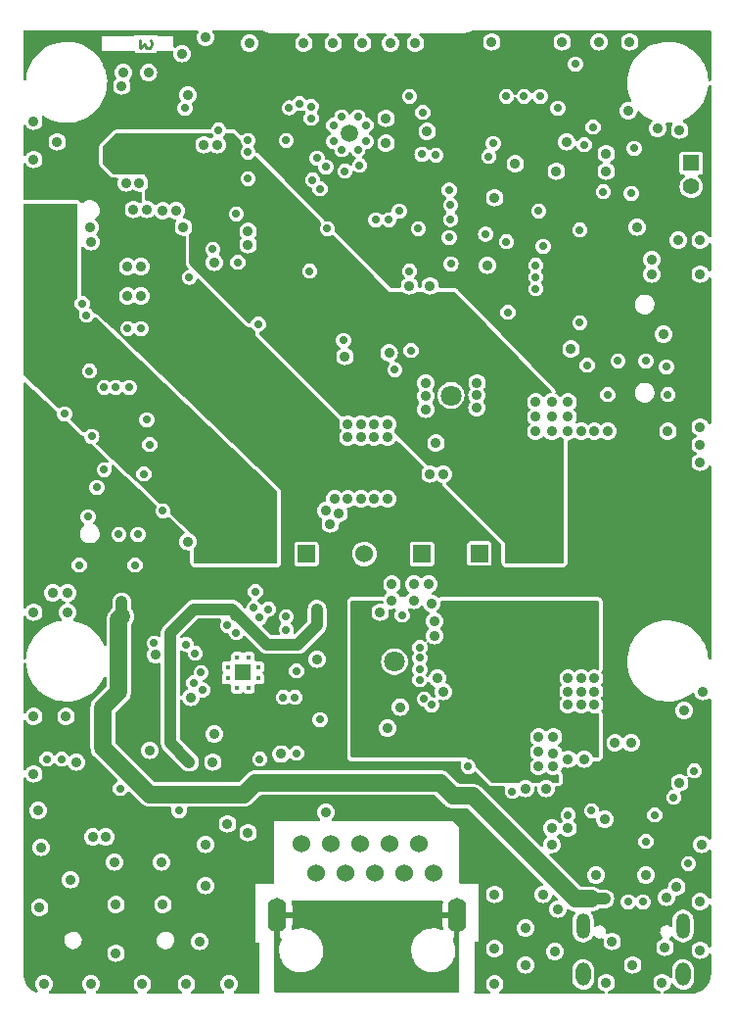
<source format=gbr>
%TF.GenerationSoftware,KiCad,Pcbnew,7.0.9-7.0.9~ubuntu22.04.1*%
%TF.CreationDate,2024-03-05T16:37:03+02:00*%
%TF.ProjectId,ESP32-PoE2_Rev_B,45535033-322d-4506-9f45-325f5265765f,B*%
%TF.SameCoordinates,PX4c4b3ffPYa21fe81*%
%TF.FileFunction,Copper,L3,Inr*%
%TF.FilePolarity,Positive*%
%FSLAX46Y46*%
G04 Gerber Fmt 4.6, Leading zero omitted, Abs format (unit mm)*
G04 Created by KiCad (PCBNEW 7.0.9-7.0.9~ubuntu22.04.1) date 2024-03-05 16:37:03*
%MOMM*%
%LPD*%
G01*
G04 APERTURE LIST*
%ADD10C,0.254000*%
%TA.AperFunction,NonConductor*%
%ADD11C,0.254000*%
%TD*%
%TA.AperFunction,ComponentPad*%
%ADD12C,0.700000*%
%TD*%
%TA.AperFunction,ComponentPad*%
%ADD13C,1.500000*%
%TD*%
%TA.AperFunction,ComponentPad*%
%ADD14R,0.400000X0.400000*%
%TD*%
%TA.AperFunction,ComponentPad*%
%ADD15R,1.422400X1.422400*%
%TD*%
%TA.AperFunction,ComponentPad*%
%ADD16O,1.600000X2.999999*%
%TD*%
%TA.AperFunction,ComponentPad*%
%ADD17C,1.524000*%
%TD*%
%TA.AperFunction,ComponentPad*%
%ADD18R,1.524000X1.524000*%
%TD*%
%TA.AperFunction,ComponentPad*%
%ADD19C,1.800000*%
%TD*%
%TA.AperFunction,ComponentPad*%
%ADD20R,1.400000X1.400000*%
%TD*%
%TA.AperFunction,ComponentPad*%
%ADD21C,1.400000*%
%TD*%
%TA.AperFunction,ComponentPad*%
%ADD22O,1.200000X2.200000*%
%TD*%
%TA.AperFunction,ComponentPad*%
%ADD23O,1.300000X2.000000*%
%TD*%
%TA.AperFunction,ViaPad*%
%ADD24C,0.900000*%
%TD*%
%TA.AperFunction,ViaPad*%
%ADD25C,0.700000*%
%TD*%
%TA.AperFunction,Conductor*%
%ADD26C,1.524000*%
%TD*%
%TA.AperFunction,Conductor*%
%ADD27C,1.016000*%
%TD*%
%TA.AperFunction,Conductor*%
%ADD28C,2.032000*%
%TD*%
%TA.AperFunction,Conductor*%
%ADD29C,0.508000*%
%TD*%
G04 APERTURE END LIST*
D10*
D11*
X10346453Y82637754D02*
X10346453Y82008801D01*
X10346453Y82008801D02*
X10733501Y82347468D01*
X10733501Y82347468D02*
X10733501Y82202325D01*
X10733501Y82202325D02*
X10781882Y82105563D01*
X10781882Y82105563D02*
X10830263Y82057182D01*
X10830263Y82057182D02*
X10927025Y82008801D01*
X10927025Y82008801D02*
X11168930Y82008801D01*
X11168930Y82008801D02*
X11265692Y82057182D01*
X11265692Y82057182D02*
X11314073Y82105563D01*
X11314073Y82105563D02*
X11362453Y82202325D01*
X11362453Y82202325D02*
X11362453Y82492611D01*
X11362453Y82492611D02*
X11314073Y82589373D01*
X11314073Y82589373D02*
X11265692Y82637754D01*
D12*
X27100001Y75300001D03*
X27100001Y73900001D03*
X27800001Y76000001D03*
X27800001Y73200001D03*
D13*
X28500001Y74600001D03*
D12*
X29200001Y76000001D03*
X29200001Y73200001D03*
X29900001Y75300001D03*
X29900001Y73900001D03*
D14*
X18750001Y26700001D03*
X19750001Y26700001D03*
X17950001Y27500001D03*
X20550001Y27500001D03*
D15*
X19250001Y28000001D03*
D14*
X17950001Y28500001D03*
X20550001Y28500001D03*
X18750001Y29300001D03*
X19750001Y29300001D03*
D16*
X22200001Y7050001D03*
X37800001Y7050001D03*
D17*
X24285001Y13190001D03*
X25555001Y10650001D03*
X26825001Y13190001D03*
X28095001Y10650001D03*
X29365001Y13190001D03*
X30635001Y10650001D03*
X31905001Y13190001D03*
X33175001Y10650001D03*
X34445001Y13190001D03*
X35715001Y10650001D03*
X29750001Y38250001D03*
D18*
X34750001Y38250001D03*
D17*
X43190001Y38301001D03*
D18*
X39690001Y38301001D03*
D19*
X39395001Y23750001D03*
D20*
X58035681Y72028701D03*
D21*
X58038221Y69999241D03*
D19*
X32365001Y28950001D03*
D17*
X21250001Y38250001D03*
D18*
X24750001Y38250001D03*
D19*
X37250001Y51950001D03*
D22*
X57320001Y6098001D03*
X48680001Y6098001D03*
D23*
X57320001Y1918001D03*
X48680001Y1918001D03*
D24*
X2804001Y34872001D03*
X6055201Y66495001D03*
X6106001Y65225001D03*
X4074001Y34872001D03*
X13472001Y67892001D03*
X12329001Y67892001D03*
X47254001Y73861001D03*
X46111001Y21029001D03*
D25*
X9281001Y57732001D03*
D24*
X10424001Y63066001D03*
X4074001Y33221001D03*
X50683001Y71321001D03*
X49667001Y48842001D03*
X36078001Y27506001D03*
X47381001Y14552001D03*
X24521001Y82370001D03*
X48778001Y20521001D03*
X58811001Y46175001D03*
X41031001Y1090001D03*
X26426001Y15949001D03*
X45476001Y17981001D03*
X53350001Y66495001D03*
X52588001Y76528001D03*
X1534001Y16076001D03*
X44841001Y22426001D03*
X54620001Y62431001D03*
X9281001Y63066001D03*
X10424001Y60526001D03*
X58811001Y49223001D03*
X45984001Y51382001D03*
X34046001Y34237001D03*
X31633001Y75893001D03*
X8900001Y79830001D03*
X32141001Y35634001D03*
X19822001Y82370001D03*
X19695001Y66114001D03*
X58811001Y62431001D03*
X14361001Y1090001D03*
D25*
X7249001Y52652001D03*
D24*
X3185001Y73861001D03*
X44587001Y48842001D03*
X16774001Y22680001D03*
X48524001Y48842001D03*
X8265001Y3757001D03*
X46873001Y82497001D03*
X29601001Y82370001D03*
X50683001Y72845001D03*
X32141001Y34237001D03*
X41031001Y4138001D03*
X47381001Y20521001D03*
X27061001Y82370001D03*
X58811001Y65352001D03*
X12329001Y7948001D03*
X16012001Y13155001D03*
X56017001Y48842001D03*
X51445001Y21918001D03*
X14742001Y25855001D03*
D25*
X44968001Y77798001D03*
D24*
X57033001Y74877001D03*
X50683001Y1217001D03*
X30617001Y43000001D03*
X1153001Y19251001D03*
X45984001Y50112001D03*
X32014001Y82370001D03*
X50810001Y48842001D03*
X16012001Y82878001D03*
X28331001Y43000001D03*
X46111001Y19886001D03*
X14488001Y39317001D03*
X10932001Y68019001D03*
X14488001Y77925001D03*
X57414001Y24712001D03*
X31760001Y43000001D03*
D25*
X48016001Y80592001D03*
D24*
X45984001Y13155001D03*
X58938001Y13155001D03*
X45984001Y14552001D03*
X1661001Y7694001D03*
D25*
X17155001Y74877001D03*
D24*
X34173001Y82370001D03*
X4836001Y20267001D03*
X43698001Y2741001D03*
X52715001Y82497001D03*
X1153001Y33221001D03*
X16774001Y63447001D03*
X31125001Y33221001D03*
X41031001Y8837001D03*
X55509001Y1217001D03*
X6250001Y13790001D03*
D25*
X25918001Y23950001D03*
D24*
X16012001Y9599001D03*
X46238001Y3884001D03*
X52969001Y2741001D03*
X27569001Y41730001D03*
X44587001Y51382001D03*
X14107001Y66495001D03*
X35316001Y35634001D03*
X9154001Y70305001D03*
X17917001Y14933001D03*
X9789001Y68019001D03*
D25*
X37094001Y65606001D03*
D24*
X4328001Y10107001D03*
X8138001Y11631001D03*
X6106001Y1090001D03*
X36586001Y26363001D03*
X50048001Y82497001D03*
X44841001Y19886001D03*
X45984001Y48842001D03*
X51191001Y4773001D03*
X8773001Y78687001D03*
X10297001Y70305001D03*
X2042001Y1090001D03*
X46111001Y22455001D03*
X26807001Y40841001D03*
X3947001Y24204001D03*
X44587001Y50112001D03*
X18044001Y1090001D03*
D25*
X20203001Y33602001D03*
D24*
X47635001Y55954001D03*
X11186001Y21283001D03*
X12202001Y11631001D03*
X56906001Y65352001D03*
X13980001Y81481001D03*
X8265001Y7948001D03*
X35443001Y61415001D03*
X50556001Y15314001D03*
X1153001Y75639001D03*
X55128001Y75004001D03*
X59065001Y26363001D03*
D25*
X10170001Y39952001D03*
D24*
X31633001Y73734001D03*
X1153001Y24204001D03*
X28077001Y55319001D03*
X26426001Y41984001D03*
X11694001Y29538001D03*
X46492001Y7567001D03*
X44841001Y21156001D03*
X25664001Y29157001D03*
X40396001Y63193001D03*
X27188001Y43000001D03*
X19695001Y64971001D03*
X58811001Y8202001D03*
D25*
X8519001Y39952001D03*
D24*
X34046001Y35634001D03*
X33665001Y61415001D03*
X55763001Y4265001D03*
X35824001Y32459001D03*
X43698001Y17981001D03*
X1788001Y12901001D03*
X35570001Y33983001D03*
X35824001Y31189001D03*
X47381001Y50112001D03*
X40777001Y82497001D03*
X41031001Y69035001D03*
X47381001Y48842001D03*
X54620001Y63701001D03*
X45222001Y8837001D03*
X47381001Y51382001D03*
X15504001Y4773001D03*
X54112001Y10488001D03*
X46365001Y71321001D03*
X9281001Y60526001D03*
X1153001Y72337001D03*
X52842001Y21918001D03*
X42809001Y71956001D03*
X35189001Y74750001D03*
X58811001Y47699001D03*
X19695001Y14171001D03*
X29474001Y43000001D03*
X43698001Y5916001D03*
X7376001Y13790001D03*
X22552501Y20965501D03*
X49794001Y10500001D03*
X58811001Y4011001D03*
X55636001Y57224001D03*
X10551001Y1090001D03*
D25*
X58303001Y19505001D03*
X23759001Y25855001D03*
D24*
X15885001Y73607001D03*
X17028001Y73607001D03*
D25*
X49540001Y75131001D03*
X33665001Y77798001D03*
X42047001Y77798001D03*
D24*
X11075001Y79830001D03*
D25*
X5344001Y59891001D03*
D24*
X33157001Y6805001D03*
X27569001Y1471001D03*
X30000001Y4150001D03*
X36586001Y1471001D03*
X27569001Y6805001D03*
X23505001Y1471001D03*
X33157001Y1471001D03*
X57033001Y18489001D03*
X56779001Y9472001D03*
X8773001Y34110001D03*
X8773001Y32840001D03*
X50556001Y8456001D03*
X49413001Y8456001D03*
X55890001Y8583001D03*
X12075001Y58621001D03*
X12075001Y59764001D03*
X51445001Y62558001D03*
D25*
X42301001Y60526001D03*
D24*
X17282001Y80084001D03*
D25*
X12075001Y63828001D03*
D24*
X5979001Y63175301D03*
D25*
X44587001Y65733001D03*
X43317001Y82243001D03*
D24*
X5979001Y60907001D03*
D25*
X48911489Y19371513D03*
D24*
X10170001Y22299001D03*
X12075001Y57478001D03*
X50302001Y62558001D03*
X9027001Y22299001D03*
X5979001Y62050001D03*
D25*
X20711001Y20521001D03*
X23886001Y21029001D03*
D24*
X16647001Y20267001D03*
D25*
X57795001Y11504001D03*
D24*
X29474001Y49477001D03*
X30617001Y48334001D03*
X28331001Y48334001D03*
X30617001Y49477001D03*
X28331001Y49477001D03*
X31760001Y49477001D03*
X31760001Y48334001D03*
X29474001Y48334001D03*
D25*
X52842001Y69416001D03*
X53096001Y73308301D03*
X48778001Y73607001D03*
X50429001Y69543001D03*
X27950001Y56716001D03*
D24*
X2169001Y67765001D03*
X1534001Y65606001D03*
X3312001Y67765001D03*
X4455001Y67765001D03*
X1026001Y67765001D03*
X2677001Y65606001D03*
D25*
X35570001Y25220001D03*
X34935001Y25728001D03*
X34554001Y27379001D03*
X34554001Y30173001D03*
X34554001Y29284001D03*
X34554001Y28268001D03*
X25918001Y69797001D03*
X10932001Y49858001D03*
X7249001Y45540001D03*
X25283001Y70559001D03*
X5725001Y58875001D03*
X14234001Y76775901D03*
D24*
X49667001Y26363001D03*
X48524001Y26363001D03*
X49667001Y25220001D03*
X47381001Y26363001D03*
X47381001Y25220001D03*
X48524001Y25220001D03*
X49667001Y27506001D03*
X48524001Y27506001D03*
X47381001Y27506001D03*
D25*
X22743001Y25855001D03*
X56525001Y17219001D03*
X18679001Y32967001D03*
D24*
X31894701Y55614421D03*
X25664001Y33475001D03*
X14615001Y20267001D03*
X12964001Y30300001D03*
D25*
X40239001Y65890001D03*
X44587001Y63193001D03*
X25156001Y75893001D03*
X19695001Y73988001D03*
X9408001Y52652001D03*
X43569932Y77798001D03*
X25156001Y76909001D03*
X8265001Y52652001D03*
X46492001Y76782001D03*
X34808001Y76401001D03*
X2296001Y20521001D03*
X55890001Y54430001D03*
X13726001Y16076001D03*
X45222001Y64844001D03*
X3820001Y50366001D03*
X22997001Y73988001D03*
X10424001Y57732001D03*
X18806001Y63447001D03*
X23251001Y76789364D03*
X25664001Y72464001D03*
X49413001Y16076001D03*
X6169501Y48397501D03*
X24140001Y77163001D03*
X47381001Y15695001D03*
X5979001Y54049001D03*
X20584001Y58113001D03*
X11186001Y47699001D03*
X42174001Y59129001D03*
X48397001Y58240001D03*
X37221001Y67160001D03*
X28077001Y71321001D03*
X56017001Y52017001D03*
X10678001Y45159001D03*
X42047001Y65225001D03*
X26426001Y71702001D03*
X6614001Y44016001D03*
X19695001Y72972001D03*
X44587001Y61161001D03*
X51699001Y54938001D03*
X37221001Y68400001D03*
X17917001Y32078001D03*
X30744001Y67130001D03*
X32776001Y67892001D03*
X22997001Y31716301D03*
X20711001Y32738401D03*
X14361001Y30427001D03*
X29347001Y71829001D03*
X31887001Y67130001D03*
X22997001Y32840001D03*
X21473001Y33475001D03*
X15790630Y26503985D03*
X40523001Y72591001D03*
X35951001Y72718001D03*
X14996001Y27125001D03*
X34744501Y72781501D03*
X15631001Y28014001D03*
X15123001Y29665001D03*
X40904001Y73734001D03*
X32395001Y54176001D03*
X37094001Y69700001D03*
X23886001Y28141001D03*
X11567001Y30554001D03*
X12329001Y41984001D03*
X26553001Y66368001D03*
X8646001Y17981001D03*
X5852001Y41476001D03*
X37251001Y63320001D03*
X49032001Y54557001D03*
X18679001Y67638001D03*
X33665001Y62685001D03*
X44587001Y62177001D03*
X9916001Y37285001D03*
X25029001Y62685001D03*
X54112001Y54938001D03*
X3566001Y20521001D03*
X34427001Y66368001D03*
X50810001Y52017001D03*
X5090001Y37285001D03*
X19695001Y70686001D03*
X14615001Y62147001D03*
X16647001Y64590001D03*
D24*
X31760001Y23188001D03*
D25*
X52588001Y8202001D03*
X53858001Y8202001D03*
D24*
X32877362Y25026140D03*
X7757001Y73226001D03*
X10043001Y71956001D03*
X11186001Y71956001D03*
D25*
X42555001Y17727001D03*
D24*
X8900001Y73226001D03*
X11186001Y73226001D03*
X8900001Y71956001D03*
X7757001Y71956001D03*
X10043001Y73226001D03*
D25*
X54112001Y13409001D03*
X44841001Y67892001D03*
X48397001Y66241001D03*
X54874001Y15695001D03*
D24*
X42301001Y32586001D03*
X42301001Y31443001D03*
X42301001Y29157001D03*
X41539001Y23569001D03*
X37094001Y23950001D03*
X42301001Y33729001D03*
X42301001Y30300001D03*
X37094001Y24966001D03*
X41539001Y22553001D03*
X41539001Y24712001D03*
X37094001Y22807001D03*
X41158001Y30935001D03*
D25*
X20330001Y34999001D03*
X18679001Y31443001D03*
D24*
X35951001Y47826001D03*
X35062001Y50747001D03*
X39497282Y50874001D03*
X39497282Y51961006D03*
X39507001Y53033001D03*
X35062001Y51890001D03*
X35443001Y45159001D03*
X35062001Y53033001D03*
X36586001Y45159001D03*
D25*
X38745001Y19886001D03*
X33792001Y55827001D03*
X33030001Y32967001D03*
D26*
X7122001Y24966001D02*
X7122001Y21537001D01*
D27*
X8773001Y32840001D02*
X8773001Y34110001D01*
D26*
X8519001Y32586001D02*
X8519001Y26363001D01*
X36332001Y18489001D02*
X37475001Y17346001D01*
D27*
X49413001Y8456001D02*
X50556001Y8456001D01*
D26*
X8519001Y26363001D02*
X7122001Y24966001D01*
X8773001Y32840001D02*
X8519001Y32586001D01*
X37475001Y17346001D02*
X39126001Y17346001D01*
X19314001Y17473001D02*
X20330001Y18489001D01*
X7122001Y21537001D02*
X11186001Y17473001D01*
X11186001Y17473001D02*
X19314001Y17473001D01*
X20330001Y18489001D02*
X36332001Y18489001D01*
X48016001Y8456001D02*
X49413001Y8456001D01*
X39126001Y17346001D02*
X48016001Y8456001D01*
D27*
X44841001Y70686001D02*
X44841001Y72972001D01*
X7647701Y64844001D02*
X5979001Y63175301D01*
X7960201Y64844001D02*
X7647701Y64844001D01*
D28*
X11186001Y76274001D02*
X7884001Y76274001D01*
D27*
X10297001Y31570001D02*
X10297001Y22426001D01*
X12075001Y33348001D02*
X10297001Y31570001D01*
D29*
X25537001Y36269001D02*
X26807001Y37539001D01*
D27*
X46619001Y68908001D02*
X44841001Y70686001D01*
D28*
X5725001Y71067001D02*
X8011001Y68781001D01*
D27*
X12075001Y34999001D02*
X12075001Y33348001D01*
X50302001Y62558001D02*
X50302001Y67511001D01*
X10297001Y22426001D02*
X10170001Y22299001D01*
X17282001Y80084001D02*
X14615001Y80084001D01*
D28*
X8011001Y68781001D02*
X8011001Y64894801D01*
D27*
X9027001Y22299001D02*
X10170001Y22299001D01*
X50302001Y67511001D02*
X48905001Y68908001D01*
D29*
X26807001Y37539001D02*
X26807001Y38936001D01*
X48911489Y19371513D02*
X50549513Y19371513D01*
X26807001Y38936001D02*
X24648001Y41095001D01*
X12075001Y34999001D02*
X13345001Y36269001D01*
D27*
X48905001Y68908001D02*
X46619001Y68908001D01*
X12075001Y77544001D02*
X12075001Y77163001D01*
D29*
X24648001Y41095001D02*
X24648001Y43381001D01*
D27*
X37729001Y80084001D02*
X17282001Y80084001D01*
D28*
X8011001Y64894801D02*
X7960201Y64844001D01*
X5725001Y74115001D02*
X5725001Y71067001D01*
X12075001Y77163001D02*
X11186001Y76274001D01*
D29*
X13345001Y36269001D02*
X25537001Y36269001D01*
D27*
X44841001Y72972001D02*
X37729001Y80084001D01*
D28*
X7884001Y76274001D02*
X5725001Y74115001D01*
D27*
X14615001Y80084001D02*
X12075001Y77544001D01*
X18679001Y32967001D02*
X18828125Y32967001D01*
X18323401Y33475001D02*
X18679001Y33119401D01*
X25664001Y32078001D02*
X25664001Y33475001D01*
X24013001Y30427001D02*
X25664001Y32078001D01*
X12964001Y21918001D02*
X12964001Y30300001D01*
X21368125Y30427001D02*
X24013001Y30427001D01*
X14996001Y33475001D02*
X18323401Y33475001D01*
X12964001Y30300001D02*
X12964001Y31443001D01*
X12964001Y31443001D02*
X14996001Y33475001D01*
X18828125Y32967001D02*
X21368125Y30427001D01*
X18679001Y33119401D02*
X18679001Y32967001D01*
X14615001Y20267001D02*
X12964001Y21918001D01*
%TA.AperFunction,Conductor*%
G36*
X36504917Y8308999D02*
G01*
X36551410Y8255343D01*
X36561514Y8185069D01*
X36558503Y8170390D01*
X36506952Y7978003D01*
X36492001Y7807104D01*
X36492001Y7304001D01*
X37500001Y7304001D01*
X37500001Y6796001D01*
X36492001Y6796001D01*
X36492001Y6292898D01*
X36506952Y6122000D01*
X36556682Y5936409D01*
X36554992Y5865433D01*
X36515198Y5806637D01*
X36449934Y5778689D01*
X36398675Y5783140D01*
X36190937Y5845640D01*
X36130205Y5863911D01*
X36130203Y5863912D01*
X36130201Y5863912D01*
X36130196Y5863913D01*
X35854395Y5904502D01*
X35854392Y5904502D01*
X35645402Y5904502D01*
X35645400Y5904502D01*
X35436963Y5889247D01*
X35164844Y5828629D01*
X35164842Y5828628D01*
X34904458Y5729040D01*
X34904455Y5729038D01*
X34661359Y5592607D01*
X34661350Y5592601D01*
X34440690Y5422213D01*
X34440689Y5422212D01*
X34247197Y5221519D01*
X34247192Y5221513D01*
X34084986Y4994791D01*
X34084979Y4994780D01*
X33957512Y4746854D01*
X33957511Y4746852D01*
X33867500Y4483007D01*
X33867497Y4482995D01*
X33816861Y4208853D01*
X33806680Y3930259D01*
X33837171Y3653148D01*
X33837172Y3653143D01*
X33907684Y3383428D01*
X34016717Y3126854D01*
X34016718Y3126853D01*
X34161947Y2888886D01*
X34340277Y2674600D01*
X34340279Y2674598D01*
X34340281Y2674596D01*
X34448326Y2577788D01*
X34547907Y2488563D01*
X34780411Y2334740D01*
X35032835Y2216409D01*
X35299797Y2136091D01*
X35363658Y2126693D01*
X35575606Y2095500D01*
X35575610Y2095500D01*
X35784602Y2095500D01*
X35888820Y2103128D01*
X35993040Y2110756D01*
X36265154Y2171372D01*
X36525541Y2270962D01*
X36768654Y2407403D01*
X36989310Y2577788D01*
X37182806Y2778485D01*
X37345018Y3005216D01*
X37407557Y3126854D01*
X37472489Y3253149D01*
X37472490Y3253151D01*
X37562501Y3516996D01*
X37562503Y3517001D01*
X37613140Y3791146D01*
X37623322Y4069743D01*
X37592831Y4346854D01*
X37522318Y4616572D01*
X37413284Y4873149D01*
X37412243Y4874855D01*
X37412063Y4875524D01*
X37411177Y4877248D01*
X37411548Y4877440D01*
X37393827Y4943421D01*
X37415404Y5011060D01*
X37470124Y5056295D01*
X37540613Y5064766D01*
X37545671Y5063667D01*
X37546001Y5063920D01*
X37546001Y6190351D01*
X37574458Y6144391D01*
X37663963Y6076800D01*
X37771841Y6046106D01*
X37883522Y6056455D01*
X37983001Y6105990D01*
X37983001Y5002002D01*
X37983001Y454001D01*
X37962999Y385880D01*
X37909343Y339387D01*
X37857001Y328001D01*
X22107001Y328001D01*
X22038880Y348003D01*
X21992387Y401659D01*
X21981001Y454001D01*
X21981001Y5003586D01*
X21981001Y6139450D01*
X22063963Y6076800D01*
X22171841Y6046106D01*
X22283522Y6056455D01*
X22383923Y6106449D01*
X22454001Y6183320D01*
X22454001Y5063920D01*
X22454154Y5063803D01*
X22524586Y5062126D01*
X22583383Y5022333D01*
X22611331Y4957068D01*
X22599558Y4887055D01*
X22598279Y4884497D01*
X22527512Y4746854D01*
X22527511Y4746852D01*
X22437500Y4483007D01*
X22437497Y4482995D01*
X22386861Y4208853D01*
X22376680Y3930259D01*
X22407171Y3653148D01*
X22407172Y3653143D01*
X22477684Y3383428D01*
X22586717Y3126854D01*
X22586718Y3126853D01*
X22731947Y2888886D01*
X22910277Y2674600D01*
X22910279Y2674598D01*
X22910281Y2674596D01*
X23018326Y2577788D01*
X23117907Y2488563D01*
X23350411Y2334740D01*
X23602835Y2216409D01*
X23869797Y2136091D01*
X23933658Y2126693D01*
X24145606Y2095500D01*
X24145610Y2095500D01*
X24354602Y2095500D01*
X24458820Y2103128D01*
X24563040Y2110756D01*
X24835154Y2171372D01*
X25095541Y2270962D01*
X25338654Y2407403D01*
X25559310Y2577788D01*
X25752806Y2778485D01*
X25915018Y3005216D01*
X25977557Y3126854D01*
X26042489Y3253149D01*
X26042490Y3253151D01*
X26132501Y3516996D01*
X26132503Y3517001D01*
X26183140Y3791146D01*
X26193322Y4069743D01*
X26162831Y4346854D01*
X26092318Y4616572D01*
X25983284Y4873149D01*
X25838055Y5111116D01*
X25659725Y5325402D01*
X25659721Y5325405D01*
X25659720Y5325407D01*
X25452105Y5511430D01*
X25452095Y5511439D01*
X25219591Y5665262D01*
X25083540Y5729040D01*
X24967168Y5783593D01*
X24885534Y5808153D01*
X24700205Y5863911D01*
X24700200Y5863912D01*
X24700196Y5863913D01*
X24424395Y5904502D01*
X24424392Y5904502D01*
X24215402Y5904502D01*
X24215400Y5904502D01*
X24006963Y5889247D01*
X23734844Y5828629D01*
X23734842Y5828628D01*
X23608480Y5780299D01*
X23537708Y5774646D01*
X23475116Y5808153D01*
X23440575Y5870181D01*
X23441762Y5930597D01*
X23493049Y6122002D01*
X23508001Y6292898D01*
X23508001Y6796001D01*
X22500001Y6796001D01*
X22500001Y7304001D01*
X23508001Y7304001D01*
X23508001Y7807104D01*
X23493049Y7978003D01*
X23441499Y8170390D01*
X23443189Y8241366D01*
X23482983Y8300162D01*
X23548247Y8328110D01*
X23563206Y8329001D01*
X36436796Y8329001D01*
X36504917Y8308999D01*
G37*
%TD.AperFunction*%
%TA.AperFunction,Conductor*%
G36*
X31336443Y34216999D02*
G01*
X31382936Y34163343D01*
X31393530Y34125106D01*
X31395729Y34105586D01*
X31383478Y34035654D01*
X31335365Y33983447D01*
X31266664Y33965540D01*
X31256417Y33966273D01*
X31125001Y33981080D01*
X30955868Y33962023D01*
X30795215Y33905809D01*
X30795212Y33905808D01*
X30795211Y33905807D01*
X30651098Y33815256D01*
X30530746Y33694904D01*
X30440195Y33550791D01*
X30440194Y33550790D01*
X30440193Y33550787D01*
X30383979Y33390134D01*
X30364922Y33221001D01*
X30383979Y33051868D01*
X30440193Y32891215D01*
X30440195Y32891212D01*
X30530746Y32747099D01*
X30651098Y32626747D01*
X30732312Y32575718D01*
X30795215Y32536193D01*
X30955868Y32479979D01*
X31125001Y32460922D01*
X31294134Y32479979D01*
X31454787Y32536193D01*
X31598903Y32626747D01*
X31719255Y32747099D01*
X31809809Y32891215D01*
X31866023Y33051868D01*
X31885080Y33221001D01*
X31870272Y33352418D01*
X31882521Y33422346D01*
X31930633Y33474554D01*
X31999334Y33492463D01*
X32009561Y33491732D01*
X32141001Y33476922D01*
X32310134Y33495979D01*
X32325873Y33501487D01*
X32396771Y33505108D01*
X32458378Y33469821D01*
X32491127Y33406829D01*
X32484622Y33336131D01*
X32471184Y33310984D01*
X32445500Y33273774D01*
X32389069Y33124976D01*
X32369888Y32967004D01*
X32369888Y32966999D01*
X32389069Y32809027D01*
X32445499Y32660231D01*
X32535898Y32529266D01*
X32535900Y32529264D01*
X32655012Y32423740D01*
X32655014Y32423739D01*
X32795922Y32349785D01*
X32950433Y32311701D01*
X32950434Y32311701D01*
X33109568Y32311701D01*
X33109569Y32311701D01*
X33264080Y32349785D01*
X33404988Y32423739D01*
X33524103Y32529265D01*
X33614502Y32660231D01*
X33670932Y32809026D01*
X33690114Y32967001D01*
X33670932Y33124976D01*
X33642471Y33200023D01*
X33614502Y33273772D01*
X33545279Y33374059D01*
X33523043Y33441484D01*
X33540790Y33510226D01*
X33592885Y33558462D01*
X33662788Y33570876D01*
X33709513Y33554585D01*
X33709840Y33555263D01*
X33715798Y33552394D01*
X33716017Y33552318D01*
X33716215Y33552193D01*
X33876868Y33495979D01*
X34046001Y33476922D01*
X34215134Y33495979D01*
X34375787Y33552193D01*
X34519903Y33642747D01*
X34640255Y33763099D01*
X34640258Y33763105D01*
X34641624Y33764816D01*
X34642795Y33765639D01*
X34645259Y33768102D01*
X34645690Y33767671D01*
X34699732Y33805607D01*
X34770670Y33808507D01*
X34831914Y33772595D01*
X34859066Y33727881D01*
X34885193Y33653215D01*
X34894532Y33638352D01*
X34975746Y33509099D01*
X35096098Y33388747D01*
X35162572Y33346979D01*
X35240215Y33298193D01*
X35314878Y33272068D01*
X35372567Y33230692D01*
X35398730Y33164692D01*
X35385058Y33095024D01*
X35354941Y33058420D01*
X35355102Y33058259D01*
X35353454Y33056612D01*
X35351830Y33054637D01*
X35350100Y33053258D01*
X35229746Y32932904D01*
X35139195Y32788791D01*
X35139194Y32788790D01*
X35139193Y32788787D01*
X35082979Y32628134D01*
X35063922Y32459001D01*
X35082979Y32289868D01*
X35139193Y32129215D01*
X35139195Y32129212D01*
X35229746Y31985099D01*
X35301749Y31913096D01*
X35335775Y31850784D01*
X35330710Y31779969D01*
X35301749Y31734906D01*
X35229748Y31662906D01*
X35229746Y31662904D01*
X35139195Y31518791D01*
X35139194Y31518790D01*
X35139193Y31518787D01*
X35082979Y31358134D01*
X35063922Y31189001D01*
X35082979Y31019868D01*
X35139193Y30859215D01*
X35139194Y30859214D01*
X35139196Y30859208D01*
X35142263Y30852840D01*
X35140659Y30852068D01*
X35157493Y30792494D01*
X35136797Y30724581D01*
X35082670Y30678638D01*
X35012296Y30669252D01*
X34948020Y30699403D01*
X34947947Y30699467D01*
X34928987Y30716264D01*
X34788078Y30790218D01*
X34633570Y30828301D01*
X34633569Y30828301D01*
X34474433Y30828301D01*
X34474431Y30828301D01*
X34319924Y30790218D01*
X34319923Y30790218D01*
X34179012Y30716263D01*
X34059900Y30610739D01*
X34059898Y30610737D01*
X33969499Y30479772D01*
X33913069Y30330976D01*
X33893888Y30173004D01*
X33893888Y30172999D01*
X33913069Y30015027D01*
X33969499Y29866231D01*
X34015162Y29800077D01*
X34037398Y29732652D01*
X34019651Y29663910D01*
X34015162Y29656925D01*
X33969499Y29590772D01*
X33913069Y29441976D01*
X33893888Y29284004D01*
X33893888Y29283999D01*
X33913069Y29126027D01*
X33969499Y28977231D01*
X34058993Y28847577D01*
X34081229Y28780152D01*
X34063482Y28711410D01*
X34058993Y28704425D01*
X33969499Y28574772D01*
X33913069Y28425976D01*
X33893888Y28268004D01*
X33893888Y28267999D01*
X33913069Y28110027D01*
X33969499Y27961231D01*
X34015162Y27895077D01*
X34037398Y27827652D01*
X34019651Y27758910D01*
X34015162Y27751925D01*
X33969499Y27685772D01*
X33913069Y27536976D01*
X33893888Y27379004D01*
X33893888Y27378999D01*
X33913069Y27221027D01*
X33969499Y27072231D01*
X34059898Y26941266D01*
X34059900Y26941264D01*
X34179012Y26835740D01*
X34179014Y26835739D01*
X34319922Y26761785D01*
X34474433Y26723701D01*
X34474434Y26723701D01*
X34633568Y26723701D01*
X34633569Y26723701D01*
X34788080Y26761785D01*
X34928988Y26835739D01*
X35048103Y26941265D01*
X35138502Y27072231D01*
X35169171Y27153102D01*
X35212028Y27209701D01*
X35278683Y27234146D01*
X35347974Y27218675D01*
X35393670Y27175456D01*
X35483746Y27032099D01*
X35604098Y26911747D01*
X35748215Y26821193D01*
X35805606Y26801111D01*
X35863298Y26759733D01*
X35889460Y26693733D01*
X35882920Y26640568D01*
X35844979Y26532134D01*
X35825922Y26363001D01*
X35844979Y26193868D01*
X35901193Y26033215D01*
X35901194Y26033214D01*
X35901196Y26033208D01*
X35904263Y26026840D01*
X35902009Y26025755D01*
X35918142Y25968614D01*
X35897430Y25900706D01*
X35843292Y25854775D01*
X35772917Y25845405D01*
X35761998Y25847590D01*
X35649569Y25875301D01*
X35642169Y25877125D01*
X35642655Y25879101D01*
X35587022Y25903045D01*
X35549611Y25955380D01*
X35519502Y26034771D01*
X35429103Y26165737D01*
X35429101Y26165739D01*
X35309989Y26271263D01*
X35169078Y26345218D01*
X35014570Y26383301D01*
X35014569Y26383301D01*
X34855433Y26383301D01*
X34855431Y26383301D01*
X34700924Y26345218D01*
X34700923Y26345218D01*
X34560012Y26271263D01*
X34440900Y26165739D01*
X34440898Y26165737D01*
X34350499Y26034772D01*
X34294069Y25885976D01*
X34274888Y25728004D01*
X34274888Y25727999D01*
X34294069Y25570027D01*
X34350499Y25421231D01*
X34440898Y25290266D01*
X34440900Y25290264D01*
X34560012Y25184740D01*
X34560014Y25184739D01*
X34700922Y25110785D01*
X34855433Y25072701D01*
X34862833Y25070877D01*
X34862345Y25068898D01*
X34917962Y25044972D01*
X34955390Y24992624D01*
X34985499Y24913231D01*
X35075898Y24782266D01*
X35075900Y24782264D01*
X35195012Y24676740D01*
X35195014Y24676739D01*
X35335922Y24602785D01*
X35490433Y24564701D01*
X35490434Y24564701D01*
X35649568Y24564701D01*
X35649569Y24564701D01*
X35804080Y24602785D01*
X35944988Y24676739D01*
X36064103Y24782265D01*
X36154502Y24913231D01*
X36210932Y25062026D01*
X36225832Y25184739D01*
X36230114Y25219999D01*
X36230114Y25220004D01*
X36210932Y25377976D01*
X36168662Y25489435D01*
X36163208Y25560222D01*
X36196891Y25622720D01*
X36259015Y25657087D01*
X36328087Y25653045D01*
X36416868Y25621979D01*
X36586001Y25602922D01*
X36755134Y25621979D01*
X36915787Y25678193D01*
X37059903Y25768747D01*
X37180255Y25889099D01*
X37270809Y26033215D01*
X37327023Y26193868D01*
X37346080Y26363001D01*
X37327023Y26532134D01*
X37270809Y26692787D01*
X37202745Y26801111D01*
X37180255Y26836904D01*
X37059903Y26957256D01*
X36915789Y27047808D01*
X36915788Y27047809D01*
X36915787Y27047809D01*
X36858394Y27067892D01*
X36800704Y27109269D01*
X36774541Y27175269D01*
X36781081Y27228435D01*
X36819023Y27336868D01*
X36838080Y27506001D01*
X36819023Y27675134D01*
X36762809Y27835787D01*
X36683988Y27961230D01*
X36672255Y27979904D01*
X36551903Y28100256D01*
X36407790Y28190807D01*
X36407787Y28190809D01*
X36247134Y28247023D01*
X36078001Y28266080D01*
X35908868Y28247023D01*
X35748215Y28190809D01*
X35748212Y28190808D01*
X35748211Y28190807D01*
X35604098Y28100256D01*
X35483746Y27979904D01*
X35393192Y27835787D01*
X35354529Y27725292D01*
X35313151Y27667600D01*
X35247150Y27641438D01*
X35177483Y27655111D01*
X35131905Y27695330D01*
X35092840Y27751924D01*
X35070603Y27819348D01*
X35088349Y27888091D01*
X35092840Y27895078D01*
X35138501Y27961230D01*
X35138500Y27961230D01*
X35138502Y27961231D01*
X35194932Y28110026D01*
X35214114Y28268001D01*
X35205416Y28339631D01*
X35194932Y28425976D01*
X35138503Y28574770D01*
X35121233Y28599790D01*
X35049006Y28704428D01*
X35026772Y28771849D01*
X35044519Y28840592D01*
X35048990Y28847551D01*
X35138502Y28977231D01*
X35194932Y29126026D01*
X35214114Y29284001D01*
X35203812Y29368841D01*
X35194932Y29441976D01*
X35150031Y29560371D01*
X35138502Y29590771D01*
X35092839Y29656925D01*
X35070603Y29724348D01*
X35088350Y29793091D01*
X35092840Y29800078D01*
X35138501Y29866230D01*
X35138500Y29866230D01*
X35138502Y29866231D01*
X35194932Y30015026D01*
X35201326Y30067685D01*
X35214114Y30172999D01*
X35214114Y30173004D01*
X35194932Y30330976D01*
X35147123Y30457040D01*
X35141669Y30527827D01*
X35175352Y30590325D01*
X35237476Y30624692D01*
X35308319Y30620016D01*
X35343351Y30597637D01*
X35344566Y30599159D01*
X35350098Y30594747D01*
X35431312Y30543718D01*
X35494215Y30504193D01*
X35654868Y30447979D01*
X35824001Y30428922D01*
X35993134Y30447979D01*
X36153787Y30504193D01*
X36297903Y30594747D01*
X36418255Y30715099D01*
X36508809Y30859215D01*
X36565023Y31019868D01*
X36584080Y31189001D01*
X36565023Y31358134D01*
X36508809Y31518787D01*
X36469284Y31581690D01*
X36418255Y31662904D01*
X36346253Y31734906D01*
X36312227Y31797218D01*
X36317292Y31868033D01*
X36346253Y31913096D01*
X36418253Y31985097D01*
X36418255Y31985099D01*
X36508809Y32129215D01*
X36565023Y32289868D01*
X36584080Y32459001D01*
X36565023Y32628134D01*
X36508809Y32788787D01*
X36444451Y32891212D01*
X36418255Y32932904D01*
X36297903Y33053256D01*
X36153790Y33143807D01*
X36153787Y33143809D01*
X36079122Y33169935D01*
X36021433Y33211312D01*
X35995271Y33277312D01*
X36008943Y33346979D01*
X36039061Y33383582D01*
X36038900Y33383743D01*
X36040564Y33385408D01*
X36042186Y33387378D01*
X36043897Y33388744D01*
X36043903Y33388747D01*
X36164255Y33509099D01*
X36254809Y33653215D01*
X36311023Y33813868D01*
X36330080Y33983001D01*
X36317247Y34096894D01*
X36329496Y34166825D01*
X36377609Y34219033D01*
X36442455Y34237001D01*
X49922001Y34237001D01*
X49990122Y34216999D01*
X50036615Y34163343D01*
X50048001Y34111001D01*
X50048001Y28350468D01*
X50027999Y28282347D01*
X49974343Y28235854D01*
X49904069Y28225750D01*
X49880391Y28231537D01*
X49836134Y28247023D01*
X49667001Y28266080D01*
X49497868Y28247023D01*
X49337215Y28190809D01*
X49337212Y28190808D01*
X49337211Y28190807D01*
X49193098Y28100256D01*
X49193096Y28100254D01*
X49184596Y28091753D01*
X49122284Y28057727D01*
X49051469Y28062792D01*
X49006406Y28091753D01*
X48997903Y28100256D01*
X48853790Y28190807D01*
X48853787Y28190809D01*
X48693134Y28247023D01*
X48524001Y28266080D01*
X48354868Y28247023D01*
X48194215Y28190809D01*
X48194212Y28190808D01*
X48194211Y28190807D01*
X48050098Y28100256D01*
X48050096Y28100254D01*
X48041596Y28091753D01*
X47979284Y28057727D01*
X47908469Y28062792D01*
X47863406Y28091753D01*
X47854903Y28100256D01*
X47710790Y28190807D01*
X47710787Y28190809D01*
X47550134Y28247023D01*
X47381001Y28266080D01*
X47211868Y28247023D01*
X47051215Y28190809D01*
X47051212Y28190808D01*
X47051211Y28190807D01*
X46907098Y28100256D01*
X46786746Y27979904D01*
X46696195Y27835791D01*
X46696194Y27835790D01*
X46696193Y27835787D01*
X46639979Y27675134D01*
X46620922Y27506001D01*
X46639979Y27336868D01*
X46696193Y27176215D01*
X46705532Y27161352D01*
X46786746Y27032099D01*
X46795249Y27023596D01*
X46829275Y26961284D01*
X46824210Y26890469D01*
X46795249Y26845406D01*
X46786748Y26836906D01*
X46786746Y26836904D01*
X46696195Y26692791D01*
X46696194Y26692790D01*
X46696193Y26692787D01*
X46639979Y26532134D01*
X46620922Y26363001D01*
X46639979Y26193868D01*
X46696193Y26033215D01*
X46700199Y26026840D01*
X46786746Y25889099D01*
X46795249Y25880596D01*
X46829275Y25818284D01*
X46824210Y25747469D01*
X46795249Y25702406D01*
X46786748Y25693906D01*
X46786746Y25693904D01*
X46696195Y25549791D01*
X46696194Y25549790D01*
X46696193Y25549787D01*
X46639979Y25389134D01*
X46620922Y25220001D01*
X46639979Y25050868D01*
X46696193Y24890215D01*
X46696195Y24890212D01*
X46786746Y24746099D01*
X46907098Y24625747D01*
X46988312Y24574718D01*
X47051215Y24535193D01*
X47211868Y24478979D01*
X47381001Y24459922D01*
X47550134Y24478979D01*
X47710787Y24535193D01*
X47854903Y24625747D01*
X47863404Y24634249D01*
X47925713Y24668275D01*
X47996529Y24663212D01*
X48041597Y24634249D01*
X48050099Y24625747D01*
X48194215Y24535193D01*
X48354868Y24478979D01*
X48524001Y24459922D01*
X48693134Y24478979D01*
X48853787Y24535193D01*
X48997903Y24625747D01*
X49006404Y24634249D01*
X49068713Y24668275D01*
X49139529Y24663212D01*
X49184597Y24634249D01*
X49193099Y24625747D01*
X49337215Y24535193D01*
X49497868Y24478979D01*
X49667001Y24459922D01*
X49836134Y24478979D01*
X49880388Y24494465D01*
X49951289Y24498084D01*
X50012895Y24462795D01*
X50045642Y24399802D01*
X50048001Y24375535D01*
X50048001Y20774001D01*
X50027999Y20705880D01*
X49974343Y20659387D01*
X49922001Y20648001D01*
X49623168Y20648001D01*
X49555047Y20668003D01*
X49508554Y20721659D01*
X49504239Y20732386D01*
X49462809Y20850787D01*
X49372255Y20994904D01*
X49251903Y21115256D01*
X49107790Y21205807D01*
X49107787Y21205809D01*
X48947134Y21262023D01*
X48778001Y21281080D01*
X48608868Y21262023D01*
X48448215Y21205809D01*
X48448212Y21205808D01*
X48448211Y21205807D01*
X48304098Y21115256D01*
X48183748Y20994906D01*
X48179335Y20989371D01*
X48177341Y20990961D01*
X48132996Y20951745D01*
X48062828Y20940933D01*
X47997953Y20969773D01*
X47980438Y20989987D01*
X47979667Y20989371D01*
X47975253Y20994906D01*
X47854903Y21115256D01*
X47710790Y21205807D01*
X47710787Y21205809D01*
X47550134Y21262023D01*
X47381001Y21281080D01*
X47211868Y21262023D01*
X47071203Y21212804D01*
X47051212Y21205808D01*
X47019504Y21185884D01*
X46951182Y21166579D01*
X46883269Y21187275D01*
X46837327Y21241403D01*
X46833540Y21250957D01*
X46795809Y21358787D01*
X46705255Y21502904D01*
X46584905Y21623254D01*
X46584902Y21623256D01*
X46565713Y21635313D01*
X46518674Y21688491D01*
X46507853Y21758658D01*
X46536685Y21823536D01*
X46565713Y21848689D01*
X46569108Y21850823D01*
X46584903Y21860747D01*
X46705255Y21981099D01*
X46795809Y22125215D01*
X46852023Y22285868D01*
X46871080Y22455001D01*
X46852023Y22624134D01*
X46795809Y22784787D01*
X46723477Y22899903D01*
X46705255Y22928904D01*
X46584903Y23049256D01*
X46440790Y23139807D01*
X46440787Y23139809D01*
X46280134Y23196023D01*
X46111001Y23215080D01*
X45941868Y23196023D01*
X45781215Y23139809D01*
X45781212Y23139808D01*
X45781211Y23139807D01*
X45637098Y23049256D01*
X45637096Y23049254D01*
X45550596Y22962753D01*
X45488284Y22928727D01*
X45417469Y22933792D01*
X45372406Y22962753D01*
X45314903Y23020256D01*
X45170790Y23110807D01*
X45170787Y23110809D01*
X45010134Y23167023D01*
X44841001Y23186080D01*
X44671868Y23167023D01*
X44511215Y23110809D01*
X44511212Y23110808D01*
X44511211Y23110807D01*
X44367098Y23020256D01*
X44246746Y22899904D01*
X44156195Y22755791D01*
X44156194Y22755790D01*
X44156193Y22755787D01*
X44099979Y22595134D01*
X44080922Y22426001D01*
X44099979Y22256868D01*
X44156193Y22096215D01*
X44156195Y22096212D01*
X44246746Y21952099D01*
X44318749Y21880096D01*
X44352775Y21817784D01*
X44347710Y21746969D01*
X44318749Y21701906D01*
X44246748Y21629906D01*
X44246746Y21629904D01*
X44156195Y21485791D01*
X44156194Y21485790D01*
X44156193Y21485787D01*
X44099979Y21325134D01*
X44080922Y21156001D01*
X44099979Y20986868D01*
X44156193Y20826215D01*
X44156195Y20826212D01*
X44246746Y20682099D01*
X44318749Y20610096D01*
X44352775Y20547784D01*
X44347710Y20476969D01*
X44318749Y20431906D01*
X44246748Y20359906D01*
X44246746Y20359904D01*
X44156195Y20215791D01*
X44156194Y20215790D01*
X44156193Y20215787D01*
X44099979Y20055134D01*
X44080922Y19886001D01*
X44099979Y19716868D01*
X44156193Y19556215D01*
X44156195Y19556212D01*
X44246746Y19412099D01*
X44367098Y19291747D01*
X44437760Y19247348D01*
X44511215Y19201193D01*
X44671868Y19144979D01*
X44841001Y19125922D01*
X45010134Y19144979D01*
X45170787Y19201193D01*
X45314903Y19291747D01*
X45314905Y19291749D01*
X45386906Y19363749D01*
X45449218Y19397775D01*
X45520033Y19392710D01*
X45565096Y19363749D01*
X45637098Y19291747D01*
X45707760Y19247348D01*
X45781215Y19201193D01*
X45941868Y19144979D01*
X46111001Y19125922D01*
X46280134Y19144979D01*
X46440787Y19201193D01*
X46440790Y19201196D01*
X46447466Y19203531D01*
X46448133Y19201625D01*
X46508379Y19211547D01*
X46573549Y19183381D01*
X46613146Y19124452D01*
X46619001Y19086489D01*
X46619001Y18615001D01*
X46598999Y18546880D01*
X46545343Y18500387D01*
X46493001Y18489001D01*
X46088347Y18489001D01*
X46020226Y18509003D01*
X45999256Y18525902D01*
X45949903Y18575255D01*
X45949902Y18575256D01*
X45949901Y18575257D01*
X45805790Y18665807D01*
X45805787Y18665809D01*
X45645134Y18722023D01*
X45476001Y18741080D01*
X45306868Y18722023D01*
X45146215Y18665809D01*
X45146212Y18665808D01*
X45146211Y18665807D01*
X45002100Y18575257D01*
X44977425Y18550582D01*
X44952748Y18525905D01*
X44890439Y18491881D01*
X44863655Y18489001D01*
X44310347Y18489001D01*
X44242226Y18509003D01*
X44221256Y18525902D01*
X44171903Y18575255D01*
X44171902Y18575256D01*
X44171901Y18575257D01*
X44027790Y18665807D01*
X44027787Y18665809D01*
X43867134Y18722023D01*
X43698001Y18741080D01*
X43528868Y18722023D01*
X43368215Y18665809D01*
X43368212Y18665808D01*
X43368211Y18665807D01*
X43224100Y18575257D01*
X43199425Y18550582D01*
X43174748Y18525905D01*
X43112439Y18491881D01*
X43085655Y18489001D01*
X40829191Y18489001D01*
X40761070Y18509003D01*
X40740096Y18525906D01*
X39439330Y19826672D01*
X39405304Y19888984D01*
X39403344Y19900580D01*
X39385932Y20043975D01*
X39384747Y20047099D01*
X39329502Y20192771D01*
X39329502Y20192772D01*
X39239103Y20323737D01*
X39239101Y20323739D01*
X39119989Y20429263D01*
X38979078Y20503218D01*
X38824570Y20541301D01*
X38824569Y20541301D01*
X38776891Y20541301D01*
X38708770Y20561303D01*
X38687800Y20578202D01*
X38618001Y20648001D01*
X28711001Y20648001D01*
X28642880Y20668003D01*
X28596387Y20721659D01*
X28585001Y20774001D01*
X28585001Y23188001D01*
X30999922Y23188001D01*
X31018979Y23018868D01*
X31075193Y22858215D01*
X31075195Y22858212D01*
X31165746Y22714099D01*
X31286098Y22593747D01*
X31367312Y22542718D01*
X31430215Y22503193D01*
X31590868Y22446979D01*
X31760001Y22427922D01*
X31929134Y22446979D01*
X32089787Y22503193D01*
X32233903Y22593747D01*
X32354255Y22714099D01*
X32444809Y22858215D01*
X32501023Y23018868D01*
X32520080Y23188001D01*
X32501023Y23357134D01*
X32444809Y23517787D01*
X32405284Y23580690D01*
X32354255Y23661904D01*
X32233903Y23782256D01*
X32089790Y23872807D01*
X32089787Y23872809D01*
X31929134Y23929023D01*
X31760001Y23948080D01*
X31590868Y23929023D01*
X31430215Y23872809D01*
X31430212Y23872808D01*
X31430211Y23872807D01*
X31286098Y23782256D01*
X31165746Y23661904D01*
X31075195Y23517791D01*
X31075194Y23517790D01*
X31075193Y23517787D01*
X31018979Y23357134D01*
X30999922Y23188001D01*
X28585001Y23188001D01*
X28585001Y25026140D01*
X32117283Y25026140D01*
X32136340Y24857007D01*
X32192554Y24696354D01*
X32192556Y24696351D01*
X32283107Y24552238D01*
X32403459Y24431886D01*
X32454521Y24399802D01*
X32547576Y24341332D01*
X32708229Y24285118D01*
X32877362Y24266061D01*
X33046495Y24285118D01*
X33207148Y24341332D01*
X33351264Y24431886D01*
X33471616Y24552238D01*
X33562170Y24696354D01*
X33618384Y24857007D01*
X33637441Y25026140D01*
X33618384Y25195273D01*
X33562170Y25355926D01*
X33478281Y25489435D01*
X33471616Y25500043D01*
X33351264Y25620395D01*
X33207151Y25710946D01*
X33207148Y25710948D01*
X33046495Y25767162D01*
X32877362Y25786219D01*
X32708229Y25767162D01*
X32547576Y25710948D01*
X32547573Y25710947D01*
X32547572Y25710946D01*
X32403459Y25620395D01*
X32283107Y25500043D01*
X32192556Y25355930D01*
X32192555Y25355929D01*
X32192554Y25355926D01*
X32136340Y25195273D01*
X32117283Y25026140D01*
X28585001Y25026140D01*
X28585001Y28949997D01*
X31205555Y28949997D01*
X31225296Y28736957D01*
X31271441Y28574772D01*
X31283850Y28531161D01*
X31379220Y28339631D01*
X31379221Y28339630D01*
X31379222Y28339628D01*
X31508156Y28168891D01*
X31666279Y28024743D01*
X31666280Y28024742D01*
X31848179Y27912115D01*
X31848182Y27912114D01*
X31848191Y27912108D01*
X32047699Y27834818D01*
X32047704Y27834816D01*
X32258021Y27795501D01*
X32258023Y27795501D01*
X32471979Y27795501D01*
X32471981Y27795501D01*
X32682298Y27834816D01*
X32881811Y27912108D01*
X33063723Y28024743D01*
X33221842Y28168887D01*
X33350782Y28339631D01*
X33446152Y28531161D01*
X33504705Y28736953D01*
X33524447Y28950001D01*
X33504705Y29163049D01*
X33446152Y29368841D01*
X33350782Y29560371D01*
X33327824Y29590772D01*
X33221845Y29731112D01*
X33217289Y29735265D01*
X33063723Y29875259D01*
X33063722Y29875260D01*
X33063721Y29875261D01*
X32881822Y29987888D01*
X32881815Y29987892D01*
X32881811Y29987894D01*
X32881806Y29987896D01*
X32682302Y30065185D01*
X32682303Y30065185D01*
X32682298Y30065186D01*
X32471981Y30104501D01*
X32258021Y30104501D01*
X32099314Y30074834D01*
X32047698Y30065185D01*
X31848195Y29987896D01*
X31848179Y29987888D01*
X31666280Y29875261D01*
X31666279Y29875260D01*
X31508156Y29731112D01*
X31379222Y29560375D01*
X31283850Y29368841D01*
X31283848Y29368836D01*
X31225296Y29163046D01*
X31205555Y28950006D01*
X31205555Y28949997D01*
X28585001Y28949997D01*
X28585001Y34111001D01*
X28605003Y34179122D01*
X28658659Y34225615D01*
X28711001Y34237001D01*
X31268322Y34237001D01*
X31336443Y34216999D01*
G37*
%TD.AperFunction*%
%TA.AperFunction,Conductor*%
G36*
X15359113Y83492999D02*
G01*
X15405606Y83439343D01*
X15415710Y83369069D01*
X15397679Y83319965D01*
X15327195Y83207791D01*
X15327194Y83207790D01*
X15327193Y83207787D01*
X15270979Y83047134D01*
X15251922Y82878001D01*
X15270979Y82708868D01*
X15327193Y82548215D01*
X15327195Y82548212D01*
X15417746Y82404099D01*
X15538098Y82283747D01*
X15568299Y82264771D01*
X15682215Y82193193D01*
X15842868Y82136979D01*
X16012001Y82117922D01*
X16181134Y82136979D01*
X16341787Y82193193D01*
X16485903Y82283747D01*
X16572157Y82370001D01*
X19061922Y82370001D01*
X19080979Y82200868D01*
X19137193Y82040215D01*
X19137195Y82040212D01*
X19227746Y81896099D01*
X19348098Y81775747D01*
X19429312Y81724718D01*
X19492215Y81685193D01*
X19652868Y81628979D01*
X19822001Y81609922D01*
X19991134Y81628979D01*
X20151787Y81685193D01*
X20295903Y81775747D01*
X20416255Y81896099D01*
X20506809Y82040215D01*
X20563023Y82200868D01*
X20582080Y82370001D01*
X20563023Y82539134D01*
X20506809Y82699787D01*
X20427010Y82826787D01*
X20416255Y82843904D01*
X20295903Y82964256D01*
X20151790Y83054807D01*
X20151787Y83054809D01*
X19991134Y83111023D01*
X19822001Y83130080D01*
X19652868Y83111023D01*
X19492215Y83054809D01*
X19492212Y83054808D01*
X19492211Y83054807D01*
X19348098Y82964256D01*
X19227746Y82843904D01*
X19137195Y82699791D01*
X19137194Y82699790D01*
X19137193Y82699787D01*
X19080979Y82539134D01*
X19061922Y82370001D01*
X16572157Y82370001D01*
X16606255Y82404099D01*
X16696809Y82548215D01*
X16753023Y82708868D01*
X16772080Y82878001D01*
X16753023Y83047134D01*
X16696809Y83207787D01*
X16626323Y83319965D01*
X16607017Y83388286D01*
X16627712Y83456199D01*
X16681840Y83502143D01*
X16733010Y83513001D01*
X20903584Y83513001D01*
X20962139Y83498569D01*
X21073034Y83440366D01*
X21328054Y83343649D01*
X21592873Y83278377D01*
X21863629Y83245502D01*
X21974934Y83245502D01*
X24057346Y83245502D01*
X24125467Y83225500D01*
X24171960Y83171844D01*
X24182064Y83101570D01*
X24152570Y83036990D01*
X24124386Y83012819D01*
X24057681Y82970904D01*
X24047094Y82964252D01*
X23926746Y82843904D01*
X23836195Y82699791D01*
X23836194Y82699790D01*
X23836193Y82699787D01*
X23779979Y82539134D01*
X23760922Y82370001D01*
X23779979Y82200868D01*
X23836193Y82040215D01*
X23836195Y82040212D01*
X23926746Y81896099D01*
X24047098Y81775747D01*
X24128312Y81724718D01*
X24191215Y81685193D01*
X24351868Y81628979D01*
X24521001Y81609922D01*
X24690134Y81628979D01*
X24850787Y81685193D01*
X24994903Y81775747D01*
X25115255Y81896099D01*
X25205809Y82040215D01*
X25262023Y82200868D01*
X25281080Y82370001D01*
X25262023Y82539134D01*
X25205809Y82699787D01*
X25126010Y82826787D01*
X25115255Y82843904D01*
X24994907Y82964252D01*
X24994904Y82964254D01*
X24994903Y82964255D01*
X24917617Y83012817D01*
X24870582Y83065993D01*
X24859762Y83136160D01*
X24888595Y83201038D01*
X24947926Y83240030D01*
X24984656Y83245502D01*
X26597346Y83245502D01*
X26665467Y83225500D01*
X26711960Y83171844D01*
X26722064Y83101570D01*
X26692570Y83036990D01*
X26664386Y83012819D01*
X26597681Y82970904D01*
X26587094Y82964252D01*
X26466746Y82843904D01*
X26376195Y82699791D01*
X26376194Y82699790D01*
X26376193Y82699787D01*
X26319979Y82539134D01*
X26300922Y82370001D01*
X26319979Y82200868D01*
X26376193Y82040215D01*
X26376195Y82040212D01*
X26466746Y81896099D01*
X26587098Y81775747D01*
X26668312Y81724718D01*
X26731215Y81685193D01*
X26891868Y81628979D01*
X27061001Y81609922D01*
X27230134Y81628979D01*
X27390787Y81685193D01*
X27534903Y81775747D01*
X27655255Y81896099D01*
X27745809Y82040215D01*
X27802023Y82200868D01*
X27821080Y82370001D01*
X27802023Y82539134D01*
X27745809Y82699787D01*
X27666010Y82826787D01*
X27655255Y82843904D01*
X27534907Y82964252D01*
X27534904Y82964254D01*
X27534903Y82964255D01*
X27457617Y83012817D01*
X27410582Y83065993D01*
X27399762Y83136160D01*
X27428595Y83201038D01*
X27487926Y83240030D01*
X27524656Y83245502D01*
X29137346Y83245502D01*
X29205467Y83225500D01*
X29251960Y83171844D01*
X29262064Y83101570D01*
X29232570Y83036990D01*
X29204386Y83012819D01*
X29137681Y82970904D01*
X29127094Y82964252D01*
X29006746Y82843904D01*
X28916195Y82699791D01*
X28916194Y82699790D01*
X28916193Y82699787D01*
X28859979Y82539134D01*
X28840922Y82370001D01*
X28859979Y82200868D01*
X28916193Y82040215D01*
X28916195Y82040212D01*
X29006746Y81896099D01*
X29127098Y81775747D01*
X29208312Y81724718D01*
X29271215Y81685193D01*
X29431868Y81628979D01*
X29601001Y81609922D01*
X29770134Y81628979D01*
X29930787Y81685193D01*
X30074903Y81775747D01*
X30195255Y81896099D01*
X30285809Y82040215D01*
X30342023Y82200868D01*
X30361080Y82370001D01*
X30342023Y82539134D01*
X30285809Y82699787D01*
X30206010Y82826787D01*
X30195255Y82843904D01*
X30074907Y82964252D01*
X30074904Y82964254D01*
X30074903Y82964255D01*
X29997617Y83012817D01*
X29950582Y83065993D01*
X29939762Y83136160D01*
X29968595Y83201038D01*
X30027926Y83240030D01*
X30064656Y83245502D01*
X31550346Y83245502D01*
X31618467Y83225500D01*
X31664960Y83171844D01*
X31675064Y83101570D01*
X31645570Y83036990D01*
X31617386Y83012819D01*
X31550681Y82970904D01*
X31540094Y82964252D01*
X31419746Y82843904D01*
X31329195Y82699791D01*
X31329194Y82699790D01*
X31329193Y82699787D01*
X31272979Y82539134D01*
X31253922Y82370001D01*
X31272979Y82200868D01*
X31329193Y82040215D01*
X31329195Y82040212D01*
X31419746Y81896099D01*
X31540098Y81775747D01*
X31621312Y81724718D01*
X31684215Y81685193D01*
X31844868Y81628979D01*
X32014001Y81609922D01*
X32183134Y81628979D01*
X32343787Y81685193D01*
X32487903Y81775747D01*
X32608255Y81896099D01*
X32698809Y82040215D01*
X32755023Y82200868D01*
X32774080Y82370001D01*
X32755023Y82539134D01*
X32698809Y82699787D01*
X32619010Y82826787D01*
X32608255Y82843904D01*
X32487907Y82964252D01*
X32487904Y82964254D01*
X32487903Y82964255D01*
X32410617Y83012817D01*
X32363582Y83065993D01*
X32352762Y83136160D01*
X32381595Y83201038D01*
X32440926Y83240030D01*
X32477656Y83245502D01*
X33709346Y83245502D01*
X33777467Y83225500D01*
X33823960Y83171844D01*
X33834064Y83101570D01*
X33804570Y83036990D01*
X33776386Y83012819D01*
X33709681Y82970904D01*
X33699094Y82964252D01*
X33578746Y82843904D01*
X33488195Y82699791D01*
X33488194Y82699790D01*
X33488193Y82699787D01*
X33431979Y82539134D01*
X33412922Y82370001D01*
X33431979Y82200868D01*
X33488193Y82040215D01*
X33488195Y82040212D01*
X33578746Y81896099D01*
X33699098Y81775747D01*
X33780312Y81724718D01*
X33843215Y81685193D01*
X34003868Y81628979D01*
X34173001Y81609922D01*
X34342134Y81628979D01*
X34502787Y81685193D01*
X34646903Y81775747D01*
X34767255Y81896099D01*
X34857809Y82040215D01*
X34914023Y82200868D01*
X34933080Y82370001D01*
X34918770Y82497001D01*
X40016922Y82497001D01*
X40035979Y82327868D01*
X40092193Y82167215D01*
X40093078Y82165807D01*
X40182746Y82023099D01*
X40303098Y81902747D01*
X40384312Y81851718D01*
X40447215Y81812193D01*
X40607868Y81755979D01*
X40777001Y81736922D01*
X40946134Y81755979D01*
X41106787Y81812193D01*
X41250903Y81902747D01*
X41371255Y82023099D01*
X41461809Y82167215D01*
X41518023Y82327868D01*
X41537080Y82497001D01*
X46112922Y82497001D01*
X46131979Y82327868D01*
X46188193Y82167215D01*
X46189078Y82165807D01*
X46278746Y82023099D01*
X46399098Y81902747D01*
X46480312Y81851718D01*
X46543215Y81812193D01*
X46703868Y81755979D01*
X46873001Y81736922D01*
X47042134Y81755979D01*
X47202787Y81812193D01*
X47346903Y81902747D01*
X47467255Y82023099D01*
X47557809Y82167215D01*
X47614023Y82327868D01*
X47633080Y82497001D01*
X49287922Y82497001D01*
X49306979Y82327868D01*
X49363193Y82167215D01*
X49364078Y82165807D01*
X49453746Y82023099D01*
X49574098Y81902747D01*
X49655312Y81851718D01*
X49718215Y81812193D01*
X49878868Y81755979D01*
X50048001Y81736922D01*
X50217134Y81755979D01*
X50377787Y81812193D01*
X50521903Y81902747D01*
X50642255Y82023099D01*
X50732809Y82167215D01*
X50789023Y82327868D01*
X50808080Y82497001D01*
X51954922Y82497001D01*
X51973979Y82327868D01*
X52030193Y82167215D01*
X52031078Y82165807D01*
X52120746Y82023099D01*
X52241098Y81902747D01*
X52322312Y81851718D01*
X52385215Y81812193D01*
X52545868Y81755979D01*
X52715001Y81736922D01*
X52884134Y81755979D01*
X53044787Y81812193D01*
X53188903Y81902747D01*
X53309255Y82023099D01*
X53399809Y82167215D01*
X53456023Y82327868D01*
X53475080Y82497001D01*
X53456023Y82666134D01*
X53399809Y82826787D01*
X53360284Y82889690D01*
X53309255Y82970904D01*
X53188903Y83091256D01*
X53044790Y83181807D01*
X53044787Y83181809D01*
X52884134Y83238023D01*
X52715001Y83257080D01*
X52545868Y83238023D01*
X52385215Y83181809D01*
X52385212Y83181808D01*
X52385211Y83181807D01*
X52241098Y83091256D01*
X52120746Y82970904D01*
X52030195Y82826791D01*
X52030194Y82826790D01*
X52030193Y82826787D01*
X51973979Y82666134D01*
X51954922Y82497001D01*
X50808080Y82497001D01*
X50789023Y82666134D01*
X50732809Y82826787D01*
X50693284Y82889690D01*
X50642255Y82970904D01*
X50521903Y83091256D01*
X50377790Y83181807D01*
X50377787Y83181809D01*
X50217134Y83238023D01*
X50048001Y83257080D01*
X49878868Y83238023D01*
X49718215Y83181809D01*
X49718212Y83181808D01*
X49718211Y83181807D01*
X49574098Y83091256D01*
X49453746Y82970904D01*
X49363195Y82826791D01*
X49363194Y82826790D01*
X49363193Y82826787D01*
X49306979Y82666134D01*
X49287922Y82497001D01*
X47633080Y82497001D01*
X47614023Y82666134D01*
X47557809Y82826787D01*
X47518284Y82889690D01*
X47467255Y82970904D01*
X47346903Y83091256D01*
X47202790Y83181807D01*
X47202787Y83181809D01*
X47042134Y83238023D01*
X46873001Y83257080D01*
X46703868Y83238023D01*
X46543215Y83181809D01*
X46543212Y83181808D01*
X46543211Y83181807D01*
X46399098Y83091256D01*
X46278746Y82970904D01*
X46188195Y82826791D01*
X46188194Y82826790D01*
X46188193Y82826787D01*
X46131979Y82666134D01*
X46112922Y82497001D01*
X41537080Y82497001D01*
X41518023Y82666134D01*
X41461809Y82826787D01*
X41422284Y82889690D01*
X41371255Y82970904D01*
X41250903Y83091256D01*
X41106790Y83181807D01*
X41106787Y83181809D01*
X40946134Y83238023D01*
X40777001Y83257080D01*
X40607868Y83238023D01*
X40447215Y83181809D01*
X40447212Y83181808D01*
X40447211Y83181807D01*
X40303098Y83091256D01*
X40182746Y82970904D01*
X40092195Y82826791D01*
X40092194Y82826790D01*
X40092193Y82826787D01*
X40035979Y82666134D01*
X40016922Y82497001D01*
X34918770Y82497001D01*
X34914023Y82539134D01*
X34857809Y82699787D01*
X34778010Y82826787D01*
X34767255Y82843904D01*
X34646907Y82964252D01*
X34646904Y82964254D01*
X34646903Y82964255D01*
X34569617Y83012817D01*
X34522582Y83065993D01*
X34511762Y83136160D01*
X34540595Y83201038D01*
X34599926Y83240030D01*
X34636656Y83245502D01*
X37930061Y83245502D01*
X37930065Y83245501D01*
X37947809Y83245501D01*
X37947812Y83245500D01*
X38000001Y83245500D01*
X38136369Y83245500D01*
X38136373Y83245500D01*
X38407129Y83278375D01*
X38671948Y83343648D01*
X38926969Y83440364D01*
X38926977Y83440369D01*
X38926981Y83440370D01*
X39037868Y83498568D01*
X39096423Y83513001D01*
X59619502Y83513001D01*
X59687623Y83492999D01*
X59734116Y83439343D01*
X59745502Y83387001D01*
X59745502Y79232361D01*
X59725500Y79164240D01*
X59671844Y79117747D01*
X59601570Y79107643D01*
X59536990Y79137137D01*
X59498606Y79196863D01*
X59493904Y79222308D01*
X59474458Y79465261D01*
X59466409Y79507946D01*
X59405318Y79831942D01*
X59339948Y80048739D01*
X59297601Y80189182D01*
X59297597Y80189191D01*
X59249184Y80303904D01*
X59152512Y80532968D01*
X58971708Y80859375D01*
X58757233Y81164714D01*
X58757228Y81164720D01*
X58757223Y81164726D01*
X58511518Y81445528D01*
X58511516Y81445530D01*
X58237345Y81698631D01*
X57937829Y81921153D01*
X57937828Y81921155D01*
X57722833Y82047839D01*
X57616346Y82110586D01*
X57276555Y82264771D01*
X56922299Y82381965D01*
X56922298Y82381966D01*
X56922289Y82381968D01*
X56557586Y82460842D01*
X56186582Y82500502D01*
X56186570Y82500502D01*
X55906788Y82500502D01*
X55906782Y82500502D01*
X55627404Y82485613D01*
X55627386Y82485611D01*
X55259001Y82426258D01*
X54899013Y82328085D01*
X54899010Y82328084D01*
X54551515Y82192210D01*
X54551508Y82192208D01*
X54551498Y82192203D01*
X54551489Y82192199D01*
X54551486Y82192197D01*
X54220400Y82020156D01*
X54220397Y82020154D01*
X53909453Y81813882D01*
X53909446Y81813877D01*
X53622203Y81575733D01*
X53361884Y81308389D01*
X53131465Y81014901D01*
X52933544Y80698576D01*
X52770371Y80363015D01*
X52770370Y80363014D01*
X52643789Y80012009D01*
X52643787Y80012003D01*
X52555233Y79649533D01*
X52555229Y79649510D01*
X52505707Y79279697D01*
X52505706Y79279688D01*
X52495773Y78906691D01*
X52495773Y78906685D01*
X52525543Y78534742D01*
X52594684Y78168058D01*
X52594687Y78168049D01*
X52702400Y77810821D01*
X52702404Y77810812D01*
X52847485Y77467045D01*
X52847491Y77467032D01*
X52852172Y77458581D01*
X52867681Y77389299D01*
X52843271Y77322631D01*
X52786693Y77279743D01*
X52727843Y77272324D01*
X52588001Y77288080D01*
X52418868Y77269023D01*
X52258215Y77212809D01*
X52258212Y77212808D01*
X52258211Y77212807D01*
X52114098Y77122256D01*
X51993746Y77001904D01*
X51903195Y76857791D01*
X51903194Y76857790D01*
X51903193Y76857787D01*
X51846979Y76697134D01*
X51827922Y76528001D01*
X51846979Y76358868D01*
X51903193Y76198215D01*
X51903195Y76198212D01*
X51993746Y76054099D01*
X52114098Y75933747D01*
X52140406Y75917217D01*
X52258215Y75843193D01*
X52418868Y75786979D01*
X52588001Y75767922D01*
X52757134Y75786979D01*
X52917787Y75843193D01*
X53061903Y75933747D01*
X53182255Y76054099D01*
X53272809Y76198215D01*
X53329023Y76358868D01*
X53336152Y76422146D01*
X53363654Y76487594D01*
X53422178Y76527787D01*
X53493141Y76529960D01*
X53546826Y76500616D01*
X53722799Y76338166D01*
X53762656Y76301372D01*
X54062172Y76078850D01*
X54062173Y76078848D01*
X54062177Y76078846D01*
X54062178Y76078845D01*
X54383656Y75889416D01*
X54604284Y75789303D01*
X54658050Y75742942D01*
X54678217Y75674870D01*
X54658380Y75606701D01*
X54641313Y75585470D01*
X54533746Y75477903D01*
X54443195Y75333791D01*
X54443194Y75333790D01*
X54443193Y75333787D01*
X54386979Y75173134D01*
X54367922Y75004001D01*
X54386979Y74834868D01*
X54443193Y74674215D01*
X54443195Y74674212D01*
X54533746Y74530099D01*
X54654098Y74409747D01*
X54735312Y74358718D01*
X54798215Y74319193D01*
X54958868Y74262979D01*
X55128001Y74243922D01*
X55297134Y74262979D01*
X55457787Y74319193D01*
X55601903Y74409747D01*
X55722255Y74530099D01*
X55812809Y74674215D01*
X55869023Y74834868D01*
X55888080Y75004001D01*
X55869023Y75173134D01*
X55813473Y75331887D01*
X55809856Y75402790D01*
X55845145Y75464395D01*
X55908139Y75497141D01*
X55932404Y75499500D01*
X56093220Y75499500D01*
X56304622Y75510767D01*
X56373711Y75494419D01*
X56422993Y75443314D01*
X56436823Y75373678D01*
X56418016Y75317911D01*
X56348194Y75206790D01*
X56348193Y75206787D01*
X56291979Y75046134D01*
X56272922Y74877001D01*
X56291979Y74707868D01*
X56348193Y74547215D01*
X56349078Y74545807D01*
X56438746Y74403099D01*
X56559098Y74282747D01*
X56640312Y74231718D01*
X56703215Y74192193D01*
X56863868Y74135979D01*
X57033001Y74116922D01*
X57202134Y74135979D01*
X57362787Y74192193D01*
X57506903Y74282747D01*
X57627255Y74403099D01*
X57717809Y74547215D01*
X57774023Y74707868D01*
X57793080Y74877001D01*
X57774023Y75046134D01*
X57717809Y75206787D01*
X57653451Y75309212D01*
X57627255Y75350904D01*
X57506907Y75471252D01*
X57506904Y75471254D01*
X57506903Y75471255D01*
X57366011Y75559784D01*
X57318976Y75612959D01*
X57308156Y75683126D01*
X57336989Y75748005D01*
X57387163Y75783815D01*
X57448504Y75807799D01*
X57779608Y75979850D01*
X58090548Y76186120D01*
X58377802Y76424273D01*
X58638115Y76691610D01*
X58868536Y76985102D01*
X59066456Y77301423D01*
X59229632Y77636990D01*
X59342096Y77948850D01*
X59356212Y77987994D01*
X59356214Y77988000D01*
X59372724Y78055580D01*
X59444770Y78350477D01*
X59458539Y78453301D01*
X59494617Y78722714D01*
X59523483Y78787577D01*
X59582835Y78826537D01*
X59653828Y78827224D01*
X59713923Y78789420D01*
X59744040Y78725128D01*
X59745502Y78705990D01*
X59745502Y65709788D01*
X59725500Y65641667D01*
X59671844Y65595174D01*
X59601570Y65585070D01*
X59536990Y65614564D01*
X59500573Y65668172D01*
X59495809Y65681787D01*
X59419480Y65803264D01*
X59405255Y65825904D01*
X59284903Y65946256D01*
X59140790Y66036807D01*
X59140787Y66036809D01*
X58980134Y66093023D01*
X58811001Y66112080D01*
X58641868Y66093023D01*
X58481215Y66036809D01*
X58481212Y66036808D01*
X58481211Y66036807D01*
X58337098Y65946256D01*
X58216746Y65825904D01*
X58126195Y65681791D01*
X58126194Y65681790D01*
X58126193Y65681787D01*
X58069979Y65521134D01*
X58050922Y65352001D01*
X58069979Y65182868D01*
X58126193Y65022215D01*
X58126195Y65022212D01*
X58216746Y64878099D01*
X58337098Y64757747D01*
X58347682Y64751097D01*
X58481215Y64667193D01*
X58641868Y64610979D01*
X58811001Y64591922D01*
X58980134Y64610979D01*
X59140787Y64667193D01*
X59284903Y64757747D01*
X59405255Y64878099D01*
X59495809Y65022215D01*
X59500573Y65035831D01*
X59541950Y65093521D01*
X59607950Y65119684D01*
X59677618Y65106012D01*
X59728834Y65056844D01*
X59745502Y64994215D01*
X59745502Y62788788D01*
X59725500Y62720667D01*
X59671844Y62674174D01*
X59601570Y62664070D01*
X59536990Y62693564D01*
X59500573Y62747172D01*
X59497282Y62756577D01*
X59495809Y62760787D01*
X59444166Y62842976D01*
X59405255Y62904904D01*
X59284903Y63025256D01*
X59140790Y63115807D01*
X59140787Y63115809D01*
X58980134Y63172023D01*
X58811001Y63191080D01*
X58641868Y63172023D01*
X58481215Y63115809D01*
X58481212Y63115808D01*
X58481211Y63115807D01*
X58337098Y63025256D01*
X58216746Y62904904D01*
X58126195Y62760791D01*
X58126194Y62760790D01*
X58126193Y62760787D01*
X58069979Y62600134D01*
X58050922Y62431001D01*
X58069979Y62261868D01*
X58126193Y62101215D01*
X58127078Y62099807D01*
X58216746Y61957099D01*
X58337098Y61836747D01*
X58418312Y61785718D01*
X58481215Y61746193D01*
X58641868Y61689979D01*
X58811001Y61670922D01*
X58980134Y61689979D01*
X59140787Y61746193D01*
X59284903Y61836747D01*
X59405255Y61957099D01*
X59495809Y62101215D01*
X59500573Y62114831D01*
X59541950Y62172521D01*
X59607950Y62198684D01*
X59677618Y62185012D01*
X59728834Y62135844D01*
X59745502Y62073215D01*
X59745502Y49580788D01*
X59725500Y49512667D01*
X59671844Y49466174D01*
X59601570Y49456070D01*
X59536990Y49485564D01*
X59500573Y49539172D01*
X59495809Y49552787D01*
X59442204Y49638099D01*
X59405255Y49696904D01*
X59284903Y49817256D01*
X59140790Y49907807D01*
X59140787Y49907809D01*
X58980134Y49964023D01*
X58811001Y49983080D01*
X58641868Y49964023D01*
X58481215Y49907809D01*
X58481212Y49907808D01*
X58481211Y49907807D01*
X58337098Y49817256D01*
X58216746Y49696904D01*
X58126195Y49552791D01*
X58126194Y49552790D01*
X58126193Y49552787D01*
X58069979Y49392134D01*
X58050922Y49223001D01*
X58069979Y49053868D01*
X58126193Y48893215D01*
X58126195Y48893212D01*
X58216746Y48749099D01*
X58337096Y48628749D01*
X58337099Y48628747D01*
X58434273Y48567688D01*
X58481311Y48514509D01*
X58492131Y48444342D01*
X58463298Y48379464D01*
X58434273Y48354314D01*
X58337099Y48293256D01*
X58337096Y48293254D01*
X58216746Y48172904D01*
X58126195Y48028791D01*
X58126194Y48028790D01*
X58126193Y48028787D01*
X58069979Y47868134D01*
X58050922Y47699001D01*
X58069979Y47529868D01*
X58126193Y47369215D01*
X58126195Y47369212D01*
X58216746Y47225099D01*
X58337096Y47104749D01*
X58337099Y47104747D01*
X58434273Y47043688D01*
X58481311Y46990509D01*
X58492131Y46920342D01*
X58463298Y46855464D01*
X58434273Y46830314D01*
X58337099Y46769256D01*
X58337096Y46769254D01*
X58216746Y46648904D01*
X58126195Y46504791D01*
X58126194Y46504790D01*
X58126193Y46504787D01*
X58069979Y46344134D01*
X58050922Y46175001D01*
X58069979Y46005868D01*
X58126193Y45845215D01*
X58126195Y45845212D01*
X58216746Y45701099D01*
X58337098Y45580747D01*
X58401941Y45540004D01*
X58481215Y45490193D01*
X58641868Y45433979D01*
X58811001Y45414922D01*
X58980134Y45433979D01*
X59140787Y45490193D01*
X59284903Y45580747D01*
X59405255Y45701099D01*
X59495809Y45845215D01*
X59500573Y45858831D01*
X59541950Y45916521D01*
X59607950Y45942684D01*
X59677618Y45929012D01*
X59728834Y45879844D01*
X59745502Y45817215D01*
X59745502Y29232361D01*
X59725500Y29164240D01*
X59671844Y29117747D01*
X59601570Y29107643D01*
X59536990Y29137137D01*
X59498606Y29196863D01*
X59493904Y29222308D01*
X59474458Y29465261D01*
X59444689Y29623141D01*
X59405318Y29831942D01*
X59351023Y30012009D01*
X59297601Y30189182D01*
X59297597Y30189191D01*
X59273102Y30247231D01*
X59152512Y30532968D01*
X58971708Y30859375D01*
X58757233Y31164714D01*
X58757228Y31164720D01*
X58757218Y31164732D01*
X58511518Y31445528D01*
X58511516Y31445530D01*
X58237345Y31698631D01*
X58082216Y31813882D01*
X57937828Y31921154D01*
X57937828Y31921155D01*
X57671649Y32077999D01*
X57616346Y32110586D01*
X57276555Y32264771D01*
X56922299Y32381965D01*
X56922298Y32381966D01*
X56922289Y32381968D01*
X56557586Y32460842D01*
X56186582Y32500502D01*
X56186570Y32500502D01*
X55906788Y32500502D01*
X55906782Y32500502D01*
X55627404Y32485613D01*
X55627386Y32485611D01*
X55259001Y32426258D01*
X54899013Y32328085D01*
X54899010Y32328084D01*
X54551515Y32192210D01*
X54551508Y32192208D01*
X54551498Y32192203D01*
X54551489Y32192199D01*
X54551486Y32192197D01*
X54220400Y32020156D01*
X54220397Y32020154D01*
X53909453Y31813882D01*
X53909446Y31813877D01*
X53622203Y31575733D01*
X53361884Y31308389D01*
X53131465Y31014901D01*
X52933544Y30698576D01*
X52770371Y30363015D01*
X52770370Y30363014D01*
X52643789Y30012009D01*
X52643787Y30012003D01*
X52555233Y29649533D01*
X52555229Y29649510D01*
X52505707Y29279697D01*
X52505706Y29279688D01*
X52495773Y28906691D01*
X52495773Y28906685D01*
X52525543Y28534742D01*
X52594684Y28168058D01*
X52594687Y28168049D01*
X52702400Y27810821D01*
X52702404Y27810812D01*
X52847485Y27467045D01*
X52847493Y27467028D01*
X52940824Y27298538D01*
X53028294Y27140627D01*
X53227320Y26857282D01*
X53242773Y26835283D01*
X53242778Y26835277D01*
X53488483Y26554475D01*
X53488485Y26554473D01*
X53695897Y26363001D01*
X53762656Y26301372D01*
X54062172Y26078850D01*
X54062173Y26078848D01*
X54062177Y26078846D01*
X54062178Y26078845D01*
X54383656Y25889416D01*
X54723447Y25735231D01*
X55077703Y25618037D01*
X55442409Y25539162D01*
X55442411Y25539162D01*
X55442415Y25539161D01*
X55813419Y25499501D01*
X55813426Y25499501D01*
X55813432Y25499500D01*
X55813437Y25499500D01*
X56093220Y25499500D01*
X56372597Y25514390D01*
X56372602Y25514391D01*
X56372610Y25514391D01*
X56740996Y25573744D01*
X57100987Y25671917D01*
X57448504Y25807799D01*
X57779608Y25979850D01*
X58090548Y26186120D01*
X58134090Y26222221D01*
X58199295Y26250299D01*
X58269333Y26238668D01*
X58321964Y26191018D01*
X58333437Y26166836D01*
X58380192Y26033216D01*
X58470746Y25889099D01*
X58591098Y25768747D01*
X58643839Y25735608D01*
X58735215Y25678193D01*
X58895868Y25621979D01*
X59065001Y25602922D01*
X59234134Y25621979D01*
X59394787Y25678193D01*
X59538903Y25768747D01*
X59538909Y25768754D01*
X59540938Y25770370D01*
X59542504Y25771010D01*
X59544894Y25772511D01*
X59545156Y25772093D01*
X59606667Y25797208D01*
X59676471Y25784249D01*
X59728188Y25735608D01*
X59745502Y25671863D01*
X59745502Y13719847D01*
X59725500Y13651726D01*
X59671844Y13605233D01*
X59601570Y13595129D01*
X59536990Y13624623D01*
X59530407Y13630752D01*
X59411903Y13749256D01*
X59267790Y13839807D01*
X59267787Y13839809D01*
X59107134Y13896023D01*
X58938001Y13915080D01*
X58768868Y13896023D01*
X58608215Y13839809D01*
X58608212Y13839808D01*
X58608211Y13839807D01*
X58464098Y13749256D01*
X58343746Y13628904D01*
X58253195Y13484791D01*
X58253194Y13484790D01*
X58253193Y13484787D01*
X58196979Y13324134D01*
X58177922Y13155001D01*
X58196979Y12985868D01*
X58253193Y12825215D01*
X58253195Y12825212D01*
X58343746Y12681099D01*
X58464098Y12560747D01*
X58545312Y12509718D01*
X58608215Y12470193D01*
X58768868Y12413979D01*
X58938001Y12394922D01*
X59107134Y12413979D01*
X59267787Y12470193D01*
X59411903Y12560747D01*
X59450300Y12599144D01*
X59530407Y12679250D01*
X59592719Y12713276D01*
X59663534Y12708211D01*
X59720370Y12665664D01*
X59745181Y12599144D01*
X59745502Y12590155D01*
X59745502Y8559788D01*
X59725500Y8491667D01*
X59671844Y8445174D01*
X59601570Y8435070D01*
X59536990Y8464564D01*
X59500573Y8518172D01*
X59497616Y8526623D01*
X59495809Y8531787D01*
X59432333Y8632809D01*
X59405255Y8675904D01*
X59284903Y8796256D01*
X59140790Y8886807D01*
X59140787Y8886809D01*
X58980134Y8943023D01*
X58811001Y8962080D01*
X58641868Y8943023D01*
X58481215Y8886809D01*
X58481212Y8886808D01*
X58481211Y8886807D01*
X58337098Y8796256D01*
X58216746Y8675904D01*
X58126195Y8531791D01*
X58126194Y8531790D01*
X58126193Y8531787D01*
X58069979Y8371134D01*
X58050922Y8202001D01*
X58069979Y8032868D01*
X58126193Y7872215D01*
X58131899Y7863134D01*
X58216746Y7728099D01*
X58337098Y7607747D01*
X58418312Y7556718D01*
X58481215Y7517193D01*
X58641868Y7460979D01*
X58811001Y7441922D01*
X58980134Y7460979D01*
X59140787Y7517193D01*
X59284903Y7607747D01*
X59405255Y7728099D01*
X59495809Y7872215D01*
X59500573Y7885831D01*
X59541950Y7943521D01*
X59607950Y7969684D01*
X59677618Y7956012D01*
X59728834Y7906844D01*
X59745502Y7844215D01*
X59745502Y4368788D01*
X59725500Y4300667D01*
X59671844Y4254174D01*
X59601570Y4244070D01*
X59536990Y4273564D01*
X59500573Y4327172D01*
X59495809Y4340787D01*
X59449695Y4414177D01*
X59405255Y4484904D01*
X59284903Y4605256D01*
X59140790Y4695807D01*
X59140787Y4695809D01*
X58980134Y4752023D01*
X58811001Y4771080D01*
X58641868Y4752023D01*
X58481215Y4695809D01*
X58481212Y4695808D01*
X58481211Y4695807D01*
X58337098Y4605256D01*
X58216746Y4484904D01*
X58126195Y4340791D01*
X58126194Y4340790D01*
X58126193Y4340787D01*
X58069979Y4180134D01*
X58050922Y4011001D01*
X58069979Y3841868D01*
X58126193Y3681215D01*
X58135532Y3666352D01*
X58216746Y3537099D01*
X58337098Y3416747D01*
X58418312Y3365718D01*
X58481215Y3326193D01*
X58641868Y3269979D01*
X58811001Y3250922D01*
X58980134Y3269979D01*
X59140787Y3326193D01*
X59284903Y3416747D01*
X59405255Y3537099D01*
X59495809Y3681215D01*
X59500573Y3694831D01*
X59541950Y3752521D01*
X59607950Y3778684D01*
X59677618Y3765012D01*
X59728834Y3715844D01*
X59745502Y3653215D01*
X59745502Y2002253D01*
X59745341Y1997757D01*
X59728378Y1760582D01*
X59725820Y1742788D01*
X59676712Y1517041D01*
X59671647Y1499791D01*
X59590914Y1283338D01*
X59583445Y1266985D01*
X59472726Y1064219D01*
X59463007Y1049096D01*
X59324561Y864153D01*
X59312788Y850567D01*
X59149435Y687214D01*
X59135849Y675441D01*
X58950906Y536995D01*
X58935783Y527276D01*
X58733017Y416557D01*
X58716664Y409088D01*
X58500211Y328355D01*
X58482961Y323290D01*
X58257214Y274182D01*
X58239419Y271624D01*
X58002246Y254662D01*
X57997750Y254501D01*
X55786769Y254501D01*
X55718648Y274503D01*
X55672155Y328159D01*
X55662051Y398433D01*
X55691545Y463013D01*
X55745152Y499430D01*
X55838787Y532193D01*
X55982903Y622747D01*
X56103255Y743099D01*
X56193809Y887215D01*
X56250023Y1047868D01*
X56250800Y1054765D01*
X56278302Y1120215D01*
X56336826Y1160408D01*
X56407789Y1162581D01*
X56468662Y1126043D01*
X56486172Y1101806D01*
X56531882Y1019454D01*
X56658436Y872035D01*
X56812075Y753110D01*
X56986509Y667546D01*
X57174596Y618847D01*
X57174601Y618847D01*
X57174604Y618846D01*
X57368635Y609006D01*
X57368635Y609007D01*
X57368636Y609006D01*
X57560684Y638427D01*
X57742879Y705905D01*
X57907762Y808677D01*
X57907766Y808682D01*
X57907770Y808684D01*
X57990380Y887212D01*
X58048581Y942536D01*
X58159572Y1102001D01*
X58236191Y1280544D01*
X58275301Y1470856D01*
X58275301Y2316452D01*
X58275300Y2316471D01*
X58260572Y2461289D01*
X58260572Y2461293D01*
X58202409Y2646672D01*
X58108120Y2816548D01*
X57981566Y2963967D01*
X57827927Y3082892D01*
X57653493Y3168456D01*
X57465406Y3217155D01*
X57465404Y3217156D01*
X57465401Y3217156D01*
X57465397Y3217157D01*
X57271366Y3226997D01*
X57104831Y3201484D01*
X57079318Y3197575D01*
X56897123Y3130097D01*
X56897118Y3130095D01*
X56732244Y3027329D01*
X56732231Y3027319D01*
X56591425Y2893471D01*
X56591418Y2893463D01*
X56480430Y2734003D01*
X56403812Y2555462D01*
X56403811Y2555459D01*
X56403811Y2555458D01*
X56374169Y2411215D01*
X56364701Y2365144D01*
X56364701Y1712170D01*
X56344699Y1644049D01*
X56291043Y1597556D01*
X56220769Y1587452D01*
X56156189Y1616946D01*
X56132014Y1645134D01*
X56103255Y1690903D01*
X56103253Y1690906D01*
X55982903Y1811256D01*
X55838790Y1901807D01*
X55838787Y1901809D01*
X55678134Y1958023D01*
X55509001Y1977080D01*
X55339868Y1958023D01*
X55179215Y1901809D01*
X55179212Y1901808D01*
X55179211Y1901807D01*
X55035098Y1811256D01*
X54914746Y1690904D01*
X54824195Y1546791D01*
X54824194Y1546790D01*
X54824193Y1546787D01*
X54767979Y1386134D01*
X54748922Y1217001D01*
X54767979Y1047868D01*
X54824193Y887215D01*
X54824195Y887212D01*
X54914746Y743099D01*
X55035098Y622747D01*
X55156920Y546202D01*
X55179215Y532193D01*
X55272848Y499430D01*
X55330539Y458052D01*
X55356702Y392052D01*
X55343030Y322385D01*
X55293862Y271169D01*
X55231233Y254501D01*
X50960769Y254501D01*
X50892648Y274503D01*
X50846155Y328159D01*
X50836051Y398433D01*
X50865545Y463013D01*
X50919152Y499430D01*
X51012787Y532193D01*
X51156903Y622747D01*
X51277255Y743099D01*
X51367809Y887215D01*
X51424023Y1047868D01*
X51443080Y1217001D01*
X51424023Y1386134D01*
X51367809Y1546787D01*
X51323725Y1616946D01*
X51277255Y1690904D01*
X51156903Y1811256D01*
X51012790Y1901807D01*
X51012787Y1901809D01*
X50852134Y1958023D01*
X50683001Y1977080D01*
X50513868Y1958023D01*
X50353215Y1901809D01*
X50353212Y1901808D01*
X50353211Y1901807D01*
X50209098Y1811256D01*
X50088746Y1690904D01*
X49998195Y1546791D01*
X49998194Y1546790D01*
X49998193Y1546787D01*
X49941979Y1386134D01*
X49922922Y1217001D01*
X49941979Y1047868D01*
X49998193Y887215D01*
X49998195Y887212D01*
X50088746Y743099D01*
X50209098Y622747D01*
X50330920Y546202D01*
X50353215Y532193D01*
X50446848Y499430D01*
X50504539Y458052D01*
X50530702Y392052D01*
X50517030Y322385D01*
X50467862Y271169D01*
X50405233Y254501D01*
X41558318Y254501D01*
X41490197Y274503D01*
X41443704Y328159D01*
X41433600Y398433D01*
X41463094Y463013D01*
X41491282Y487188D01*
X41504903Y495747D01*
X41625255Y616099D01*
X41629432Y622747D01*
X41715809Y760215D01*
X41772023Y920868D01*
X41791080Y1090001D01*
X41772023Y1259134D01*
X41715809Y1419787D01*
X41660232Y1508238D01*
X41653136Y1519532D01*
X47724701Y1519532D01*
X47738268Y1386134D01*
X47739430Y1374709D01*
X47768975Y1280541D01*
X47797592Y1189332D01*
X47871423Y1056313D01*
X47891882Y1019454D01*
X48018436Y872035D01*
X48172075Y753110D01*
X48346509Y667546D01*
X48534596Y618847D01*
X48534601Y618847D01*
X48534604Y618846D01*
X48728635Y609006D01*
X48728635Y609007D01*
X48728636Y609006D01*
X48920684Y638427D01*
X49102879Y705905D01*
X49267762Y808677D01*
X49267766Y808682D01*
X49267770Y808684D01*
X49350380Y887212D01*
X49408581Y942536D01*
X49519572Y1102001D01*
X49596191Y1280544D01*
X49635301Y1470856D01*
X49635301Y2316452D01*
X49635300Y2316471D01*
X49620572Y2461289D01*
X49620572Y2461293D01*
X49562409Y2646672D01*
X49510052Y2741001D01*
X52208922Y2741001D01*
X52227979Y2571868D01*
X52284193Y2411215D01*
X52284195Y2411212D01*
X52374746Y2267099D01*
X52495098Y2146747D01*
X52576312Y2095718D01*
X52639215Y2056193D01*
X52799868Y1999979D01*
X52969001Y1980922D01*
X53138134Y1999979D01*
X53298787Y2056193D01*
X53442903Y2146747D01*
X53563255Y2267099D01*
X53653809Y2411215D01*
X53710023Y2571868D01*
X53729080Y2741001D01*
X53710023Y2910134D01*
X53653809Y3070787D01*
X53574143Y3197575D01*
X53563255Y3214904D01*
X53442903Y3335256D01*
X53298790Y3425807D01*
X53298787Y3425809D01*
X53138134Y3482023D01*
X52969001Y3501080D01*
X52799868Y3482023D01*
X52639215Y3425809D01*
X52639212Y3425808D01*
X52639211Y3425807D01*
X52495098Y3335256D01*
X52374746Y3214904D01*
X52284195Y3070791D01*
X52284194Y3070790D01*
X52284193Y3070787D01*
X52227979Y2910134D01*
X52208922Y2741001D01*
X49510052Y2741001D01*
X49468120Y2816548D01*
X49341566Y2963967D01*
X49187927Y3082892D01*
X49013493Y3168456D01*
X48825406Y3217155D01*
X48825404Y3217156D01*
X48825401Y3217156D01*
X48825397Y3217157D01*
X48631366Y3226997D01*
X48464831Y3201484D01*
X48439318Y3197575D01*
X48257123Y3130097D01*
X48257118Y3130095D01*
X48092244Y3027329D01*
X48092231Y3027319D01*
X47951425Y2893471D01*
X47951418Y2893463D01*
X47840430Y2734003D01*
X47763812Y2555462D01*
X47763811Y2555459D01*
X47763811Y2555458D01*
X47734169Y2411215D01*
X47724701Y2365144D01*
X47724701Y1519532D01*
X41653136Y1519532D01*
X41625255Y1563904D01*
X41504903Y1684256D01*
X41360790Y1774807D01*
X41360787Y1774809D01*
X41200134Y1831023D01*
X41031001Y1850080D01*
X40861868Y1831023D01*
X40701215Y1774809D01*
X40701212Y1774808D01*
X40701211Y1774807D01*
X40557098Y1684256D01*
X40436746Y1563904D01*
X40346195Y1419791D01*
X40346194Y1419790D01*
X40346193Y1419787D01*
X40289979Y1259134D01*
X40270922Y1090001D01*
X40289979Y920868D01*
X40346193Y760215D01*
X40346195Y760212D01*
X40436746Y616099D01*
X40557098Y495747D01*
X40570720Y487188D01*
X40617758Y434010D01*
X40628578Y363843D01*
X40599745Y298964D01*
X40540414Y259973D01*
X40503684Y254501D01*
X39378395Y254501D01*
X39310274Y274503D01*
X39263781Y328159D01*
X39252902Y391795D01*
X39253293Y396137D01*
X39258501Y454001D01*
X39258501Y2741001D01*
X42937922Y2741001D01*
X42956979Y2571868D01*
X43013193Y2411215D01*
X43013195Y2411212D01*
X43103746Y2267099D01*
X43224098Y2146747D01*
X43305312Y2095718D01*
X43368215Y2056193D01*
X43528868Y1999979D01*
X43698001Y1980922D01*
X43867134Y1999979D01*
X44027787Y2056193D01*
X44171903Y2146747D01*
X44292255Y2267099D01*
X44382809Y2411215D01*
X44439023Y2571868D01*
X44458080Y2741001D01*
X44439023Y2910134D01*
X44382809Y3070787D01*
X44303143Y3197575D01*
X44292255Y3214904D01*
X44171903Y3335256D01*
X44027790Y3425807D01*
X44027787Y3425809D01*
X43867134Y3482023D01*
X43698001Y3501080D01*
X43528868Y3482023D01*
X43368215Y3425809D01*
X43368212Y3425808D01*
X43368211Y3425807D01*
X43224098Y3335256D01*
X43103746Y3214904D01*
X43013195Y3070791D01*
X43013194Y3070790D01*
X43013193Y3070787D01*
X42956979Y2910134D01*
X42937922Y2741001D01*
X39258501Y2741001D01*
X39258501Y4138001D01*
X40270922Y4138001D01*
X40289979Y3968868D01*
X40346193Y3808215D01*
X40346195Y3808212D01*
X40436746Y3664099D01*
X40557098Y3543747D01*
X40625003Y3501080D01*
X40701215Y3453193D01*
X40861868Y3396979D01*
X41031001Y3377922D01*
X41200134Y3396979D01*
X41360787Y3453193D01*
X41504903Y3543747D01*
X41625255Y3664099D01*
X41715809Y3808215D01*
X41742327Y3884001D01*
X45477922Y3884001D01*
X45496979Y3714868D01*
X45553193Y3554215D01*
X45562532Y3539352D01*
X45643746Y3410099D01*
X45764098Y3289747D01*
X45845312Y3238718D01*
X45908215Y3199193D01*
X46068868Y3142979D01*
X46238001Y3123922D01*
X46407134Y3142979D01*
X46567787Y3199193D01*
X46711903Y3289747D01*
X46832255Y3410099D01*
X46922809Y3554215D01*
X46979023Y3714868D01*
X46998080Y3884001D01*
X46979023Y4053134D01*
X46922809Y4213787D01*
X46843010Y4340787D01*
X46832255Y4357904D01*
X46711903Y4478256D01*
X46567790Y4568807D01*
X46567787Y4568809D01*
X46407134Y4625023D01*
X46238001Y4644080D01*
X46068868Y4625023D01*
X45908215Y4568809D01*
X45908212Y4568808D01*
X45908211Y4568807D01*
X45764098Y4478256D01*
X45643746Y4357904D01*
X45553195Y4213791D01*
X45553194Y4213790D01*
X45553193Y4213787D01*
X45496979Y4053134D01*
X45477922Y3884001D01*
X41742327Y3884001D01*
X41772023Y3968868D01*
X41791080Y4138001D01*
X41772023Y4307134D01*
X41715809Y4467787D01*
X41636010Y4594787D01*
X41625255Y4611904D01*
X41504903Y4732256D01*
X41360790Y4822807D01*
X41360787Y4822809D01*
X41200134Y4879023D01*
X41031001Y4898080D01*
X40861868Y4879023D01*
X40701215Y4822809D01*
X40701212Y4822808D01*
X40701211Y4822807D01*
X40557098Y4732256D01*
X40436746Y4611904D01*
X40346195Y4467791D01*
X40346194Y4467790D01*
X40346193Y4467787D01*
X40289979Y4307134D01*
X40270922Y4138001D01*
X39258501Y4138001D01*
X39258501Y4647001D01*
X39278503Y4715122D01*
X39332159Y4761615D01*
X39384501Y4773001D01*
X39634001Y4773001D01*
X39634001Y5916001D01*
X42937922Y5916001D01*
X42956979Y5746868D01*
X43013193Y5586215D01*
X43013195Y5586212D01*
X43103746Y5442099D01*
X43224098Y5321747D01*
X43298134Y5275228D01*
X43368215Y5231193D01*
X43528868Y5174979D01*
X43698001Y5155922D01*
X43867134Y5174979D01*
X44027787Y5231193D01*
X44171903Y5321747D01*
X44292255Y5442099D01*
X44382809Y5586215D01*
X44439023Y5746868D01*
X44458080Y5916001D01*
X44439023Y6085134D01*
X44382809Y6245787D01*
X44343284Y6308690D01*
X44292255Y6389904D01*
X44171903Y6510256D01*
X44027790Y6600807D01*
X44027787Y6600809D01*
X43867134Y6657023D01*
X43698001Y6676080D01*
X43528868Y6657023D01*
X43368215Y6600809D01*
X43368212Y6600808D01*
X43368211Y6600807D01*
X43224098Y6510256D01*
X43103746Y6389904D01*
X43013195Y6245791D01*
X43013194Y6245790D01*
X43013193Y6245787D01*
X42956979Y6085134D01*
X42937922Y5916001D01*
X39634001Y5916001D01*
X39634001Y8837001D01*
X40270922Y8837001D01*
X40289979Y8667868D01*
X40346193Y8507215D01*
X40346195Y8507212D01*
X40436746Y8363099D01*
X40557098Y8242747D01*
X40621941Y8202004D01*
X40701215Y8152193D01*
X40861868Y8095979D01*
X41031001Y8076922D01*
X41200134Y8095979D01*
X41360787Y8152193D01*
X41504903Y8242747D01*
X41625255Y8363099D01*
X41715809Y8507215D01*
X41772023Y8667868D01*
X41791080Y8837001D01*
X41772023Y9006134D01*
X41715809Y9166787D01*
X41661056Y9253926D01*
X41625255Y9310904D01*
X41504903Y9431256D01*
X41360790Y9521807D01*
X41360787Y9521809D01*
X41200134Y9578023D01*
X41031001Y9597080D01*
X40861868Y9578023D01*
X40701215Y9521809D01*
X40701212Y9521808D01*
X40701211Y9521807D01*
X40557098Y9431256D01*
X40436746Y9310904D01*
X40346195Y9166791D01*
X40346194Y9166790D01*
X40346193Y9166787D01*
X40289979Y9006134D01*
X40270922Y8837001D01*
X39634001Y8837001D01*
X39634001Y9726001D01*
X38109001Y9726001D01*
X38040880Y9746003D01*
X37994387Y9799659D01*
X37983001Y9852001D01*
X37983001Y14679001D01*
X37983000Y14679003D01*
X37475002Y15187001D01*
X37475001Y15187001D01*
X27036348Y15187001D01*
X26968227Y15207003D01*
X26921734Y15260659D01*
X26911630Y15330933D01*
X26941124Y15395513D01*
X26947253Y15402096D01*
X27020253Y15475097D01*
X27020255Y15475099D01*
X27025304Y15483134D01*
X27110809Y15619215D01*
X27167023Y15779868D01*
X27186080Y15949001D01*
X27167023Y16118134D01*
X27110809Y16278787D01*
X27043632Y16385699D01*
X27020255Y16422904D01*
X26899903Y16543256D01*
X26755790Y16633807D01*
X26755787Y16633809D01*
X26595134Y16690023D01*
X26426001Y16709080D01*
X26256868Y16690023D01*
X26096215Y16633809D01*
X26096212Y16633808D01*
X26096211Y16633807D01*
X25952098Y16543256D01*
X25831746Y16422904D01*
X25741195Y16278791D01*
X25741194Y16278790D01*
X25741193Y16278787D01*
X25684979Y16118134D01*
X25665922Y15949001D01*
X25684979Y15779868D01*
X25741193Y15619215D01*
X25742078Y15617807D01*
X25831746Y15475099D01*
X25904749Y15402096D01*
X25938775Y15339784D01*
X25933710Y15268969D01*
X25891163Y15212133D01*
X25824643Y15187322D01*
X25815654Y15187001D01*
X21981001Y15187001D01*
X21981001Y9850627D01*
X21960999Y9782506D01*
X21907343Y9736013D01*
X21856382Y9724635D01*
X20330002Y9707900D01*
X20330001Y9707899D01*
X20330001Y4646001D01*
X20579501Y4646001D01*
X20647622Y4625999D01*
X20694115Y4572343D01*
X20705501Y4520001D01*
X20705501Y454000D01*
X20706267Y409783D01*
X20707974Y396137D01*
X20696580Y326060D01*
X20649108Y273269D01*
X20582948Y254501D01*
X18571318Y254501D01*
X18503197Y274503D01*
X18456704Y328159D01*
X18446600Y398433D01*
X18476094Y463013D01*
X18504282Y487188D01*
X18517903Y495747D01*
X18638255Y616099D01*
X18642432Y622747D01*
X18728809Y760215D01*
X18785023Y920868D01*
X18804080Y1090001D01*
X18785023Y1259134D01*
X18728809Y1419787D01*
X18673232Y1508238D01*
X18638255Y1563904D01*
X18517903Y1684256D01*
X18373790Y1774807D01*
X18373787Y1774809D01*
X18213134Y1831023D01*
X18044001Y1850080D01*
X17874868Y1831023D01*
X17714215Y1774809D01*
X17714212Y1774808D01*
X17714211Y1774807D01*
X17570098Y1684256D01*
X17449746Y1563904D01*
X17359195Y1419791D01*
X17359194Y1419790D01*
X17359193Y1419787D01*
X17302979Y1259134D01*
X17283922Y1090001D01*
X17302979Y920868D01*
X17359193Y760215D01*
X17359195Y760212D01*
X17449746Y616099D01*
X17570098Y495747D01*
X17583720Y487188D01*
X17630758Y434010D01*
X17641578Y363843D01*
X17612745Y298964D01*
X17553414Y259973D01*
X17516684Y254501D01*
X14888318Y254501D01*
X14820197Y274503D01*
X14773704Y328159D01*
X14763600Y398433D01*
X14793094Y463013D01*
X14821282Y487188D01*
X14834903Y495747D01*
X14955255Y616099D01*
X14959432Y622747D01*
X15045809Y760215D01*
X15102023Y920868D01*
X15121080Y1090001D01*
X15102023Y1259134D01*
X15045809Y1419787D01*
X14990232Y1508238D01*
X14955255Y1563904D01*
X14834903Y1684256D01*
X14690790Y1774807D01*
X14690787Y1774809D01*
X14530134Y1831023D01*
X14361001Y1850080D01*
X14191868Y1831023D01*
X14031215Y1774809D01*
X14031212Y1774808D01*
X14031211Y1774807D01*
X13887098Y1684256D01*
X13766746Y1563904D01*
X13676195Y1419791D01*
X13676194Y1419790D01*
X13676193Y1419787D01*
X13619979Y1259134D01*
X13600922Y1090001D01*
X13619979Y920868D01*
X13676193Y760215D01*
X13676195Y760212D01*
X13766746Y616099D01*
X13887098Y495747D01*
X13900720Y487188D01*
X13947758Y434010D01*
X13958578Y363843D01*
X13929745Y298964D01*
X13870414Y259973D01*
X13833684Y254501D01*
X11078318Y254501D01*
X11010197Y274503D01*
X10963704Y328159D01*
X10953600Y398433D01*
X10983094Y463013D01*
X11011282Y487188D01*
X11024903Y495747D01*
X11145255Y616099D01*
X11149432Y622747D01*
X11235809Y760215D01*
X11292023Y920868D01*
X11311080Y1090001D01*
X11292023Y1259134D01*
X11235809Y1419787D01*
X11180232Y1508238D01*
X11145255Y1563904D01*
X11024903Y1684256D01*
X10880790Y1774807D01*
X10880787Y1774809D01*
X10720134Y1831023D01*
X10551001Y1850080D01*
X10381868Y1831023D01*
X10221215Y1774809D01*
X10221212Y1774808D01*
X10221211Y1774807D01*
X10077098Y1684256D01*
X9956746Y1563904D01*
X9866195Y1419791D01*
X9866194Y1419790D01*
X9866193Y1419787D01*
X9809979Y1259134D01*
X9790922Y1090001D01*
X9809979Y920868D01*
X9866193Y760215D01*
X9866195Y760212D01*
X9956746Y616099D01*
X10077098Y495747D01*
X10090720Y487188D01*
X10137758Y434010D01*
X10148578Y363843D01*
X10119745Y298964D01*
X10060414Y259973D01*
X10023684Y254501D01*
X6633318Y254501D01*
X6565197Y274503D01*
X6518704Y328159D01*
X6508600Y398433D01*
X6538094Y463013D01*
X6566282Y487188D01*
X6579903Y495747D01*
X6700255Y616099D01*
X6704432Y622747D01*
X6790809Y760215D01*
X6847023Y920868D01*
X6866080Y1090001D01*
X6847023Y1259134D01*
X6790809Y1419787D01*
X6735232Y1508238D01*
X6700255Y1563904D01*
X6579903Y1684256D01*
X6435790Y1774807D01*
X6435787Y1774809D01*
X6275134Y1831023D01*
X6106001Y1850080D01*
X5936868Y1831023D01*
X5776215Y1774809D01*
X5776212Y1774808D01*
X5776211Y1774807D01*
X5632098Y1684256D01*
X5511746Y1563904D01*
X5421195Y1419791D01*
X5421194Y1419790D01*
X5421193Y1419787D01*
X5364979Y1259134D01*
X5345922Y1090001D01*
X5364979Y920868D01*
X5421193Y760215D01*
X5421195Y760212D01*
X5511746Y616099D01*
X5632098Y495747D01*
X5645720Y487188D01*
X5692758Y434010D01*
X5703578Y363843D01*
X5674745Y298964D01*
X5615414Y259973D01*
X5578684Y254501D01*
X2569318Y254501D01*
X2501197Y274503D01*
X2454704Y328159D01*
X2444600Y398433D01*
X2474094Y463013D01*
X2502282Y487188D01*
X2515903Y495747D01*
X2636255Y616099D01*
X2640432Y622747D01*
X2726809Y760215D01*
X2783023Y920868D01*
X2802080Y1090001D01*
X2783023Y1259134D01*
X2726809Y1419787D01*
X2671232Y1508238D01*
X2636255Y1563904D01*
X2515903Y1684256D01*
X2371790Y1774807D01*
X2371787Y1774809D01*
X2211134Y1831023D01*
X2042001Y1850080D01*
X1872868Y1831023D01*
X1712215Y1774809D01*
X1712212Y1774808D01*
X1712211Y1774807D01*
X1568098Y1684256D01*
X1447746Y1563904D01*
X1357195Y1419791D01*
X1357194Y1419790D01*
X1357193Y1419787D01*
X1300979Y1259134D01*
X1281922Y1090001D01*
X1300979Y920868D01*
X1357193Y760215D01*
X1357195Y760212D01*
X1447746Y616099D01*
X1466129Y597716D01*
X1500155Y535404D01*
X1495090Y464589D01*
X1452543Y407753D01*
X1386023Y382942D01*
X1333001Y390566D01*
X1283337Y409090D01*
X1266984Y416558D01*
X1064218Y527277D01*
X1049095Y536996D01*
X864156Y675439D01*
X850569Y687212D01*
X687210Y850572D01*
X675438Y864158D01*
X669541Y872035D01*
X537915Y1047868D01*
X536995Y1049097D01*
X527276Y1064220D01*
X416557Y1266986D01*
X409091Y1283333D01*
X328350Y1499807D01*
X323293Y1517032D01*
X274180Y1742800D01*
X271625Y1760571D01*
X258906Y1938406D01*
X254661Y1997769D01*
X254500Y2002265D01*
X254500Y3757001D01*
X7504922Y3757001D01*
X7523979Y3587868D01*
X7580193Y3427215D01*
X7589532Y3412352D01*
X7670746Y3283099D01*
X7791098Y3162747D01*
X7872312Y3111718D01*
X7935215Y3072193D01*
X8095868Y3015979D01*
X8265001Y2996922D01*
X8434134Y3015979D01*
X8594787Y3072193D01*
X8738903Y3162747D01*
X8859255Y3283099D01*
X8949809Y3427215D01*
X9006023Y3587868D01*
X9025080Y3757001D01*
X9006023Y3926134D01*
X8949809Y4086787D01*
X8885607Y4188964D01*
X8859255Y4230904D01*
X8738903Y4351256D01*
X8594790Y4441807D01*
X8594787Y4441809D01*
X8434134Y4498023D01*
X8265001Y4517080D01*
X8095868Y4498023D01*
X7935215Y4441809D01*
X7935212Y4441808D01*
X7935211Y4441807D01*
X7791098Y4351256D01*
X7670746Y4230904D01*
X7580195Y4086791D01*
X7580194Y4086790D01*
X7580193Y4086787D01*
X7523979Y3926134D01*
X7504922Y3757001D01*
X254500Y3757001D01*
X254500Y4823632D01*
X3788650Y4823632D01*
X3811189Y4695807D01*
X3819279Y4649931D01*
X3819279Y4649930D01*
X3889135Y4487986D01*
X3889137Y4487982D01*
X3994461Y4346508D01*
X4129572Y4233135D01*
X4129574Y4233134D01*
X4287190Y4153977D01*
X4458813Y4113301D01*
X4458815Y4113301D01*
X4590945Y4113301D01*
X4689374Y4124806D01*
X4722185Y4128641D01*
X4887925Y4188965D01*
X5035286Y4285886D01*
X5156323Y4414178D01*
X5244511Y4566925D01*
X5295096Y4735892D01*
X5300207Y4823632D01*
X11789650Y4823632D01*
X11812189Y4695807D01*
X11820279Y4649931D01*
X11820279Y4649930D01*
X11890135Y4487986D01*
X11890137Y4487982D01*
X11995461Y4346508D01*
X12130572Y4233135D01*
X12130574Y4233134D01*
X12288190Y4153977D01*
X12459813Y4113301D01*
X12459815Y4113301D01*
X12591945Y4113301D01*
X12690374Y4124806D01*
X12723185Y4128641D01*
X12888925Y4188965D01*
X13036286Y4285886D01*
X13157323Y4414178D01*
X13245511Y4566925D01*
X13296096Y4735892D01*
X13298257Y4773001D01*
X14743922Y4773001D01*
X14762979Y4603868D01*
X14819193Y4443215D01*
X14820078Y4441807D01*
X14909746Y4299099D01*
X15030098Y4178747D01*
X15069520Y4153977D01*
X15174215Y4088193D01*
X15334868Y4031979D01*
X15504001Y4012922D01*
X15673134Y4031979D01*
X15833787Y4088193D01*
X15977903Y4178747D01*
X16098255Y4299099D01*
X16188809Y4443215D01*
X16245023Y4603868D01*
X16264080Y4773001D01*
X16245023Y4942134D01*
X16188809Y5102787D01*
X16117694Y5215966D01*
X16098255Y5246904D01*
X15977903Y5367256D01*
X15833790Y5457807D01*
X15833787Y5457809D01*
X15673134Y5514023D01*
X15504001Y5533080D01*
X15334868Y5514023D01*
X15174215Y5457809D01*
X15174212Y5457808D01*
X15174211Y5457807D01*
X15030098Y5367256D01*
X14909746Y5246904D01*
X14819195Y5102791D01*
X14819194Y5102790D01*
X14819193Y5102787D01*
X14762979Y4942134D01*
X14743922Y4773001D01*
X13298257Y4773001D01*
X13306352Y4911970D01*
X13275724Y5085667D01*
X13275722Y5085672D01*
X13275722Y5085673D01*
X13205866Y5247617D01*
X13205864Y5247621D01*
X13100540Y5389095D01*
X12965429Y5502468D01*
X12807812Y5581625D01*
X12788458Y5586212D01*
X12636189Y5622301D01*
X12504060Y5622301D01*
X12504057Y5622301D01*
X12372817Y5606962D01*
X12372815Y5606961D01*
X12207081Y5546639D01*
X12207074Y5546636D01*
X12059715Y5449716D01*
X11938680Y5321426D01*
X11938677Y5321422D01*
X11850493Y5168683D01*
X11850491Y5168677D01*
X11799906Y4999710D01*
X11789650Y4823632D01*
X5300207Y4823632D01*
X5305352Y4911970D01*
X5274724Y5085667D01*
X5274722Y5085672D01*
X5274722Y5085673D01*
X5204866Y5247617D01*
X5204864Y5247621D01*
X5099540Y5389095D01*
X4964429Y5502468D01*
X4806812Y5581625D01*
X4787458Y5586212D01*
X4635189Y5622301D01*
X4503060Y5622301D01*
X4503057Y5622301D01*
X4371817Y5606962D01*
X4371815Y5606961D01*
X4206081Y5546639D01*
X4206074Y5546636D01*
X4058715Y5449716D01*
X3937680Y5321426D01*
X3937677Y5321422D01*
X3849493Y5168683D01*
X3849491Y5168677D01*
X3798906Y4999710D01*
X3788650Y4823632D01*
X254500Y4823632D01*
X254500Y7694001D01*
X900922Y7694001D01*
X919979Y7524868D01*
X976193Y7364215D01*
X985532Y7349352D01*
X1066746Y7220099D01*
X1187098Y7099747D01*
X1268312Y7048718D01*
X1331215Y7009193D01*
X1491868Y6952979D01*
X1661001Y6933922D01*
X1830134Y6952979D01*
X1990787Y7009193D01*
X2134903Y7099747D01*
X2255255Y7220099D01*
X2345809Y7364215D01*
X2402023Y7524868D01*
X2421080Y7694001D01*
X2402023Y7863134D01*
X2372327Y7948001D01*
X7504922Y7948001D01*
X7523979Y7778868D01*
X7580193Y7618215D01*
X7589532Y7603352D01*
X7670746Y7474099D01*
X7791098Y7353747D01*
X7856127Y7312887D01*
X7935215Y7263193D01*
X8095868Y7206979D01*
X8265001Y7187922D01*
X8434134Y7206979D01*
X8594787Y7263193D01*
X8738903Y7353747D01*
X8859255Y7474099D01*
X8949809Y7618215D01*
X9006023Y7778868D01*
X9025080Y7948001D01*
X11568922Y7948001D01*
X11587979Y7778868D01*
X11644193Y7618215D01*
X11653532Y7603352D01*
X11734746Y7474099D01*
X11855098Y7353747D01*
X11920127Y7312887D01*
X11999215Y7263193D01*
X12159868Y7206979D01*
X12329001Y7187922D01*
X12498134Y7206979D01*
X12658787Y7263193D01*
X12802903Y7353747D01*
X12923255Y7474099D01*
X13013809Y7618215D01*
X13070023Y7778868D01*
X13089080Y7948001D01*
X13070023Y8117134D01*
X13013809Y8277787D01*
X12950333Y8378809D01*
X12923255Y8421904D01*
X12802903Y8542256D01*
X12658790Y8632807D01*
X12658787Y8632809D01*
X12498134Y8689023D01*
X12329001Y8708080D01*
X12159868Y8689023D01*
X11999215Y8632809D01*
X11999212Y8632808D01*
X11999211Y8632807D01*
X11855098Y8542256D01*
X11734746Y8421904D01*
X11644195Y8277791D01*
X11644194Y8277790D01*
X11644193Y8277787D01*
X11587979Y8117134D01*
X11568922Y7948001D01*
X9025080Y7948001D01*
X9006023Y8117134D01*
X8949809Y8277787D01*
X8886333Y8378809D01*
X8859255Y8421904D01*
X8738903Y8542256D01*
X8594790Y8632807D01*
X8594787Y8632809D01*
X8434134Y8689023D01*
X8265001Y8708080D01*
X8095868Y8689023D01*
X7935215Y8632809D01*
X7935212Y8632808D01*
X7935211Y8632807D01*
X7791098Y8542256D01*
X7670746Y8421904D01*
X7580195Y8277791D01*
X7580194Y8277790D01*
X7580193Y8277787D01*
X7523979Y8117134D01*
X7504922Y7948001D01*
X2372327Y7948001D01*
X2345809Y8023787D01*
X2300447Y8095980D01*
X2255255Y8167904D01*
X2134903Y8288256D01*
X1990790Y8378807D01*
X1990787Y8378809D01*
X1830134Y8435023D01*
X1661001Y8454080D01*
X1491868Y8435023D01*
X1331215Y8378809D01*
X1331212Y8378808D01*
X1331211Y8378807D01*
X1187098Y8288256D01*
X1066746Y8167904D01*
X976195Y8023791D01*
X976194Y8023790D01*
X976193Y8023787D01*
X919979Y7863134D01*
X900922Y7694001D01*
X254500Y7694001D01*
X254500Y10107001D01*
X3567922Y10107001D01*
X3586979Y9937868D01*
X3643193Y9777215D01*
X3643195Y9777212D01*
X3733746Y9633099D01*
X3854098Y9512747D01*
X3918946Y9472001D01*
X3998215Y9422193D01*
X4158868Y9365979D01*
X4328001Y9346922D01*
X4497134Y9365979D01*
X4657787Y9422193D01*
X4801903Y9512747D01*
X4888157Y9599001D01*
X15251922Y9599001D01*
X15270979Y9429868D01*
X15327193Y9269215D01*
X15328078Y9267807D01*
X15417746Y9125099D01*
X15538098Y9004747D01*
X15606003Y8962080D01*
X15682215Y8914193D01*
X15842868Y8857979D01*
X16012001Y8838922D01*
X16181134Y8857979D01*
X16341787Y8914193D01*
X16485903Y9004747D01*
X16606255Y9125099D01*
X16696809Y9269215D01*
X16753023Y9429868D01*
X16772080Y9599001D01*
X16753023Y9768134D01*
X16696809Y9928787D01*
X16635664Y10026099D01*
X16606255Y10072904D01*
X16485903Y10193256D01*
X16341790Y10283807D01*
X16341787Y10283809D01*
X16181134Y10340023D01*
X16012001Y10359080D01*
X15842868Y10340023D01*
X15682215Y10283809D01*
X15682212Y10283808D01*
X15682211Y10283807D01*
X15538098Y10193256D01*
X15417746Y10072904D01*
X15327195Y9928791D01*
X15327194Y9928790D01*
X15327193Y9928787D01*
X15270979Y9768134D01*
X15251922Y9599001D01*
X4888157Y9599001D01*
X4922255Y9633099D01*
X5012809Y9777215D01*
X5069023Y9937868D01*
X5088080Y10107001D01*
X5069023Y10276134D01*
X5012809Y10436787D01*
X4973089Y10500001D01*
X4922255Y10580904D01*
X4801903Y10701256D01*
X4657790Y10791807D01*
X4657787Y10791809D01*
X4497134Y10848023D01*
X4328001Y10867080D01*
X4158868Y10848023D01*
X3998215Y10791809D01*
X3998212Y10791808D01*
X3998211Y10791807D01*
X3854098Y10701256D01*
X3733746Y10580904D01*
X3643195Y10436791D01*
X3643194Y10436790D01*
X3643193Y10436787D01*
X3586979Y10276134D01*
X3567922Y10107001D01*
X254500Y10107001D01*
X254500Y11631001D01*
X7377922Y11631001D01*
X7396979Y11461868D01*
X7453193Y11301215D01*
X7453195Y11301212D01*
X7543746Y11157099D01*
X7664098Y11036747D01*
X7745312Y10985718D01*
X7808215Y10946193D01*
X7968868Y10889979D01*
X8138001Y10870922D01*
X8307134Y10889979D01*
X8467787Y10946193D01*
X8611903Y11036747D01*
X8732255Y11157099D01*
X8822809Y11301215D01*
X8879023Y11461868D01*
X8898080Y11631001D01*
X11441922Y11631001D01*
X11460979Y11461868D01*
X11517193Y11301215D01*
X11517195Y11301212D01*
X11607746Y11157099D01*
X11728098Y11036747D01*
X11809312Y10985718D01*
X11872215Y10946193D01*
X12032868Y10889979D01*
X12202001Y10870922D01*
X12371134Y10889979D01*
X12531787Y10946193D01*
X12675903Y11036747D01*
X12796255Y11157099D01*
X12886809Y11301215D01*
X12943023Y11461868D01*
X12962080Y11631001D01*
X12943023Y11800134D01*
X12886809Y11960787D01*
X12832473Y12047263D01*
X12796255Y12104904D01*
X12675903Y12225256D01*
X12531790Y12315807D01*
X12531787Y12315809D01*
X12371134Y12372023D01*
X12202001Y12391080D01*
X12032868Y12372023D01*
X11872215Y12315809D01*
X11872212Y12315808D01*
X11872211Y12315807D01*
X11728098Y12225256D01*
X11607746Y12104904D01*
X11517195Y11960791D01*
X11517194Y11960790D01*
X11517193Y11960787D01*
X11460979Y11800134D01*
X11441922Y11631001D01*
X8898080Y11631001D01*
X8879023Y11800134D01*
X8822809Y11960787D01*
X8768473Y12047263D01*
X8732255Y12104904D01*
X8611903Y12225256D01*
X8467790Y12315807D01*
X8467787Y12315809D01*
X8307134Y12372023D01*
X8138001Y12391080D01*
X7968868Y12372023D01*
X7808215Y12315809D01*
X7808212Y12315808D01*
X7808211Y12315807D01*
X7664098Y12225256D01*
X7543746Y12104904D01*
X7453195Y11960791D01*
X7453194Y11960790D01*
X7453193Y11960787D01*
X7396979Y11800134D01*
X7377922Y11631001D01*
X254500Y11631001D01*
X254500Y12901001D01*
X1027922Y12901001D01*
X1046979Y12731868D01*
X1103193Y12571215D01*
X1112532Y12556352D01*
X1193746Y12427099D01*
X1314098Y12306747D01*
X1395312Y12255718D01*
X1458215Y12216193D01*
X1618868Y12159979D01*
X1788001Y12140922D01*
X1957134Y12159979D01*
X2117787Y12216193D01*
X2261903Y12306747D01*
X2382255Y12427099D01*
X2472809Y12571215D01*
X2529023Y12731868D01*
X2548080Y12901001D01*
X2529023Y13070134D01*
X2472809Y13230787D01*
X2414155Y13324134D01*
X2382255Y13374904D01*
X2261903Y13495256D01*
X2117790Y13585807D01*
X2117787Y13585809D01*
X1957134Y13642023D01*
X1788001Y13661080D01*
X1618868Y13642023D01*
X1458215Y13585809D01*
X1458212Y13585808D01*
X1458211Y13585807D01*
X1314098Y13495256D01*
X1193746Y13374904D01*
X1103195Y13230791D01*
X1103194Y13230790D01*
X1103193Y13230787D01*
X1046979Y13070134D01*
X1027922Y12901001D01*
X254500Y12901001D01*
X254500Y13790001D01*
X5489922Y13790001D01*
X5508979Y13620868D01*
X5565193Y13460215D01*
X5565195Y13460212D01*
X5655746Y13316099D01*
X5776098Y13195747D01*
X5840946Y13155001D01*
X5920215Y13105193D01*
X6080868Y13048979D01*
X6250001Y13029922D01*
X6419134Y13048979D01*
X6579787Y13105193D01*
X6723903Y13195747D01*
X6729436Y13200159D01*
X6730209Y13199190D01*
X6786205Y13229773D01*
X6857022Y13224715D01*
X6896113Y13199593D01*
X6896566Y13200159D01*
X6902098Y13195747D01*
X6966946Y13155001D01*
X7046215Y13105193D01*
X7206868Y13048979D01*
X7376001Y13029922D01*
X7545134Y13048979D01*
X7705787Y13105193D01*
X7785056Y13155001D01*
X15251922Y13155001D01*
X15270979Y12985868D01*
X15327193Y12825215D01*
X15327195Y12825212D01*
X15417746Y12681099D01*
X15538098Y12560747D01*
X15619312Y12509718D01*
X15682215Y12470193D01*
X15842868Y12413979D01*
X16012001Y12394922D01*
X16181134Y12413979D01*
X16341787Y12470193D01*
X16485903Y12560747D01*
X16606255Y12681099D01*
X16696809Y12825215D01*
X16753023Y12985868D01*
X16772080Y13155001D01*
X16753023Y13324134D01*
X16696809Y13484787D01*
X16611304Y13620868D01*
X16606255Y13628904D01*
X16485903Y13749256D01*
X16341790Y13839807D01*
X16341787Y13839809D01*
X16181134Y13896023D01*
X16012001Y13915080D01*
X15842868Y13896023D01*
X15682215Y13839809D01*
X15682212Y13839808D01*
X15682211Y13839807D01*
X15538098Y13749256D01*
X15417746Y13628904D01*
X15327195Y13484791D01*
X15327194Y13484790D01*
X15327193Y13484787D01*
X15270979Y13324134D01*
X15251922Y13155001D01*
X7785056Y13155001D01*
X7849903Y13195747D01*
X7970255Y13316099D01*
X8060809Y13460215D01*
X8117023Y13620868D01*
X8136080Y13790001D01*
X8117023Y13959134D01*
X8060809Y14119787D01*
X8028629Y14171001D01*
X18934922Y14171001D01*
X18953979Y14001868D01*
X19010193Y13841215D01*
X19011078Y13839807D01*
X19100746Y13697099D01*
X19221098Y13576747D01*
X19236649Y13566976D01*
X19365215Y13486193D01*
X19525868Y13429979D01*
X19695001Y13410922D01*
X19864134Y13429979D01*
X20024787Y13486193D01*
X20168903Y13576747D01*
X20289255Y13697099D01*
X20379809Y13841215D01*
X20436023Y14001868D01*
X20455080Y14171001D01*
X20436023Y14340134D01*
X20379809Y14500787D01*
X20315451Y14603212D01*
X20289255Y14644904D01*
X20168903Y14765256D01*
X20024790Y14855807D01*
X20024787Y14855809D01*
X19864134Y14912023D01*
X19695001Y14931080D01*
X19525868Y14912023D01*
X19365215Y14855809D01*
X19365212Y14855808D01*
X19365211Y14855807D01*
X19221098Y14765256D01*
X19100746Y14644904D01*
X19010195Y14500791D01*
X19010194Y14500790D01*
X19010193Y14500787D01*
X18953979Y14340134D01*
X18934922Y14171001D01*
X8028629Y14171001D01*
X7996451Y14222212D01*
X7970255Y14263904D01*
X7849903Y14384256D01*
X7705790Y14474807D01*
X7705787Y14474809D01*
X7545134Y14531023D01*
X7376001Y14550080D01*
X7206868Y14531023D01*
X7046215Y14474809D01*
X7046212Y14474808D01*
X7046211Y14474807D01*
X6902098Y14384256D01*
X6896566Y14379843D01*
X6895793Y14380812D01*
X6839784Y14350227D01*
X6768969Y14355292D01*
X6729887Y14380409D01*
X6729436Y14379843D01*
X6723903Y14384256D01*
X6579790Y14474807D01*
X6579787Y14474809D01*
X6419134Y14531023D01*
X6250001Y14550080D01*
X6080868Y14531023D01*
X5920215Y14474809D01*
X5920212Y14474808D01*
X5920211Y14474807D01*
X5776098Y14384256D01*
X5655746Y14263904D01*
X5565195Y14119791D01*
X5565194Y14119790D01*
X5565193Y14119787D01*
X5508979Y13959134D01*
X5489922Y13790001D01*
X254500Y13790001D01*
X254500Y14933001D01*
X17156922Y14933001D01*
X17175979Y14763868D01*
X17232193Y14603215D01*
X17232195Y14603212D01*
X17322746Y14459099D01*
X17443098Y14338747D01*
X17512472Y14295157D01*
X17587215Y14248193D01*
X17747868Y14191979D01*
X17917001Y14172922D01*
X18086134Y14191979D01*
X18246787Y14248193D01*
X18390903Y14338747D01*
X18511255Y14459099D01*
X18601809Y14603215D01*
X18658023Y14763868D01*
X18677080Y14933001D01*
X18658023Y15102134D01*
X18601809Y15262787D01*
X18522988Y15388230D01*
X18511255Y15406904D01*
X18390903Y15527256D01*
X18246790Y15617807D01*
X18246787Y15617809D01*
X18086134Y15674023D01*
X17917001Y15693080D01*
X17747868Y15674023D01*
X17587215Y15617809D01*
X17587212Y15617808D01*
X17587211Y15617807D01*
X17443098Y15527256D01*
X17322746Y15406904D01*
X17232195Y15262791D01*
X17232194Y15262790D01*
X17232193Y15262787D01*
X17175979Y15102134D01*
X17156922Y14933001D01*
X254500Y14933001D01*
X254500Y16076001D01*
X773922Y16076001D01*
X792979Y15906868D01*
X849193Y15746215D01*
X849195Y15746212D01*
X939746Y15602099D01*
X1060098Y15481747D01*
X1103855Y15454253D01*
X1204215Y15391193D01*
X1364868Y15334979D01*
X1534001Y15315922D01*
X1703134Y15334979D01*
X1863787Y15391193D01*
X2007903Y15481747D01*
X2128255Y15602099D01*
X2218809Y15746215D01*
X2275023Y15906868D01*
X2294080Y16076001D01*
X2275023Y16245134D01*
X2218809Y16405787D01*
X2150980Y16513737D01*
X2128255Y16549904D01*
X2007903Y16670256D01*
X1863790Y16760807D01*
X1863787Y16760809D01*
X1703134Y16817023D01*
X1534001Y16836080D01*
X1364868Y16817023D01*
X1204215Y16760809D01*
X1204212Y16760808D01*
X1204211Y16760807D01*
X1060098Y16670256D01*
X939746Y16549904D01*
X849195Y16405791D01*
X849194Y16405790D01*
X849193Y16405787D01*
X792979Y16245134D01*
X773922Y16076001D01*
X254500Y16076001D01*
X254500Y18823951D01*
X274502Y18892072D01*
X328158Y18938565D01*
X398432Y18948669D01*
X463012Y18919175D01*
X487184Y18890990D01*
X528547Y18825162D01*
X558748Y18777097D01*
X679098Y18656747D01*
X745537Y18615001D01*
X823215Y18566193D01*
X983868Y18509979D01*
X1153001Y18490922D01*
X1322134Y18509979D01*
X1482787Y18566193D01*
X1626903Y18656747D01*
X1747255Y18777099D01*
X1837809Y18921215D01*
X1894023Y19081868D01*
X1913080Y19251001D01*
X1894023Y19420134D01*
X1837809Y19580787D01*
X1780027Y19672747D01*
X1747255Y19724904D01*
X1626903Y19845256D01*
X1482790Y19935807D01*
X1482787Y19935809D01*
X1322134Y19992023D01*
X1153001Y20011080D01*
X983868Y19992023D01*
X823215Y19935809D01*
X823212Y19935808D01*
X823211Y19935807D01*
X679098Y19845256D01*
X558746Y19724904D01*
X487187Y19611016D01*
X434009Y19563978D01*
X363842Y19553158D01*
X298963Y19581991D01*
X259972Y19641322D01*
X254500Y19678052D01*
X254500Y20520999D01*
X1635888Y20520999D01*
X1655069Y20363027D01*
X1711499Y20214231D01*
X1801898Y20083266D01*
X1801900Y20083264D01*
X1921012Y19977740D01*
X1921014Y19977739D01*
X2061922Y19903785D01*
X2216433Y19865701D01*
X2216434Y19865701D01*
X2375568Y19865701D01*
X2375569Y19865701D01*
X2530080Y19903785D01*
X2670988Y19977739D01*
X2790103Y20083265D01*
X2827305Y20137163D01*
X2882463Y20181862D01*
X2953032Y20189645D01*
X3016606Y20158040D01*
X3034695Y20137164D01*
X3052633Y20111176D01*
X3071898Y20083266D01*
X3071900Y20083264D01*
X3191012Y19977740D01*
X3191014Y19977739D01*
X3331922Y19903785D01*
X3486433Y19865701D01*
X3486434Y19865701D01*
X3645568Y19865701D01*
X3645569Y19865701D01*
X3800080Y19903785D01*
X3940988Y19977739D01*
X3942456Y19979041D01*
X3950134Y19985841D01*
X4014386Y20016043D01*
X4084767Y20006712D01*
X4138931Y19960812D01*
X4147579Y19943329D01*
X4148123Y19943590D01*
X4151192Y19937216D01*
X4241746Y19793099D01*
X4362098Y19672747D01*
X4443312Y19621718D01*
X4506215Y19582193D01*
X4666868Y19525979D01*
X4836001Y19506922D01*
X5005134Y19525979D01*
X5165787Y19582193D01*
X5309903Y19672747D01*
X5430255Y19793099D01*
X5520809Y19937215D01*
X5577023Y20097868D01*
X5596080Y20267001D01*
X5577023Y20436134D01*
X5520809Y20596787D01*
X5467204Y20682099D01*
X5430255Y20740904D01*
X5309903Y20861256D01*
X5165790Y20951807D01*
X5165787Y20951809D01*
X5005134Y21008023D01*
X4836001Y21027080D01*
X4666868Y21008023D01*
X4506215Y20951809D01*
X4506212Y20951808D01*
X4506211Y20951807D01*
X4362099Y20861256D01*
X4330143Y20829300D01*
X4267831Y20795276D01*
X4197015Y20800342D01*
X4140180Y20842889D01*
X4137353Y20846821D01*
X4060103Y20958737D01*
X4060101Y20958739D01*
X3940989Y21064263D01*
X3800078Y21138218D01*
X3645570Y21176301D01*
X3645569Y21176301D01*
X3486433Y21176301D01*
X3486431Y21176301D01*
X3331924Y21138218D01*
X3331923Y21138218D01*
X3191012Y21064263D01*
X3071901Y20958740D01*
X3034697Y20904840D01*
X2979538Y20860141D01*
X2908969Y20852358D01*
X2845396Y20883963D01*
X2827305Y20904840D01*
X2790103Y20958737D01*
X2782468Y20965501D01*
X2670989Y21064263D01*
X2530078Y21138218D01*
X2375570Y21176301D01*
X2375569Y21176301D01*
X2216433Y21176301D01*
X2216431Y21176301D01*
X2061924Y21138218D01*
X2061923Y21138218D01*
X1921012Y21064263D01*
X1801900Y20958739D01*
X1801898Y20958737D01*
X1711499Y20827772D01*
X1655069Y20678976D01*
X1635888Y20521004D01*
X1635888Y20520999D01*
X254500Y20520999D01*
X254500Y23776951D01*
X274502Y23845072D01*
X328158Y23891565D01*
X398432Y23901669D01*
X463012Y23872175D01*
X487184Y23843990D01*
X519835Y23792027D01*
X558748Y23730097D01*
X679098Y23609747D01*
X760312Y23558718D01*
X823215Y23519193D01*
X983868Y23462979D01*
X1153001Y23443922D01*
X1322134Y23462979D01*
X1482787Y23519193D01*
X1626903Y23609747D01*
X1747255Y23730099D01*
X1837809Y23874215D01*
X1894023Y24034868D01*
X1913080Y24204001D01*
X3186922Y24204001D01*
X3205979Y24034868D01*
X3262193Y23874215D01*
X3262195Y23874212D01*
X3352746Y23730099D01*
X3473098Y23609747D01*
X3554312Y23558718D01*
X3617215Y23519193D01*
X3777868Y23462979D01*
X3947001Y23443922D01*
X4116134Y23462979D01*
X4276787Y23519193D01*
X4420903Y23609747D01*
X4541255Y23730099D01*
X4631809Y23874215D01*
X4688023Y24034868D01*
X4707080Y24204001D01*
X4688023Y24373134D01*
X4631809Y24533787D01*
X4572676Y24627897D01*
X4541255Y24677904D01*
X4420903Y24798256D01*
X4276790Y24888807D01*
X4276787Y24888809D01*
X4116134Y24945023D01*
X3947001Y24964080D01*
X3777868Y24945023D01*
X3617215Y24888809D01*
X3617212Y24888808D01*
X3617211Y24888807D01*
X3473098Y24798256D01*
X3352746Y24677904D01*
X3262195Y24533791D01*
X3262194Y24533790D01*
X3262193Y24533787D01*
X3205979Y24373134D01*
X3186922Y24204001D01*
X1913080Y24204001D01*
X1894023Y24373134D01*
X1837809Y24533787D01*
X1778676Y24627897D01*
X1747255Y24677904D01*
X1626903Y24798256D01*
X1482790Y24888807D01*
X1482787Y24888809D01*
X1322134Y24945023D01*
X1153001Y24964080D01*
X983868Y24945023D01*
X823215Y24888809D01*
X823212Y24888808D01*
X823211Y24888807D01*
X679098Y24798256D01*
X558746Y24677904D01*
X487187Y24564016D01*
X434009Y24516978D01*
X363842Y24506158D01*
X298963Y24534991D01*
X259972Y24594322D01*
X254500Y24631052D01*
X254500Y28767642D01*
X274502Y28835763D01*
X328158Y28882256D01*
X398432Y28892360D01*
X463012Y28862866D01*
X501396Y28803140D01*
X506098Y28777695D01*
X525543Y28534742D01*
X594684Y28168058D01*
X594687Y28168049D01*
X702400Y27810821D01*
X702404Y27810812D01*
X847485Y27467045D01*
X847493Y27467028D01*
X940824Y27298538D01*
X1028294Y27140627D01*
X1227320Y26857282D01*
X1242773Y26835283D01*
X1242778Y26835277D01*
X1488483Y26554475D01*
X1488485Y26554473D01*
X1695897Y26363001D01*
X1762656Y26301372D01*
X2062172Y26078850D01*
X2062173Y26078848D01*
X2062177Y26078846D01*
X2062178Y26078845D01*
X2383656Y25889416D01*
X2723447Y25735231D01*
X3077703Y25618037D01*
X3442409Y25539162D01*
X3442411Y25539162D01*
X3442415Y25539161D01*
X3813419Y25499501D01*
X3813426Y25499501D01*
X3813432Y25499500D01*
X3813437Y25499500D01*
X4093220Y25499500D01*
X4372597Y25514390D01*
X4372602Y25514391D01*
X4372610Y25514391D01*
X4740996Y25573744D01*
X5100987Y25671917D01*
X5448504Y25807799D01*
X5779608Y25979850D01*
X6090548Y26186120D01*
X6377802Y26424273D01*
X6638115Y26691610D01*
X6868536Y26985102D01*
X7066456Y27301423D01*
X7209690Y27595980D01*
X7212388Y27601528D01*
X7260166Y27654043D01*
X7328750Y27672390D01*
X7396367Y27650745D01*
X7441548Y27595980D01*
X7451701Y27546427D01*
X7451701Y26857282D01*
X7431699Y26789161D01*
X7414796Y26768187D01*
X6406578Y25759969D01*
X6401995Y25755815D01*
X6377374Y25735608D01*
X6363654Y25724348D01*
X6237006Y25570026D01*
X6233230Y25565426D01*
X6230281Y25561832D01*
X6230279Y25561829D01*
X6131172Y25376415D01*
X6109890Y25306256D01*
X6070144Y25175228D01*
X6069648Y25170193D01*
X6049536Y24966003D01*
X6049536Y24966000D01*
X6054397Y24916648D01*
X6054701Y24910468D01*
X6054701Y21592536D01*
X6054397Y21586357D01*
X6049536Y21537003D01*
X6049536Y21537000D01*
X6050819Y21523976D01*
X6070144Y21327774D01*
X6131173Y21126586D01*
X6183334Y21029001D01*
X6230280Y20941172D01*
X6310938Y20842889D01*
X6363654Y20778654D01*
X6401995Y20747188D01*
X6406568Y20743044D01*
X7403689Y19745923D01*
X8382305Y18767307D01*
X8416331Y18704995D01*
X8411266Y18634180D01*
X8368719Y18577344D01*
X8351767Y18566646D01*
X8339683Y18560303D01*
X8271012Y18524263D01*
X8151900Y18418739D01*
X8151898Y18418737D01*
X8061499Y18287772D01*
X8005069Y18138976D01*
X7985888Y17981004D01*
X7985888Y17980999D01*
X8005069Y17823027D01*
X8061499Y17674231D01*
X8151898Y17543266D01*
X8151900Y17543264D01*
X8271012Y17437740D01*
X8271014Y17437739D01*
X8411922Y17363785D01*
X8566433Y17325701D01*
X8566434Y17325701D01*
X8725568Y17325701D01*
X8725569Y17325701D01*
X8880080Y17363785D01*
X9020988Y17437739D01*
X9140103Y17543265D01*
X9190631Y17616467D01*
X9230504Y17674233D01*
X9234044Y17680978D01*
X9236435Y17679723D01*
X9271550Y17726133D01*
X9338196Y17750603D01*
X9407492Y17735157D01*
X9435637Y17713975D01*
X10392042Y16757570D01*
X10396187Y16752996D01*
X10413992Y16731301D01*
X10427654Y16714654D01*
X10582404Y16587655D01*
X10590172Y16581280D01*
X10775586Y16482173D01*
X10976774Y16421144D01*
X11156432Y16403449D01*
X11185999Y16400536D01*
X11186001Y16400536D01*
X11186003Y16400536D01*
X11235355Y16405397D01*
X11241535Y16405701D01*
X12967654Y16405701D01*
X13035775Y16385699D01*
X13082268Y16332043D01*
X13092372Y16261769D01*
X13085465Y16235019D01*
X13085069Y16233976D01*
X13065888Y16076004D01*
X13065888Y16075999D01*
X13085069Y15918027D01*
X13141499Y15769231D01*
X13231898Y15638266D01*
X13231900Y15638264D01*
X13351012Y15532740D01*
X13351014Y15532739D01*
X13491922Y15458785D01*
X13646433Y15420701D01*
X13646434Y15420701D01*
X13805568Y15420701D01*
X13805569Y15420701D01*
X13960080Y15458785D01*
X14100988Y15532739D01*
X14220103Y15638265D01*
X14310502Y15769231D01*
X14366932Y15918026D01*
X14377164Y16002290D01*
X14386114Y16075999D01*
X14386114Y16076004D01*
X14366932Y16233976D01*
X14366537Y16235019D01*
X14366473Y16235838D01*
X14365109Y16241375D01*
X14366029Y16241602D01*
X14361082Y16305806D01*
X14394763Y16368304D01*
X14456887Y16402672D01*
X14484348Y16405701D01*
X19258467Y16405701D01*
X19264647Y16405397D01*
X19313999Y16400536D01*
X19314001Y16400536D01*
X19314003Y16400536D01*
X19341618Y16403257D01*
X19523228Y16421144D01*
X19724416Y16482173D01*
X19909830Y16581280D01*
X19917598Y16587655D01*
X20072348Y16714654D01*
X20103813Y16752996D01*
X20107954Y16757566D01*
X20735187Y17384797D01*
X20797499Y17418822D01*
X20824282Y17421701D01*
X35837721Y17421701D01*
X35905842Y17401699D01*
X35926815Y17384797D01*
X36681042Y16630570D01*
X36685187Y16625996D01*
X36690713Y16619263D01*
X36716654Y16587654D01*
X36770754Y16543256D01*
X36776280Y16538721D01*
X36879166Y16454284D01*
X36879169Y16454283D01*
X36879172Y16454280D01*
X37064586Y16355173D01*
X37265774Y16294144D01*
X37445432Y16276449D01*
X37474999Y16273536D01*
X37475001Y16273536D01*
X37475003Y16273536D01*
X37524355Y16278397D01*
X37530535Y16278701D01*
X38631721Y16278701D01*
X38699842Y16258699D01*
X38720816Y16241796D01*
X45165989Y9796623D01*
X45200015Y9734311D01*
X45194950Y9663496D01*
X45152403Y9606660D01*
X45091005Y9582321D01*
X45052872Y9578024D01*
X45052869Y9578024D01*
X45052868Y9578023D01*
X44892215Y9521809D01*
X44892212Y9521808D01*
X44892211Y9521807D01*
X44748098Y9431256D01*
X44627746Y9310904D01*
X44537195Y9166791D01*
X44537194Y9166790D01*
X44537193Y9166787D01*
X44480979Y9006134D01*
X44461922Y8837001D01*
X44480979Y8667868D01*
X44537193Y8507215D01*
X44537195Y8507212D01*
X44627746Y8363099D01*
X44748098Y8242747D01*
X44812941Y8202004D01*
X44892215Y8152193D01*
X45052868Y8095979D01*
X45222001Y8076922D01*
X45391134Y8095979D01*
X45551787Y8152193D01*
X45695903Y8242747D01*
X45816255Y8363099D01*
X45906809Y8507215D01*
X45963023Y8667868D01*
X45967320Y8706006D01*
X45994823Y8771455D01*
X46053347Y8811648D01*
X46124310Y8813821D01*
X46181622Y8780990D01*
X46435989Y8526623D01*
X46470015Y8464311D01*
X46464950Y8393496D01*
X46422403Y8336660D01*
X46361005Y8312321D01*
X46322872Y8308024D01*
X46322869Y8308024D01*
X46322868Y8308023D01*
X46162215Y8251809D01*
X46162212Y8251808D01*
X46162211Y8251807D01*
X46018098Y8161256D01*
X45897746Y8040904D01*
X45807195Y7896791D01*
X45807194Y7896790D01*
X45807193Y7896787D01*
X45750979Y7736134D01*
X45731922Y7567001D01*
X45750979Y7397868D01*
X45807193Y7237215D01*
X45807195Y7237212D01*
X45897746Y7093099D01*
X46018098Y6972747D01*
X46099312Y6921718D01*
X46162215Y6882193D01*
X46322868Y6825979D01*
X46492001Y6806922D01*
X46661134Y6825979D01*
X46821787Y6882193D01*
X46965903Y6972747D01*
X47086255Y7093099D01*
X47176809Y7237215D01*
X47233023Y7397868D01*
X47240543Y7464611D01*
X47268046Y7530060D01*
X47326569Y7570253D01*
X47397533Y7572426D01*
X47425138Y7561626D01*
X47605587Y7465173D01*
X47806774Y7404144D01*
X47908526Y7394122D01*
X47974358Y7367539D01*
X48015367Y7309584D01*
X48018534Y7238659D01*
X47989812Y7184419D01*
X47943564Y7133056D01*
X47943561Y7133052D01*
X47848412Y6968250D01*
X47848409Y6968244D01*
X47789605Y6787261D01*
X47774701Y6645455D01*
X47774701Y5550548D01*
X47789605Y5408742D01*
X47848409Y5227759D01*
X47848412Y5227753D01*
X47943561Y5062951D01*
X47943568Y5062941D01*
X48070897Y4921528D01*
X48224857Y4809669D01*
X48398704Y4732268D01*
X48398705Y4732268D01*
X48398707Y4732267D01*
X48584850Y4692701D01*
X48775152Y4692701D01*
X48961295Y4732267D01*
X49135144Y4809669D01*
X49289102Y4921526D01*
X49289104Y4921528D01*
X49416433Y5062941D01*
X49416434Y5062943D01*
X49416439Y5062948D01*
X49497376Y5203136D01*
X49548757Y5252127D01*
X49618471Y5265563D01*
X49684382Y5239177D01*
X49698577Y5226138D01*
X49756773Y5163825D01*
X49887011Y5084626D01*
X49887013Y5084625D01*
X49978317Y5059043D01*
X50033787Y5043501D01*
X50033789Y5043501D01*
X50147928Y5043501D01*
X50147938Y5043502D01*
X50237250Y5055779D01*
X50261010Y5059044D01*
X50273758Y5064582D01*
X50344205Y5073376D01*
X50408226Y5042688D01*
X50445492Y4982258D01*
X50449164Y4934909D01*
X50430922Y4773001D01*
X50449979Y4603868D01*
X50506193Y4443215D01*
X50507078Y4441807D01*
X50596746Y4299099D01*
X50717098Y4178747D01*
X50756520Y4153977D01*
X50861215Y4088193D01*
X51021868Y4031979D01*
X51191001Y4012922D01*
X51360134Y4031979D01*
X51520787Y4088193D01*
X51664903Y4178747D01*
X51751157Y4265001D01*
X55002922Y4265001D01*
X55021979Y4095868D01*
X55078193Y3935215D01*
X55078195Y3935212D01*
X55168746Y3791099D01*
X55289098Y3670747D01*
X55370312Y3619718D01*
X55433215Y3580193D01*
X55593868Y3523979D01*
X55763001Y3504922D01*
X55932134Y3523979D01*
X56092787Y3580193D01*
X56236903Y3670747D01*
X56357255Y3791099D01*
X56447809Y3935215D01*
X56504023Y4095868D01*
X56523080Y4265001D01*
X56504023Y4434134D01*
X56447809Y4594787D01*
X56372198Y4715122D01*
X56357255Y4738904D01*
X56236905Y4859254D01*
X56236902Y4859256D01*
X56171094Y4900606D01*
X56124056Y4953784D01*
X56113236Y5023952D01*
X56142069Y5088830D01*
X56174800Y5113091D01*
X56173459Y5115296D01*
X56180812Y5119769D01*
X56180819Y5119771D01*
X56299059Y5215967D01*
X56299065Y5215977D01*
X56304143Y5221412D01*
X56365256Y5257547D01*
X56436203Y5254906D01*
X56494460Y5214327D01*
X56505351Y5198414D01*
X56583561Y5062951D01*
X56583568Y5062941D01*
X56710897Y4921528D01*
X56864857Y4809669D01*
X57038704Y4732268D01*
X57038705Y4732268D01*
X57038707Y4732267D01*
X57224850Y4692701D01*
X57415152Y4692701D01*
X57601295Y4732267D01*
X57775144Y4809669D01*
X57929102Y4921526D01*
X57929104Y4921528D01*
X58056433Y5062941D01*
X58056434Y5062943D01*
X58056439Y5062948D01*
X58151590Y5227754D01*
X58152708Y5231193D01*
X58210396Y5408742D01*
X58214624Y5448971D01*
X58225301Y5550553D01*
X58225301Y6645449D01*
X58210396Y6787260D01*
X58210396Y6787261D01*
X58151592Y6968244D01*
X58151589Y6968250D01*
X58056440Y7133052D01*
X58056433Y7133062D01*
X57929104Y7274475D01*
X57775144Y7386334D01*
X57601297Y7463735D01*
X57415152Y7503301D01*
X57224850Y7503301D01*
X57038706Y7463735D01*
X56864853Y7386331D01*
X56710897Y7274475D01*
X56583568Y7133062D01*
X56583561Y7133052D01*
X56488412Y6968250D01*
X56488409Y6968244D01*
X56429605Y6787261D01*
X56414701Y6645455D01*
X56414701Y6151994D01*
X56394699Y6083873D01*
X56341043Y6037380D01*
X56270769Y6027276D01*
X56223234Y6044337D01*
X56112991Y6111376D01*
X56112988Y6111378D01*
X55966221Y6152500D01*
X55966216Y6152501D01*
X55966215Y6152501D01*
X55852074Y6152501D01*
X55852063Y6152501D01*
X55738999Y6136960D01*
X55738991Y6136958D01*
X55599182Y6076231D01*
X55599179Y6076229D01*
X55480945Y5980037D01*
X55480939Y5980031D01*
X55393040Y5855507D01*
X55393038Y5855502D01*
X55341995Y5711880D01*
X55341994Y5711874D01*
X55332305Y5570221D01*
X55331593Y5559805D01*
X55341846Y5510463D01*
X55362605Y5410563D01*
X55432731Y5275228D01*
X55432733Y5275225D01*
X55530092Y5170979D01*
X55561970Y5107541D01*
X55554491Y5036940D01*
X55510028Y4981590D01*
X55479623Y4966048D01*
X55433214Y4949809D01*
X55289098Y4859256D01*
X55168746Y4738904D01*
X55078195Y4594791D01*
X55078194Y4594790D01*
X55078193Y4594787D01*
X55021979Y4434134D01*
X55002922Y4265001D01*
X51751157Y4265001D01*
X51785255Y4299099D01*
X51875809Y4443215D01*
X51932023Y4603868D01*
X51951080Y4773001D01*
X51932023Y4942134D01*
X51875809Y5102787D01*
X51804694Y5215966D01*
X51785255Y5246904D01*
X51664903Y5367256D01*
X51520790Y5457807D01*
X51520787Y5457809D01*
X51360134Y5514023D01*
X51191001Y5533080D01*
X51021868Y5514023D01*
X50861215Y5457809D01*
X50861213Y5457808D01*
X50861208Y5457806D01*
X50856626Y5454927D01*
X50788302Y5435628D01*
X50720391Y5456331D01*
X50674454Y5510463D01*
X50663895Y5570217D01*
X50668409Y5636197D01*
X50637397Y5785437D01*
X50637396Y5785439D01*
X50637396Y5785440D01*
X50569744Y5916001D01*
X50567270Y5920776D01*
X50463229Y6032177D01*
X50463228Y6032178D01*
X50332991Y6111376D01*
X50332988Y6111378D01*
X50186221Y6152500D01*
X50186216Y6152501D01*
X50186215Y6152501D01*
X50072074Y6152501D01*
X50072063Y6152501D01*
X49958999Y6136960D01*
X49958991Y6136958D01*
X49819182Y6076231D01*
X49819179Y6076229D01*
X49790818Y6053155D01*
X49725352Y6025681D01*
X49655426Y6037961D01*
X49603239Y6086098D01*
X49585301Y6150895D01*
X49585301Y6645447D01*
X49585300Y6645455D01*
X49584084Y6657023D01*
X49570396Y6787260D01*
X49570396Y6787261D01*
X49511592Y6968244D01*
X49511589Y6968250D01*
X49416440Y7133052D01*
X49416439Y7133054D01*
X49375586Y7178426D01*
X49344869Y7242434D01*
X49353634Y7312887D01*
X49399097Y7367418D01*
X49462359Y7388358D01*
X49462355Y7388398D01*
X49462535Y7388416D01*
X49463047Y7388585D01*
X49465391Y7388701D01*
X49465432Y7388701D01*
X49595457Y7401508D01*
X49622220Y7404143D01*
X49622221Y7404144D01*
X49622228Y7404144D01*
X49823415Y7465173D01*
X50008830Y7564280D01*
X50069538Y7614102D01*
X50134885Y7641854D01*
X50149470Y7642701D01*
X50601673Y7642701D01*
X50738122Y7658075D01*
X50911111Y7718607D01*
X51066294Y7816114D01*
X51195888Y7945708D01*
X51293395Y8100891D01*
X51328775Y8201999D01*
X51927888Y8201999D01*
X51947069Y8044027D01*
X52003499Y7895231D01*
X52093898Y7764266D01*
X52093900Y7764264D01*
X52213012Y7658740D01*
X52213014Y7658739D01*
X52353922Y7584785D01*
X52508433Y7546701D01*
X52508434Y7546701D01*
X52667568Y7546701D01*
X52667569Y7546701D01*
X52822080Y7584785D01*
X52962988Y7658739D01*
X53082103Y7764265D01*
X53119305Y7818163D01*
X53174463Y7862862D01*
X53245032Y7870645D01*
X53308606Y7839040D01*
X53326695Y7818164D01*
X53344633Y7792176D01*
X53363898Y7764266D01*
X53363900Y7764264D01*
X53483012Y7658740D01*
X53483014Y7658739D01*
X53623922Y7584785D01*
X53778433Y7546701D01*
X53778434Y7546701D01*
X53937568Y7546701D01*
X53937569Y7546701D01*
X54092080Y7584785D01*
X54232988Y7658739D01*
X54352103Y7764265D01*
X54442502Y7895231D01*
X54498932Y8044026D01*
X54512066Y8152193D01*
X54518114Y8201999D01*
X54518114Y8202004D01*
X54498932Y8359976D01*
X54442502Y8508772D01*
X54391265Y8583001D01*
X55129922Y8583001D01*
X55148979Y8413868D01*
X55205193Y8253215D01*
X55214532Y8238352D01*
X55295746Y8109099D01*
X55416098Y7988747D01*
X55480946Y7948001D01*
X55560215Y7898193D01*
X55720868Y7841979D01*
X55890001Y7822922D01*
X56059134Y7841979D01*
X56219787Y7898193D01*
X56363903Y7988747D01*
X56484255Y8109099D01*
X56574809Y8253215D01*
X56631023Y8413868D01*
X56650080Y8583001D01*
X56650080Y8583005D01*
X56650080Y8585922D01*
X56650613Y8587740D01*
X56650872Y8590033D01*
X56651273Y8589988D01*
X56670082Y8654043D01*
X56723738Y8700536D01*
X56771980Y8711031D01*
X56771969Y8711130D01*
X56772944Y8711240D01*
X56776080Y8711922D01*
X56778998Y8711922D01*
X56778999Y8711923D01*
X56779001Y8711922D01*
X56948134Y8730979D01*
X57108787Y8787193D01*
X57252903Y8877747D01*
X57373255Y8998099D01*
X57463809Y9142215D01*
X57520023Y9302868D01*
X57539080Y9472001D01*
X57520023Y9641134D01*
X57463809Y9801787D01*
X57384010Y9928787D01*
X57373255Y9945904D01*
X57252903Y10066256D01*
X57108790Y10156807D01*
X57108787Y10156809D01*
X56948134Y10213023D01*
X56779001Y10232080D01*
X56609868Y10213023D01*
X56449215Y10156809D01*
X56449212Y10156808D01*
X56449211Y10156807D01*
X56305098Y10066256D01*
X56184746Y9945904D01*
X56094195Y9801791D01*
X56094194Y9801790D01*
X56094193Y9801787D01*
X56037979Y9641134D01*
X56023411Y9511836D01*
X56018922Y9471998D01*
X56018922Y9469080D01*
X56018388Y9467263D01*
X56018130Y9464969D01*
X56017728Y9465015D01*
X55998920Y9400959D01*
X55945264Y9354466D01*
X55897021Y9343972D01*
X55897033Y9343872D01*
X55896057Y9343763D01*
X55892922Y9343080D01*
X55890004Y9343080D01*
X55890002Y9343080D01*
X55890001Y9343080D01*
X55720868Y9324023D01*
X55560215Y9267809D01*
X55560212Y9267808D01*
X55560211Y9267807D01*
X55416098Y9177256D01*
X55295746Y9056904D01*
X55205195Y8912791D01*
X55205194Y8912790D01*
X55205193Y8912787D01*
X55148979Y8752134D01*
X55129922Y8583001D01*
X54391265Y8583001D01*
X54352103Y8639737D01*
X54352101Y8639739D01*
X54232989Y8745263D01*
X54092078Y8819218D01*
X53937570Y8857301D01*
X53937569Y8857301D01*
X53778433Y8857301D01*
X53778431Y8857301D01*
X53623924Y8819218D01*
X53623923Y8819218D01*
X53483012Y8745263D01*
X53363901Y8639740D01*
X53363899Y8639737D01*
X53326754Y8585922D01*
X53326697Y8585840D01*
X53271538Y8541141D01*
X53200969Y8533358D01*
X53137396Y8564963D01*
X53119305Y8585840D01*
X53082103Y8639737D01*
X53065500Y8654446D01*
X52962989Y8745263D01*
X52822078Y8819218D01*
X52667570Y8857301D01*
X52667569Y8857301D01*
X52508433Y8857301D01*
X52508431Y8857301D01*
X52353924Y8819218D01*
X52353923Y8819218D01*
X52213012Y8745263D01*
X52093900Y8639739D01*
X52093898Y8639737D01*
X52003499Y8508772D01*
X51947069Y8359976D01*
X51927888Y8202004D01*
X51927888Y8201999D01*
X51328775Y8201999D01*
X51353927Y8273880D01*
X51374447Y8456001D01*
X51353927Y8638122D01*
X51293395Y8811111D01*
X51195888Y8966294D01*
X51195887Y8966295D01*
X51195886Y8966297D01*
X51066296Y9095887D01*
X50911109Y9193396D01*
X50824616Y9223661D01*
X50738122Y9253927D01*
X50601673Y9269301D01*
X50149470Y9269301D01*
X50081349Y9289303D01*
X50069541Y9297898D01*
X50008830Y9347722D01*
X50008828Y9347723D01*
X50008827Y9347724D01*
X49823415Y9446829D01*
X49622613Y9507742D01*
X49609883Y9516084D01*
X49598129Y9511836D01*
X49578078Y9512207D01*
X49465440Y9523301D01*
X49465432Y9523301D01*
X48510281Y9523301D01*
X48442160Y9543303D01*
X48421186Y9560206D01*
X47481391Y10500001D01*
X49033922Y10500001D01*
X49052979Y10330868D01*
X49109193Y10170215D01*
X49109195Y10170212D01*
X49199746Y10026099D01*
X49320098Y9905747D01*
X49401312Y9854718D01*
X49464215Y9815193D01*
X49624868Y9758979D01*
X49624872Y9758979D01*
X49631547Y9756643D01*
X49630517Y9753701D01*
X49639826Y9748493D01*
X49660314Y9754310D01*
X49673282Y9753524D01*
X49794001Y9739922D01*
X49963134Y9758979D01*
X50123787Y9815193D01*
X50267903Y9905747D01*
X50388255Y10026099D01*
X50478809Y10170215D01*
X50535023Y10330868D01*
X50552728Y10488001D01*
X53351922Y10488001D01*
X53370979Y10318868D01*
X53427193Y10158215D01*
X53428078Y10156807D01*
X53517746Y10014099D01*
X53638098Y9893747D01*
X53704537Y9852001D01*
X53782215Y9803193D01*
X53942868Y9746979D01*
X54112001Y9727922D01*
X54281134Y9746979D01*
X54441787Y9803193D01*
X54585903Y9893747D01*
X54706255Y10014099D01*
X54796809Y10158215D01*
X54853023Y10318868D01*
X54872080Y10488001D01*
X54853023Y10657134D01*
X54796809Y10817787D01*
X54751447Y10889980D01*
X54706255Y10961904D01*
X54585903Y11082256D01*
X54441790Y11172807D01*
X54441787Y11172809D01*
X54281134Y11229023D01*
X54112001Y11248080D01*
X53942868Y11229023D01*
X53782215Y11172809D01*
X53782212Y11172808D01*
X53782211Y11172807D01*
X53638098Y11082256D01*
X53517746Y10961904D01*
X53427195Y10817791D01*
X53427194Y10817790D01*
X53427193Y10817787D01*
X53370979Y10657134D01*
X53351922Y10488001D01*
X50552728Y10488001D01*
X50554080Y10500001D01*
X50535023Y10669134D01*
X50478809Y10829787D01*
X50439284Y10892690D01*
X50388255Y10973904D01*
X50267903Y11094256D01*
X50123790Y11184807D01*
X50123787Y11184809D01*
X49963134Y11241023D01*
X49794001Y11260080D01*
X49624868Y11241023D01*
X49464215Y11184809D01*
X49464212Y11184808D01*
X49464211Y11184807D01*
X49320098Y11094256D01*
X49199746Y10973904D01*
X49109195Y10829791D01*
X49109194Y10829790D01*
X49109193Y10829787D01*
X49052979Y10669134D01*
X49033922Y10500001D01*
X47481391Y10500001D01*
X46477393Y11503999D01*
X57134888Y11503999D01*
X57154069Y11346027D01*
X57210499Y11197231D01*
X57300898Y11066266D01*
X57300900Y11066264D01*
X57420012Y10960740D01*
X57420014Y10960739D01*
X57560922Y10886785D01*
X57715433Y10848701D01*
X57715434Y10848701D01*
X57874568Y10848701D01*
X57874569Y10848701D01*
X58029080Y10886785D01*
X58169988Y10960739D01*
X58289103Y11066265D01*
X58379502Y11197231D01*
X58435932Y11346026D01*
X58455114Y11504001D01*
X58435932Y11661976D01*
X58379502Y11810772D01*
X58289103Y11941737D01*
X58289101Y11941739D01*
X58169989Y12047263D01*
X58029078Y12121218D01*
X57874570Y12159301D01*
X57874569Y12159301D01*
X57715433Y12159301D01*
X57715431Y12159301D01*
X57560924Y12121218D01*
X57560923Y12121218D01*
X57420012Y12047263D01*
X57300900Y11941739D01*
X57300898Y11941737D01*
X57210499Y11810772D01*
X57154069Y11661976D01*
X57134888Y11504004D01*
X57134888Y11503999D01*
X46477393Y11503999D01*
X45790610Y12190782D01*
X45756584Y12253094D01*
X45761649Y12323909D01*
X45804196Y12380745D01*
X45870716Y12405556D01*
X45893800Y12405086D01*
X45984001Y12394922D01*
X46153134Y12413979D01*
X46313787Y12470193D01*
X46457903Y12560747D01*
X46578255Y12681099D01*
X46668809Y12825215D01*
X46725023Y12985868D01*
X46744080Y13155001D01*
X46725023Y13324134D01*
X46695328Y13408999D01*
X53451888Y13408999D01*
X53471069Y13251027D01*
X53527499Y13102231D01*
X53617898Y12971266D01*
X53617900Y12971264D01*
X53737012Y12865740D01*
X53737014Y12865739D01*
X53877922Y12791785D01*
X54032433Y12753701D01*
X54032434Y12753701D01*
X54191568Y12753701D01*
X54191569Y12753701D01*
X54346080Y12791785D01*
X54486988Y12865739D01*
X54606103Y12971265D01*
X54696502Y13102231D01*
X54752932Y13251026D01*
X54772114Y13409001D01*
X54765895Y13460215D01*
X54752932Y13566976D01*
X54696502Y13715772D01*
X54606103Y13846737D01*
X54606101Y13846739D01*
X54486989Y13952263D01*
X54346078Y14026218D01*
X54191570Y14064301D01*
X54191569Y14064301D01*
X54032433Y14064301D01*
X54032431Y14064301D01*
X53877924Y14026218D01*
X53877923Y14026218D01*
X53737012Y13952263D01*
X53617900Y13846739D01*
X53617898Y13846737D01*
X53527499Y13715772D01*
X53471069Y13566976D01*
X53451888Y13409004D01*
X53451888Y13408999D01*
X46695328Y13408999D01*
X46668809Y13484787D01*
X46583304Y13620868D01*
X46578255Y13628904D01*
X46457905Y13749254D01*
X46452371Y13753667D01*
X46453962Y13755664D01*
X46414755Y13799981D01*
X46403928Y13870147D01*
X46432755Y13935028D01*
X46452988Y13952561D01*
X46452371Y13953335D01*
X46457900Y13957746D01*
X46457903Y13957747D01*
X46578255Y14078099D01*
X46578256Y14078102D01*
X46582667Y14083631D01*
X46584663Y14082040D01*
X46628981Y14121247D01*
X46699147Y14132074D01*
X46764028Y14103247D01*
X46781560Y14083014D01*
X46782335Y14083631D01*
X46786748Y14078097D01*
X46907098Y13957747D01*
X46943256Y13935028D01*
X47051215Y13867193D01*
X47211868Y13810979D01*
X47381001Y13791922D01*
X47550134Y13810979D01*
X47710787Y13867193D01*
X47854903Y13957747D01*
X47975255Y14078099D01*
X48065809Y14222215D01*
X48122023Y14382868D01*
X48141080Y14552001D01*
X48122023Y14721134D01*
X48065809Y14881787D01*
X48001451Y14984212D01*
X47975255Y15025904D01*
X47895772Y15105387D01*
X47861746Y15167699D01*
X47866811Y15238514D01*
X47881168Y15266053D01*
X47965502Y15388231D01*
X48021932Y15537026D01*
X48034225Y15638266D01*
X48041114Y15694999D01*
X48041114Y15695004D01*
X48021932Y15852976D01*
X47965502Y16001772D01*
X47914267Y16075999D01*
X48752888Y16075999D01*
X48772069Y15918027D01*
X48828499Y15769231D01*
X48918898Y15638266D01*
X48918900Y15638264D01*
X49038012Y15532740D01*
X49038014Y15532739D01*
X49178922Y15458785D01*
X49333433Y15420701D01*
X49333434Y15420701D01*
X49492568Y15420701D01*
X49492569Y15420701D01*
X49641339Y15457370D01*
X49712267Y15454253D01*
X49770250Y15413283D01*
X49796879Y15347469D01*
X49796702Y15320928D01*
X49796138Y15315922D01*
X49795922Y15314001D01*
X49814979Y15144868D01*
X49871193Y14984215D01*
X49871195Y14984212D01*
X49961746Y14840099D01*
X50082098Y14719747D01*
X50146943Y14679003D01*
X50226215Y14629193D01*
X50386868Y14572979D01*
X50556001Y14553922D01*
X50725134Y14572979D01*
X50885787Y14629193D01*
X51029903Y14719747D01*
X51150255Y14840099D01*
X51240809Y14984215D01*
X51297023Y15144868D01*
X51316080Y15314001D01*
X51297023Y15483134D01*
X51240809Y15643787D01*
X51208630Y15694999D01*
X54213888Y15694999D01*
X54233069Y15537027D01*
X54289499Y15388231D01*
X54379898Y15257266D01*
X54379900Y15257264D01*
X54499012Y15151740D01*
X54499014Y15151739D01*
X54639922Y15077785D01*
X54794433Y15039701D01*
X54794434Y15039701D01*
X54953568Y15039701D01*
X54953569Y15039701D01*
X55108080Y15077785D01*
X55248988Y15151739D01*
X55368103Y15257265D01*
X55458502Y15388231D01*
X55514932Y15537026D01*
X55527225Y15638266D01*
X55534114Y15694999D01*
X55534114Y15695004D01*
X55514932Y15852976D01*
X55458502Y16001772D01*
X55368103Y16132737D01*
X55368101Y16132739D01*
X55248989Y16238263D01*
X55108078Y16312218D01*
X54953570Y16350301D01*
X54953569Y16350301D01*
X54794433Y16350301D01*
X54794431Y16350301D01*
X54639924Y16312218D01*
X54639923Y16312218D01*
X54499012Y16238263D01*
X54379900Y16132739D01*
X54379898Y16132737D01*
X54289499Y16001772D01*
X54233069Y15852976D01*
X54213888Y15695004D01*
X54213888Y15694999D01*
X51208630Y15694999D01*
X51176451Y15746212D01*
X51150255Y15787904D01*
X51029903Y15908256D01*
X50885790Y15998807D01*
X50885787Y15998809D01*
X50725134Y16055023D01*
X50556001Y16074080D01*
X50386867Y16055023D01*
X50236162Y16002290D01*
X50165257Y15998672D01*
X50103653Y16033962D01*
X50070906Y16096955D01*
X50069467Y16106033D01*
X50066224Y16132739D01*
X50053932Y16233976D01*
X50024259Y16312218D01*
X49997502Y16382772D01*
X49907103Y16513737D01*
X49907101Y16513739D01*
X49787989Y16619263D01*
X49647078Y16693218D01*
X49492570Y16731301D01*
X49492569Y16731301D01*
X49333433Y16731301D01*
X49333431Y16731301D01*
X49178924Y16693218D01*
X49178923Y16693218D01*
X49038012Y16619263D01*
X48918900Y16513739D01*
X48918898Y16513737D01*
X48828499Y16382772D01*
X48772069Y16233976D01*
X48752888Y16076004D01*
X48752888Y16075999D01*
X47914267Y16075999D01*
X47875103Y16132737D01*
X47875101Y16132739D01*
X47755989Y16238263D01*
X47615078Y16312218D01*
X47460570Y16350301D01*
X47460569Y16350301D01*
X47301433Y16350301D01*
X47301431Y16350301D01*
X47146924Y16312218D01*
X47146923Y16312218D01*
X47006012Y16238263D01*
X46886900Y16132739D01*
X46886898Y16132737D01*
X46796499Y16001772D01*
X46740069Y15852976D01*
X46720888Y15695004D01*
X46720888Y15694999D01*
X46740069Y15537027D01*
X46796498Y15388233D01*
X46819612Y15354747D01*
X46880830Y15266057D01*
X46903066Y15198634D01*
X46885319Y15129891D01*
X46866230Y15105387D01*
X46786745Y15025902D01*
X46782335Y15020371D01*
X46780341Y15021961D01*
X46735996Y14982745D01*
X46665828Y14971933D01*
X46600953Y15000773D01*
X46583438Y15020987D01*
X46582667Y15020371D01*
X46578253Y15025906D01*
X46457903Y15146256D01*
X46313790Y15236807D01*
X46313787Y15236809D01*
X46153134Y15293023D01*
X45984001Y15312080D01*
X45814868Y15293023D01*
X45654215Y15236809D01*
X45654212Y15236808D01*
X45654211Y15236807D01*
X45510098Y15146256D01*
X45389746Y15025904D01*
X45299195Y14881791D01*
X45299194Y14881790D01*
X45299193Y14881787D01*
X45242979Y14721134D01*
X45223922Y14552001D01*
X45242979Y14382868D01*
X45299193Y14222215D01*
X45299195Y14222212D01*
X45389746Y14078099D01*
X45510096Y13957749D01*
X45515631Y13953335D01*
X45514041Y13951342D01*
X45553257Y13906996D01*
X45564069Y13836828D01*
X45535229Y13771953D01*
X45515015Y13754439D01*
X45515631Y13753667D01*
X45510096Y13749254D01*
X45389746Y13628904D01*
X45299195Y13484791D01*
X45299194Y13484790D01*
X45299193Y13484787D01*
X45242979Y13324134D01*
X45223922Y13155001D01*
X45233484Y13070133D01*
X45234084Y13064814D01*
X45221835Y12994882D01*
X45173722Y12942674D01*
X45105021Y12924765D01*
X45037544Y12946842D01*
X45019781Y12961611D01*
X42498258Y15483134D01*
X39919958Y18061434D01*
X39915814Y18066007D01*
X39884348Y18104348D01*
X39828557Y18150134D01*
X39721830Y18237722D01*
X39721829Y18237723D01*
X39721826Y18237725D01*
X39721824Y18237726D01*
X39666322Y18267392D01*
X39536416Y18336829D01*
X39335228Y18397858D01*
X39178440Y18413301D01*
X39126003Y18418466D01*
X39125999Y18418466D01*
X39076647Y18413605D01*
X39070467Y18413301D01*
X37969281Y18413301D01*
X37901160Y18433303D01*
X37880186Y18450206D01*
X37504457Y18825935D01*
X37125958Y19204434D01*
X37121814Y19209007D01*
X37090348Y19247348D01*
X37085897Y19251001D01*
X36927830Y19380722D01*
X36742416Y19479829D01*
X36742415Y19479830D01*
X36742414Y19479830D01*
X36681700Y19498247D01*
X36541228Y19540858D01*
X36415691Y19553223D01*
X36332003Y19561466D01*
X36331999Y19561466D01*
X36282647Y19556605D01*
X36276467Y19556301D01*
X20385535Y19556301D01*
X20379355Y19556605D01*
X20330003Y19561466D01*
X20329999Y19561466D01*
X20245652Y19553158D01*
X20120774Y19540858D01*
X20027125Y19512451D01*
X19919587Y19479830D01*
X19836255Y19435287D01*
X19734172Y19380722D01*
X19632783Y19297515D01*
X19571655Y19247349D01*
X19540192Y19209013D01*
X19536038Y19204430D01*
X18908816Y18577206D01*
X18846503Y18543181D01*
X18819720Y18540301D01*
X11680281Y18540301D01*
X11612160Y18560303D01*
X11591186Y18577206D01*
X8885391Y21283001D01*
X10425922Y21283001D01*
X10444979Y21113868D01*
X10501193Y20953215D01*
X10502078Y20951807D01*
X10591746Y20809099D01*
X10712098Y20688747D01*
X10727649Y20678976D01*
X10856215Y20598193D01*
X11016868Y20541979D01*
X11186001Y20522922D01*
X11355134Y20541979D01*
X11515787Y20598193D01*
X11659903Y20688747D01*
X11780255Y20809099D01*
X11870809Y20953215D01*
X11927023Y21113868D01*
X11946080Y21283001D01*
X11927023Y21452134D01*
X11870809Y21612787D01*
X11785304Y21748868D01*
X11780255Y21756904D01*
X11659903Y21877256D01*
X11515790Y21967807D01*
X11515787Y21967809D01*
X11355134Y22024023D01*
X11186001Y22043080D01*
X11016868Y22024023D01*
X10856215Y21967809D01*
X10856212Y21967808D01*
X10856211Y21967807D01*
X10712098Y21877256D01*
X10591746Y21756904D01*
X10501195Y21612791D01*
X10501194Y21612790D01*
X10501193Y21612787D01*
X10444979Y21452134D01*
X10425922Y21283001D01*
X8885391Y21283001D01*
X8226206Y21942186D01*
X8192180Y22004498D01*
X8189301Y22031281D01*
X8189301Y24471722D01*
X8209303Y24539843D01*
X8226201Y24560813D01*
X9234441Y25569053D01*
X9238992Y25573178D01*
X9277348Y25604654D01*
X9376999Y25726080D01*
X9410722Y25767171D01*
X9466660Y25871824D01*
X9509829Y25952587D01*
X9570858Y26153774D01*
X9572145Y26166836D01*
X9586604Y26313647D01*
X9591465Y26363000D01*
X9591465Y26363003D01*
X9586605Y26412347D01*
X9586301Y26418526D01*
X9586301Y30553999D01*
X10906888Y30553999D01*
X10926069Y30396027D01*
X10982499Y30247231D01*
X11074121Y30114494D01*
X11096357Y30047069D01*
X11078610Y29978327D01*
X11077113Y29975883D01*
X11009194Y29867790D01*
X11009193Y29867787D01*
X10952979Y29707134D01*
X10933922Y29538001D01*
X10952979Y29368868D01*
X11009193Y29208215D01*
X11009195Y29208212D01*
X11099746Y29064099D01*
X11220098Y28943747D01*
X11279073Y28906691D01*
X11364215Y28853193D01*
X11524868Y28796979D01*
X11694001Y28777922D01*
X11863134Y28796979D01*
X11983088Y28838953D01*
X12053990Y28842572D01*
X12115595Y28807282D01*
X12148342Y28744289D01*
X12150701Y28720023D01*
X12150701Y21826362D01*
X12160138Y21785012D01*
X12161322Y21778045D01*
X12166074Y21735886D01*
X12166076Y21735875D01*
X12169679Y21725580D01*
X12180087Y21695835D01*
X12182042Y21689051D01*
X12191483Y21647689D01*
X12191484Y21647685D01*
X12192190Y21646218D01*
X12209890Y21609463D01*
X12212595Y21602932D01*
X12217316Y21589440D01*
X12226607Y21562891D01*
X12228577Y21559755D01*
X12249174Y21526975D01*
X12252592Y21520789D01*
X12271003Y21482560D01*
X12297452Y21449395D01*
X12301543Y21443629D01*
X12324114Y21407708D01*
X12356616Y21375206D01*
X12790648Y20941174D01*
X14072202Y19659619D01*
X14072206Y19659616D01*
X14179561Y19574003D01*
X14344686Y19494484D01*
X14523364Y19453701D01*
X14523367Y19453701D01*
X14706635Y19453701D01*
X14706638Y19453701D01*
X14885317Y19494484D01*
X15050441Y19574003D01*
X15193730Y19688272D01*
X15307999Y19831561D01*
X15387518Y19996685D01*
X15428301Y20175364D01*
X15428301Y20267001D01*
X15886922Y20267001D01*
X15905979Y20097868D01*
X15962193Y19937215D01*
X15971532Y19922352D01*
X16052746Y19793099D01*
X16173098Y19672747D01*
X16254312Y19621718D01*
X16317215Y19582193D01*
X16477868Y19525979D01*
X16647001Y19506922D01*
X16816134Y19525979D01*
X16976787Y19582193D01*
X17120903Y19672747D01*
X17241255Y19793099D01*
X17331809Y19937215D01*
X17388023Y20097868D01*
X17407080Y20267001D01*
X17388023Y20436134D01*
X17358328Y20520999D01*
X20050888Y20520999D01*
X20070069Y20363027D01*
X20126499Y20214231D01*
X20216898Y20083266D01*
X20216900Y20083264D01*
X20336012Y19977740D01*
X20336014Y19977739D01*
X20476922Y19903785D01*
X20631433Y19865701D01*
X20631434Y19865701D01*
X20790568Y19865701D01*
X20790569Y19865701D01*
X20945080Y19903785D01*
X21085988Y19977739D01*
X21205103Y20083265D01*
X21295502Y20214231D01*
X21351932Y20363026D01*
X21365632Y20475854D01*
X21371114Y20520999D01*
X21371114Y20521004D01*
X21351932Y20678976D01*
X21295502Y20827772D01*
X21205103Y20958737D01*
X21205101Y20958739D01*
X21197468Y20965501D01*
X21792422Y20965501D01*
X21811479Y20796368D01*
X21867693Y20635715D01*
X21867695Y20635712D01*
X21958246Y20491599D01*
X22078598Y20371247D01*
X22131987Y20337701D01*
X22222715Y20280693D01*
X22383368Y20224479D01*
X22552501Y20205422D01*
X22721634Y20224479D01*
X22882287Y20280693D01*
X23026403Y20371247D01*
X23146755Y20491599D01*
X23195640Y20569401D01*
X23248816Y20616436D01*
X23318983Y20627257D01*
X23383862Y20598425D01*
X23386109Y20596224D01*
X23386194Y20596319D01*
X23511012Y20485740D01*
X23511014Y20485739D01*
X23651922Y20411785D01*
X23806433Y20373701D01*
X23806434Y20373701D01*
X23965568Y20373701D01*
X23965569Y20373701D01*
X24120080Y20411785D01*
X24260988Y20485739D01*
X24380103Y20591265D01*
X24470502Y20722231D01*
X24490133Y20773994D01*
X28274701Y20773994D01*
X28281792Y20708046D01*
X28281793Y20708040D01*
X28293178Y20655703D01*
X28293178Y20655702D01*
X28304307Y20616894D01*
X28361876Y20518457D01*
X28361880Y20518452D01*
X28385150Y20491597D01*
X28408370Y20464800D01*
X28453809Y20421957D01*
X28555459Y20370272D01*
X28623580Y20350270D01*
X28711001Y20337701D01*
X38032922Y20337701D01*
X38101043Y20317699D01*
X38147536Y20264043D01*
X38157640Y20193769D01*
X38150734Y20167021D01*
X38104069Y20043976D01*
X38084888Y19886004D01*
X38084888Y19885999D01*
X38104069Y19728027D01*
X38160499Y19579231D01*
X38250898Y19448266D01*
X38250900Y19448264D01*
X38370012Y19342740D01*
X38370014Y19342739D01*
X38510922Y19268785D01*
X38665433Y19230701D01*
X38665434Y19230701D01*
X38824568Y19230701D01*
X38824569Y19230701D01*
X38979080Y19268785D01*
X39119988Y19342739D01*
X39224455Y19435289D01*
X39288705Y19465488D01*
X39359086Y19456157D01*
X39397101Y19430070D01*
X40526553Y18300618D01*
X40526553Y18300617D01*
X40538912Y18289516D01*
X40538911Y18289517D01*
X40538916Y18289513D01*
X40566359Y18267397D01*
X40571999Y18262957D01*
X40673649Y18211272D01*
X40741770Y18191270D01*
X40829191Y18178701D01*
X41842922Y18178701D01*
X41911043Y18158699D01*
X41957536Y18105043D01*
X41967640Y18034769D01*
X41960734Y18008021D01*
X41914069Y17884976D01*
X41894888Y17727004D01*
X41894888Y17726999D01*
X41914069Y17569027D01*
X41970499Y17420231D01*
X42060898Y17289266D01*
X42060900Y17289264D01*
X42180012Y17183740D01*
X42180014Y17183739D01*
X42320922Y17109785D01*
X42475433Y17071701D01*
X42475434Y17071701D01*
X42634568Y17071701D01*
X42634569Y17071701D01*
X42789080Y17109785D01*
X42929988Y17183739D01*
X42969789Y17218999D01*
X55864888Y17218999D01*
X55884069Y17061027D01*
X55940499Y16912231D01*
X56030898Y16781266D01*
X56030900Y16781264D01*
X56150012Y16675740D01*
X56150014Y16675739D01*
X56290922Y16601785D01*
X56445433Y16563701D01*
X56445434Y16563701D01*
X56604568Y16563701D01*
X56604569Y16563701D01*
X56759080Y16601785D01*
X56899988Y16675739D01*
X57019103Y16781265D01*
X57109502Y16912231D01*
X57165932Y17061026D01*
X57180832Y17183739D01*
X57185114Y17218999D01*
X57185114Y17219004D01*
X57165932Y17376976D01*
X57109503Y17525770D01*
X57093439Y17549042D01*
X57071203Y17616467D01*
X57088950Y17685210D01*
X57141044Y17733446D01*
X57183023Y17745826D01*
X57202134Y17747979D01*
X57362787Y17804193D01*
X57506903Y17894747D01*
X57627255Y18015099D01*
X57717809Y18159215D01*
X57774023Y18319868D01*
X57793080Y18489001D01*
X57774023Y18658134D01*
X57717809Y18818787D01*
X57717806Y18818792D01*
X57717805Y18818795D01*
X57714739Y18825162D01*
X57716342Y18825935D01*
X57699507Y18885502D01*
X57720200Y18953416D01*
X57774324Y18999362D01*
X57844697Y19008752D01*
X57908975Y18978605D01*
X57909052Y18978537D01*
X57928014Y18961739D01*
X58068922Y18887785D01*
X58223433Y18849701D01*
X58223434Y18849701D01*
X58382568Y18849701D01*
X58382569Y18849701D01*
X58537080Y18887785D01*
X58677988Y18961739D01*
X58797103Y19067265D01*
X58887502Y19198231D01*
X58943932Y19347026D01*
X58961837Y19494486D01*
X58963114Y19504999D01*
X58963114Y19505004D01*
X58943932Y19662976D01*
X58887502Y19811772D01*
X58797103Y19942737D01*
X58797101Y19942739D01*
X58677989Y20048263D01*
X58537078Y20122218D01*
X58382570Y20160301D01*
X58382569Y20160301D01*
X58223433Y20160301D01*
X58223431Y20160301D01*
X58068924Y20122218D01*
X58068923Y20122218D01*
X57928012Y20048263D01*
X57808900Y19942739D01*
X57808898Y19942737D01*
X57718499Y19811772D01*
X57662069Y19662976D01*
X57642888Y19505004D01*
X57642888Y19504999D01*
X57662069Y19347027D01*
X57709878Y19220963D01*
X57715332Y19150176D01*
X57681649Y19087678D01*
X57619524Y19053311D01*
X57548682Y19057988D01*
X57513650Y19080366D01*
X57512436Y19078843D01*
X57506903Y19083256D01*
X57362790Y19173807D01*
X57362787Y19173809D01*
X57202134Y19230023D01*
X57033001Y19249080D01*
X56863868Y19230023D01*
X56703215Y19173809D01*
X56703212Y19173808D01*
X56703211Y19173807D01*
X56559098Y19083256D01*
X56438746Y18962904D01*
X56348195Y18818791D01*
X56348194Y18818790D01*
X56348193Y18818787D01*
X56291979Y18658134D01*
X56272922Y18489001D01*
X56291979Y18319868D01*
X56348193Y18159215D01*
X56382668Y18104348D01*
X56423477Y18039401D01*
X56442783Y17971080D01*
X56422088Y17903167D01*
X56367960Y17857223D01*
X56346945Y17850027D01*
X56290930Y17836220D01*
X56290923Y17836218D01*
X56150012Y17762263D01*
X56030900Y17656739D01*
X56030898Y17656737D01*
X55940499Y17525772D01*
X55884069Y17376976D01*
X55864888Y17219004D01*
X55864888Y17218999D01*
X42969789Y17218999D01*
X43049103Y17289265D01*
X43080421Y17334639D01*
X43135577Y17379336D01*
X43206146Y17387120D01*
X43251152Y17369748D01*
X43307033Y17334636D01*
X43368215Y17296193D01*
X43528868Y17239979D01*
X43698001Y17220922D01*
X43867134Y17239979D01*
X44027787Y17296193D01*
X44171903Y17386747D01*
X44292255Y17507099D01*
X44382809Y17651215D01*
X44439023Y17811868D01*
X44458080Y17981001D01*
X44451590Y18038596D01*
X44463839Y18108524D01*
X44511951Y18160733D01*
X44576798Y18178701D01*
X44597204Y18178701D01*
X44665325Y18158699D01*
X44711818Y18105043D01*
X44722411Y18038596D01*
X44715922Y17981001D01*
X44734979Y17811868D01*
X44791193Y17651215D01*
X44791195Y17651212D01*
X44881746Y17507099D01*
X45002098Y17386747D01*
X45083312Y17335718D01*
X45146215Y17296193D01*
X45306868Y17239979D01*
X45476001Y17220922D01*
X45645134Y17239979D01*
X45805787Y17296193D01*
X45949903Y17386747D01*
X46070255Y17507099D01*
X46160809Y17651215D01*
X46217023Y17811868D01*
X46236080Y17981001D01*
X46229590Y18038596D01*
X46241839Y18108524D01*
X46289951Y18160733D01*
X46354798Y18178701D01*
X46492997Y18178701D01*
X46493001Y18178701D01*
X46558958Y18185792D01*
X46611300Y18197178D01*
X46650109Y18208308D01*
X46748546Y18265877D01*
X46802202Y18312370D01*
X46845045Y18357809D01*
X46896730Y18459459D01*
X46916732Y18527580D01*
X46929301Y18615001D01*
X46929301Y19086489D01*
X46925675Y19133787D01*
X46919820Y19171750D01*
X46915828Y19192789D01*
X46870702Y19297515D01*
X46831105Y19356444D01*
X46797847Y19396541D01*
X46769754Y19461737D01*
X46781370Y19531777D01*
X46788140Y19544011D01*
X46795809Y19556215D01*
X46852023Y19716868D01*
X46855297Y19745926D01*
X46882800Y19811376D01*
X46941323Y19851569D01*
X47012287Y19853742D01*
X47047540Y19838502D01*
X47051215Y19836193D01*
X47211868Y19779979D01*
X47381001Y19760922D01*
X47550134Y19779979D01*
X47710787Y19836193D01*
X47854903Y19926747D01*
X47975255Y20047099D01*
X47975256Y20047102D01*
X47979667Y20052631D01*
X47981663Y20051040D01*
X48025981Y20090247D01*
X48096147Y20101074D01*
X48161028Y20072247D01*
X48178560Y20052014D01*
X48179335Y20052631D01*
X48183748Y20047097D01*
X48304098Y19926747D01*
X48368941Y19886004D01*
X48448215Y19836193D01*
X48608868Y19779979D01*
X48778001Y19760922D01*
X48947134Y19779979D01*
X49107787Y19836193D01*
X49251903Y19926747D01*
X49372255Y20047099D01*
X49462809Y20191215D01*
X49485051Y20254783D01*
X49526429Y20312472D01*
X49592429Y20338634D01*
X49618674Y20337964D01*
X49618679Y20338022D01*
X49619960Y20337931D01*
X49621921Y20337881D01*
X49623168Y20337701D01*
X49623175Y20337701D01*
X49921997Y20337701D01*
X49922001Y20337701D01*
X49987958Y20344792D01*
X50040300Y20356178D01*
X50079109Y20367308D01*
X50177546Y20424877D01*
X50231202Y20471370D01*
X50274045Y20516809D01*
X50325730Y20618459D01*
X50345732Y20686580D01*
X50358301Y20774001D01*
X50358301Y21918001D01*
X50684922Y21918001D01*
X50703979Y21748868D01*
X50760193Y21588215D01*
X50769532Y21573352D01*
X50850746Y21444099D01*
X50971098Y21323747D01*
X51035946Y21283001D01*
X51115215Y21233193D01*
X51275868Y21176979D01*
X51445001Y21157922D01*
X51614134Y21176979D01*
X51774787Y21233193D01*
X51918903Y21323747D01*
X52039255Y21444099D01*
X52039256Y21444102D01*
X52043667Y21449631D01*
X52045663Y21448040D01*
X52089981Y21487247D01*
X52160147Y21498074D01*
X52225028Y21469247D01*
X52242560Y21449014D01*
X52243335Y21449631D01*
X52247748Y21444097D01*
X52368098Y21323747D01*
X52432946Y21283001D01*
X52512215Y21233193D01*
X52672868Y21176979D01*
X52842001Y21157922D01*
X53011134Y21176979D01*
X53171787Y21233193D01*
X53315903Y21323747D01*
X53436255Y21444099D01*
X53526809Y21588215D01*
X53583023Y21748868D01*
X53602080Y21918001D01*
X53583023Y22087134D01*
X53526809Y22247787D01*
X53462451Y22350212D01*
X53436255Y22391904D01*
X53315903Y22512256D01*
X53171790Y22602807D01*
X53171787Y22602809D01*
X53011134Y22659023D01*
X52842001Y22678080D01*
X52672868Y22659023D01*
X52512215Y22602809D01*
X52512212Y22602808D01*
X52512211Y22602807D01*
X52368098Y22512256D01*
X52247748Y22391906D01*
X52243335Y22386371D01*
X52241341Y22387961D01*
X52196996Y22348745D01*
X52126828Y22337933D01*
X52061953Y22366773D01*
X52044438Y22386987D01*
X52043667Y22386371D01*
X52039253Y22391906D01*
X51918903Y22512256D01*
X51774790Y22602807D01*
X51774787Y22602809D01*
X51614134Y22659023D01*
X51445001Y22678080D01*
X51275868Y22659023D01*
X51115215Y22602809D01*
X51115212Y22602808D01*
X51115211Y22602807D01*
X50971098Y22512256D01*
X50850746Y22391904D01*
X50760195Y22247791D01*
X50760194Y22247790D01*
X50760193Y22247787D01*
X50703979Y22087134D01*
X50684922Y21918001D01*
X50358301Y21918001D01*
X50358301Y24383054D01*
X50357573Y24398074D01*
X50354486Y24429825D01*
X50354073Y24433806D01*
X50320962Y24542928D01*
X50288215Y24605921D01*
X50273811Y24627897D01*
X50253197Y24695836D01*
X50257776Y24712001D01*
X56653922Y24712001D01*
X56672979Y24542868D01*
X56729193Y24382215D01*
X56729195Y24382212D01*
X56819746Y24238099D01*
X56940098Y24117747D01*
X56955649Y24107976D01*
X57084215Y24027193D01*
X57244868Y23970979D01*
X57414001Y23951922D01*
X57583134Y23970979D01*
X57743787Y24027193D01*
X57887903Y24117747D01*
X58008255Y24238099D01*
X58098809Y24382215D01*
X58155023Y24542868D01*
X58174080Y24712001D01*
X58155023Y24881134D01*
X58098809Y25041787D01*
X58053447Y25113980D01*
X58008255Y25185904D01*
X57887903Y25306256D01*
X57743790Y25396807D01*
X57743787Y25396809D01*
X57583134Y25453023D01*
X57414001Y25472080D01*
X57244868Y25453023D01*
X57084215Y25396809D01*
X57084212Y25396808D01*
X57084211Y25396807D01*
X56940098Y25306256D01*
X56819746Y25185904D01*
X56729195Y25041791D01*
X56729194Y25041790D01*
X56729193Y25041787D01*
X56672979Y24881134D01*
X56653922Y24712001D01*
X50257776Y24712001D01*
X50272505Y24764004D01*
X50351809Y24890215D01*
X50408023Y25050868D01*
X50427080Y25220001D01*
X50408023Y25389134D01*
X50351809Y25549787D01*
X50261255Y25693903D01*
X50252753Y25702405D01*
X50218727Y25764713D01*
X50223790Y25835529D01*
X50252753Y25880598D01*
X50261255Y25889099D01*
X50351809Y26033215D01*
X50408023Y26193868D01*
X50427080Y26363001D01*
X50408023Y26532134D01*
X50351809Y26692787D01*
X50261255Y26836903D01*
X50252753Y26845405D01*
X50218727Y26907713D01*
X50223790Y26978529D01*
X50252753Y27023598D01*
X50261255Y27032099D01*
X50351809Y27176215D01*
X50408023Y27336868D01*
X50427080Y27506001D01*
X50408023Y27675134D01*
X50351809Y27835787D01*
X50274258Y27959209D01*
X50254952Y28027530D01*
X50272192Y28084107D01*
X50269960Y28085242D01*
X50274045Y28093276D01*
X50325730Y28194926D01*
X50345732Y28263047D01*
X50358301Y28350468D01*
X50358301Y34111001D01*
X50351210Y34176958D01*
X50339824Y34229300D01*
X50328694Y34268109D01*
X50271125Y34366546D01*
X50260556Y34378743D01*
X50224631Y34420203D01*
X50179192Y34463046D01*
X50110812Y34497814D01*
X50077543Y34514730D01*
X50077540Y34514731D01*
X50077538Y34514732D01*
X50009430Y34534730D01*
X50009425Y34534732D01*
X50009422Y34534732D01*
X49922001Y34547301D01*
X36442455Y34547301D01*
X36442449Y34547301D01*
X36359596Y34536034D01*
X36294756Y34518068D01*
X36293773Y34517694D01*
X36240799Y34497545D01*
X36240796Y34497544D01*
X36232604Y34494427D01*
X36231315Y34497814D01*
X36178505Y34486277D01*
X36111964Y34511030D01*
X36098290Y34522869D01*
X36043903Y34577256D01*
X35899790Y34667807D01*
X35899787Y34667809D01*
X35739134Y34724023D01*
X35713931Y34726863D01*
X35648481Y34754367D01*
X35608289Y34812892D01*
X35606118Y34883855D01*
X35642657Y34944727D01*
X35661000Y34958753D01*
X35789903Y35039747D01*
X35910255Y35160099D01*
X36000809Y35304215D01*
X36057023Y35464868D01*
X36076080Y35634001D01*
X36057023Y35803134D01*
X36000809Y35963787D01*
X35961284Y36026690D01*
X35910255Y36107904D01*
X35789903Y36228256D01*
X35645790Y36318807D01*
X35645787Y36318809D01*
X35485134Y36375023D01*
X35316001Y36394080D01*
X35146868Y36375023D01*
X34986215Y36318809D01*
X34986212Y36318808D01*
X34986211Y36318807D01*
X34842098Y36228256D01*
X34842096Y36228254D01*
X34770096Y36156253D01*
X34707784Y36122227D01*
X34636969Y36127292D01*
X34591906Y36156253D01*
X34519903Y36228256D01*
X34375790Y36318807D01*
X34375787Y36318809D01*
X34215134Y36375023D01*
X34046001Y36394080D01*
X33876868Y36375023D01*
X33716215Y36318809D01*
X33716212Y36318808D01*
X33716211Y36318807D01*
X33572098Y36228256D01*
X33451746Y36107904D01*
X33361195Y35963791D01*
X33361194Y35963790D01*
X33361193Y35963787D01*
X33304979Y35803134D01*
X33285922Y35634001D01*
X33304979Y35464868D01*
X33361193Y35304215D01*
X33361195Y35304212D01*
X33451746Y35160099D01*
X33572096Y35039749D01*
X33577631Y35035335D01*
X33576041Y35033342D01*
X33615257Y34988996D01*
X33626069Y34918828D01*
X33597229Y34853953D01*
X33577015Y34836439D01*
X33577631Y34835667D01*
X33572096Y34831254D01*
X33451749Y34710907D01*
X33377962Y34593477D01*
X33324783Y34546440D01*
X33254615Y34535620D01*
X33253345Y34535796D01*
X33196684Y34543943D01*
X33173322Y34547301D01*
X33013680Y34547301D01*
X32989254Y34545367D01*
X32964826Y34543432D01*
X32964825Y34543432D01*
X32934025Y34538523D01*
X32863605Y34547553D01*
X32809247Y34593222D01*
X32807506Y34595916D01*
X32735255Y34710904D01*
X32614905Y34831254D01*
X32609371Y34835667D01*
X32610962Y34837664D01*
X32571755Y34881981D01*
X32560928Y34952147D01*
X32589755Y35017028D01*
X32609988Y35034561D01*
X32609371Y35035335D01*
X32614900Y35039746D01*
X32614903Y35039747D01*
X32735255Y35160099D01*
X32825809Y35304215D01*
X32882023Y35464868D01*
X32901080Y35634001D01*
X32882023Y35803134D01*
X32825809Y35963787D01*
X32786284Y36026690D01*
X32735255Y36107904D01*
X32614903Y36228256D01*
X32470790Y36318807D01*
X32470787Y36318809D01*
X32310134Y36375023D01*
X32141001Y36394080D01*
X31971868Y36375023D01*
X31811215Y36318809D01*
X31811212Y36318808D01*
X31811211Y36318807D01*
X31667098Y36228256D01*
X31546746Y36107904D01*
X31456195Y35963791D01*
X31456194Y35963790D01*
X31456193Y35963787D01*
X31399979Y35803134D01*
X31380922Y35634001D01*
X31399979Y35464868D01*
X31456193Y35304215D01*
X31456195Y35304212D01*
X31546746Y35160099D01*
X31667096Y35039749D01*
X31672631Y35035335D01*
X31671041Y35033342D01*
X31710257Y34988996D01*
X31721069Y34918828D01*
X31692229Y34853953D01*
X31672015Y34836439D01*
X31672631Y34835667D01*
X31667096Y34831254D01*
X31546749Y34710907D01*
X31472962Y34593477D01*
X31419783Y34546440D01*
X31349615Y34535620D01*
X31348345Y34535796D01*
X31291684Y34543943D01*
X31268322Y34547301D01*
X28711001Y34547301D01*
X28710993Y34547301D01*
X28652372Y34540998D01*
X28645044Y34540210D01*
X28645040Y34540210D01*
X28645039Y34540209D01*
X28630007Y34536940D01*
X28592702Y34528824D01*
X28553893Y34517695D01*
X28455456Y34460126D01*
X28455451Y34460122D01*
X28401799Y34413632D01*
X28358956Y34368193D01*
X28307270Y34266539D01*
X28287272Y34198431D01*
X28287270Y34198422D01*
X28274834Y34111922D01*
X28274701Y34110999D01*
X28274701Y20773994D01*
X24490133Y20773994D01*
X24526932Y20871026D01*
X24546114Y21029001D01*
X24541832Y21064263D01*
X24526932Y21186976D01*
X24470502Y21335772D01*
X24380103Y21466737D01*
X24380101Y21466739D01*
X24260989Y21572263D01*
X24120078Y21646218D01*
X23965570Y21684301D01*
X23965569Y21684301D01*
X23806433Y21684301D01*
X23806431Y21684301D01*
X23651924Y21646218D01*
X23651923Y21646218D01*
X23511012Y21572263D01*
X23391900Y21466739D01*
X23391899Y21466738D01*
X23363217Y21425185D01*
X23308058Y21380486D01*
X23237489Y21372704D01*
X23173915Y21404310D01*
X23152834Y21429728D01*
X23146753Y21439406D01*
X23026403Y21559756D01*
X22882290Y21650307D01*
X22882287Y21650309D01*
X22721634Y21706523D01*
X22552501Y21725580D01*
X22383368Y21706523D01*
X22222715Y21650309D01*
X22222712Y21650308D01*
X22222711Y21650307D01*
X22078598Y21559756D01*
X21958246Y21439404D01*
X21867695Y21295291D01*
X21867694Y21295290D01*
X21867693Y21295287D01*
X21811479Y21134634D01*
X21792422Y20965501D01*
X21197468Y20965501D01*
X21085989Y21064263D01*
X20945078Y21138218D01*
X20790570Y21176301D01*
X20790569Y21176301D01*
X20631433Y21176301D01*
X20631431Y21176301D01*
X20476924Y21138218D01*
X20476923Y21138218D01*
X20336012Y21064263D01*
X20216900Y20958739D01*
X20216898Y20958737D01*
X20126499Y20827772D01*
X20070069Y20678976D01*
X20050888Y20521004D01*
X20050888Y20520999D01*
X17358328Y20520999D01*
X17331809Y20596787D01*
X17278204Y20682099D01*
X17241255Y20740904D01*
X17120903Y20861256D01*
X16976790Y20951807D01*
X16976787Y20951809D01*
X16816134Y21008023D01*
X16647001Y21027080D01*
X16477868Y21008023D01*
X16317215Y20951809D01*
X16317212Y20951808D01*
X16317211Y20951807D01*
X16173098Y20861256D01*
X16052746Y20740904D01*
X15962195Y20596791D01*
X15962194Y20596790D01*
X15962193Y20596787D01*
X15905979Y20436134D01*
X15886922Y20267001D01*
X15428301Y20267001D01*
X15428301Y20358638D01*
X15387518Y20537316D01*
X15307999Y20702441D01*
X15222386Y20809796D01*
X15222383Y20809800D01*
X13814206Y22217977D01*
X13780180Y22280289D01*
X13777301Y22307072D01*
X13777301Y22680001D01*
X16013922Y22680001D01*
X16032979Y22510868D01*
X16089193Y22350215D01*
X16089195Y22350212D01*
X16179746Y22206099D01*
X16300098Y22085747D01*
X16368003Y22043080D01*
X16444215Y21995193D01*
X16604868Y21938979D01*
X16774001Y21919922D01*
X16943134Y21938979D01*
X17103787Y21995193D01*
X17247903Y22085747D01*
X17368255Y22206099D01*
X17458809Y22350215D01*
X17515023Y22510868D01*
X17534080Y22680001D01*
X17515023Y22849134D01*
X17458809Y23009787D01*
X17419284Y23072690D01*
X17368255Y23153904D01*
X17247903Y23274256D01*
X17103790Y23364807D01*
X17103787Y23364809D01*
X16943134Y23421023D01*
X16774001Y23440080D01*
X16604868Y23421023D01*
X16444215Y23364809D01*
X16444212Y23364808D01*
X16444211Y23364807D01*
X16300098Y23274256D01*
X16179746Y23153904D01*
X16089195Y23009791D01*
X16089194Y23009790D01*
X16089193Y23009787D01*
X16032979Y22849134D01*
X16013922Y22680001D01*
X13777301Y22680001D01*
X13777301Y23949999D01*
X25257888Y23949999D01*
X25277069Y23792027D01*
X25333499Y23643231D01*
X25423898Y23512266D01*
X25423900Y23512264D01*
X25543012Y23406740D01*
X25543014Y23406739D01*
X25683922Y23332785D01*
X25838433Y23294701D01*
X25838434Y23294701D01*
X25997568Y23294701D01*
X25997569Y23294701D01*
X26152080Y23332785D01*
X26292988Y23406739D01*
X26412103Y23512265D01*
X26502502Y23643231D01*
X26558932Y23792026D01*
X26568912Y23874215D01*
X26578114Y23949999D01*
X26578114Y23950004D01*
X26558932Y24107976D01*
X26502502Y24256772D01*
X26412103Y24387737D01*
X26412101Y24387739D01*
X26292989Y24493263D01*
X26152078Y24567218D01*
X25997570Y24605301D01*
X25997569Y24605301D01*
X25838433Y24605301D01*
X25838431Y24605301D01*
X25683924Y24567218D01*
X25683923Y24567218D01*
X25543012Y24493263D01*
X25423900Y24387739D01*
X25423898Y24387737D01*
X25333499Y24256772D01*
X25277069Y24107976D01*
X25257888Y23950004D01*
X25257888Y23949999D01*
X13777301Y23949999D01*
X13777301Y25583521D01*
X13797303Y25651642D01*
X13850959Y25698135D01*
X13921233Y25708239D01*
X13985813Y25678745D01*
X14022229Y25625138D01*
X14057193Y25525215D01*
X14057194Y25525213D01*
X14147746Y25381099D01*
X14268098Y25260747D01*
X14332946Y25220001D01*
X14412215Y25170193D01*
X14572868Y25113979D01*
X14742001Y25094922D01*
X14911134Y25113979D01*
X15071787Y25170193D01*
X15215903Y25260747D01*
X15336255Y25381099D01*
X15426809Y25525215D01*
X15483023Y25685868D01*
X15490971Y25756412D01*
X15518473Y25821861D01*
X15576997Y25862054D01*
X15646333Y25864639D01*
X15685437Y25855001D01*
X15711062Y25848685D01*
X15711063Y25848685D01*
X15870197Y25848685D01*
X15870198Y25848685D01*
X15895815Y25854999D01*
X22082888Y25854999D01*
X22102069Y25697027D01*
X22158499Y25548231D01*
X22248898Y25417266D01*
X22248900Y25417264D01*
X22368012Y25311740D01*
X22368014Y25311739D01*
X22508922Y25237785D01*
X22663433Y25199701D01*
X22663434Y25199701D01*
X22822568Y25199701D01*
X22822569Y25199701D01*
X22977080Y25237785D01*
X23117988Y25311739D01*
X23167448Y25355557D01*
X23231700Y25385757D01*
X23302081Y25376426D01*
X23334553Y25355558D01*
X23384014Y25311739D01*
X23524922Y25237785D01*
X23679433Y25199701D01*
X23679434Y25199701D01*
X23838568Y25199701D01*
X23838569Y25199701D01*
X23993080Y25237785D01*
X24133988Y25311739D01*
X24253103Y25417265D01*
X24343502Y25548231D01*
X24399932Y25697026D01*
X24408838Y25770370D01*
X24419114Y25854999D01*
X24419114Y25855004D01*
X24399932Y26012976D01*
X24343502Y26161772D01*
X24253103Y26292737D01*
X24253101Y26292739D01*
X24133989Y26398263D01*
X23993078Y26472218D01*
X23838570Y26510301D01*
X23838569Y26510301D01*
X23679433Y26510301D01*
X23679431Y26510301D01*
X23524924Y26472218D01*
X23524923Y26472218D01*
X23384014Y26398264D01*
X23334554Y26354446D01*
X23270300Y26324246D01*
X23199920Y26333578D01*
X23167448Y26354446D01*
X23117987Y26398264D01*
X22977078Y26472218D01*
X22822570Y26510301D01*
X22822569Y26510301D01*
X22663433Y26510301D01*
X22663431Y26510301D01*
X22508924Y26472218D01*
X22508923Y26472218D01*
X22368012Y26398263D01*
X22248900Y26292739D01*
X22248898Y26292737D01*
X22158499Y26161772D01*
X22102069Y26012976D01*
X22082888Y25855004D01*
X22082888Y25854999D01*
X15895815Y25854999D01*
X16024709Y25886769D01*
X16165617Y25960723D01*
X16284732Y26066249D01*
X16375131Y26197215D01*
X16431561Y26346010D01*
X16441625Y26428894D01*
X16450743Y26503983D01*
X16450743Y26503988D01*
X16431561Y26661960D01*
X16375131Y26810756D01*
X16284732Y26941721D01*
X16284730Y26941723D01*
X16165618Y27047247D01*
X16024707Y27121202D01*
X16024700Y27121204D01*
X15880136Y27156837D01*
X15818782Y27192560D01*
X15787174Y27254427D01*
X17444701Y27254427D01*
X17444702Y27254423D01*
X17447663Y27228893D01*
X17447664Y27228889D01*
X17493766Y27124476D01*
X17574473Y27043769D01*
X17574475Y27043768D01*
X17574476Y27043767D01*
X17678892Y26997663D01*
X17704422Y26994701D01*
X18118701Y26994702D01*
X18186821Y26974700D01*
X18233315Y26921045D01*
X18244701Y26868702D01*
X18244701Y26454427D01*
X18244702Y26454423D01*
X18247663Y26428893D01*
X18247664Y26428889D01*
X18293766Y26324476D01*
X18374473Y26243769D01*
X18374475Y26243768D01*
X18374476Y26243767D01*
X18478892Y26197663D01*
X18504422Y26194701D01*
X18995579Y26194702D01*
X19021110Y26197663D01*
X19125526Y26243767D01*
X19132058Y26250299D01*
X19160906Y26279146D01*
X19223218Y26313172D01*
X19294033Y26308107D01*
X19339096Y26279146D01*
X19374473Y26243769D01*
X19374475Y26243768D01*
X19374476Y26243767D01*
X19478892Y26197663D01*
X19504422Y26194701D01*
X19995579Y26194702D01*
X20021110Y26197663D01*
X20125526Y26243767D01*
X20206235Y26324476D01*
X20252339Y26428892D01*
X20255301Y26454422D01*
X20255300Y26868703D01*
X20275302Y26936822D01*
X20328957Y26983316D01*
X20381296Y26994702D01*
X20795579Y26994702D01*
X20821110Y26997663D01*
X20925526Y27043767D01*
X21006235Y27124476D01*
X21052339Y27228892D01*
X21055301Y27254422D01*
X21055300Y27745579D01*
X21052339Y27771110D01*
X21034805Y27810821D01*
X21006235Y27875527D01*
X20970856Y27910906D01*
X20936830Y27973218D01*
X20941895Y28044033D01*
X20970856Y28089096D01*
X21006233Y28124474D01*
X21006235Y28124476D01*
X21013531Y28140999D01*
X23225888Y28140999D01*
X23245069Y27983027D01*
X23301499Y27834231D01*
X23391898Y27703266D01*
X23391900Y27703264D01*
X23511012Y27597740D01*
X23523196Y27591346D01*
X23651922Y27523785D01*
X23806433Y27485701D01*
X23806434Y27485701D01*
X23965568Y27485701D01*
X23965569Y27485701D01*
X24120080Y27523785D01*
X24260988Y27597739D01*
X24380103Y27703265D01*
X24470502Y27834231D01*
X24526932Y27983026D01*
X24539344Y28085242D01*
X24546114Y28140999D01*
X24546114Y28141004D01*
X24526932Y28298976D01*
X24470502Y28447772D01*
X24380103Y28578737D01*
X24380101Y28578739D01*
X24260989Y28684263D01*
X24120078Y28758218D01*
X23965570Y28796301D01*
X23965569Y28796301D01*
X23806433Y28796301D01*
X23806431Y28796301D01*
X23651924Y28758218D01*
X23651923Y28758218D01*
X23511012Y28684263D01*
X23391900Y28578739D01*
X23391898Y28578737D01*
X23301499Y28447772D01*
X23245069Y28298976D01*
X23225888Y28141004D01*
X23225888Y28140999D01*
X21013531Y28140999D01*
X21052339Y28228892D01*
X21055301Y28254422D01*
X21055300Y28745579D01*
X21052339Y28771110D01*
X21006235Y28875526D01*
X21006235Y28875527D01*
X20925528Y28956234D01*
X20925526Y28956235D01*
X20821108Y29002340D01*
X20821109Y29002340D01*
X20795584Y29005301D01*
X20381300Y29005301D01*
X20313179Y29025303D01*
X20266686Y29078959D01*
X20255300Y29131298D01*
X20255300Y29157001D01*
X24903922Y29157001D01*
X24922979Y28987868D01*
X24979193Y28827215D01*
X24979195Y28827212D01*
X25069746Y28683099D01*
X25190098Y28562747D01*
X25234678Y28534736D01*
X25334215Y28472193D01*
X25494868Y28415979D01*
X25664001Y28396922D01*
X25833134Y28415979D01*
X25993787Y28472193D01*
X26137903Y28562747D01*
X26258255Y28683099D01*
X26348809Y28827215D01*
X26405023Y28987868D01*
X26424080Y29157001D01*
X26405023Y29326134D01*
X26348809Y29486787D01*
X26295826Y29571109D01*
X26258255Y29630904D01*
X26137903Y29751256D01*
X25993790Y29841807D01*
X25993787Y29841809D01*
X25833134Y29898023D01*
X25664001Y29917080D01*
X25494868Y29898023D01*
X25334215Y29841809D01*
X25334212Y29841808D01*
X25334211Y29841807D01*
X25190098Y29751256D01*
X25069746Y29630904D01*
X24979195Y29486791D01*
X24979194Y29486790D01*
X24979193Y29486787D01*
X24922979Y29326134D01*
X24903922Y29157001D01*
X20255300Y29157001D01*
X20255300Y29545579D01*
X20252339Y29571110D01*
X20225938Y29630903D01*
X20206235Y29675527D01*
X20125528Y29756234D01*
X20125526Y29756235D01*
X20021108Y29802340D01*
X20021109Y29802340D01*
X19995583Y29805301D01*
X19504426Y29805301D01*
X19504422Y29805300D01*
X19478892Y29802339D01*
X19478888Y29802338D01*
X19374475Y29756236D01*
X19374473Y29756234D01*
X19339096Y29720856D01*
X19276784Y29686830D01*
X19205969Y29691895D01*
X19160906Y29720856D01*
X19125528Y29756234D01*
X19125526Y29756235D01*
X19021108Y29802340D01*
X19021109Y29802340D01*
X18995583Y29805301D01*
X18504426Y29805301D01*
X18504422Y29805300D01*
X18478892Y29802339D01*
X18478888Y29802338D01*
X18374475Y29756236D01*
X18293768Y29675529D01*
X18293767Y29675527D01*
X18247662Y29571109D01*
X18244701Y29545585D01*
X18244701Y29131301D01*
X18224699Y29063180D01*
X18171043Y29016687D01*
X18118701Y29005301D01*
X17704426Y29005301D01*
X17704422Y29005300D01*
X17678892Y29002339D01*
X17678888Y29002338D01*
X17574475Y28956236D01*
X17493768Y28875529D01*
X17493767Y28875527D01*
X17447662Y28771109D01*
X17444701Y28745585D01*
X17444701Y28254427D01*
X17444702Y28254423D01*
X17447663Y28228893D01*
X17447664Y28228889D01*
X17493766Y28124476D01*
X17529146Y28089096D01*
X17563172Y28026784D01*
X17558107Y27955969D01*
X17529146Y27910906D01*
X17493768Y27875529D01*
X17493767Y27875527D01*
X17447662Y27771109D01*
X17444701Y27745585D01*
X17444701Y27254427D01*
X15787174Y27254427D01*
X15786481Y27255783D01*
X15793489Y27326433D01*
X15837581Y27382079D01*
X15858385Y27393143D01*
X15858332Y27393244D01*
X15865077Y27396785D01*
X15865080Y27396785D01*
X16005988Y27470739D01*
X16125103Y27576265D01*
X16215502Y27707231D01*
X16271932Y27856026D01*
X16291114Y28014001D01*
X16289471Y28027530D01*
X16271932Y28171976D01*
X16215502Y28320772D01*
X16125103Y28451737D01*
X16125101Y28451739D01*
X16005989Y28557263D01*
X15865078Y28631218D01*
X15710570Y28669301D01*
X15710569Y28669301D01*
X15551433Y28669301D01*
X15551431Y28669301D01*
X15396924Y28631218D01*
X15396923Y28631218D01*
X15256012Y28557263D01*
X15136900Y28451739D01*
X15136898Y28451737D01*
X15046499Y28320772D01*
X14990069Y28171976D01*
X14970888Y28014004D01*
X14970888Y28013997D01*
X14983401Y27910936D01*
X14971756Y27840901D01*
X14924095Y27788280D01*
X14888474Y27773411D01*
X14761931Y27742221D01*
X14761923Y27742218D01*
X14621012Y27668263D01*
X14501900Y27562739D01*
X14501898Y27562737D01*
X14411499Y27431772D01*
X14355069Y27282976D01*
X14335888Y27125004D01*
X14335888Y27124999D01*
X14355069Y26967027D01*
X14411499Y26818231D01*
X14472595Y26729719D01*
X14494831Y26662295D01*
X14477084Y26593552D01*
X14424989Y26545316D01*
X14414245Y26540787D01*
X14412215Y26539810D01*
X14268098Y26449256D01*
X14147746Y26328904D01*
X14057195Y26184791D01*
X14057194Y26184790D01*
X14057193Y26184787D01*
X14022229Y26084865D01*
X13980852Y26027175D01*
X13914852Y26001013D01*
X13845185Y26014685D01*
X13793969Y26063853D01*
X13777301Y26126482D01*
X13777301Y29788683D01*
X13797303Y29856804D01*
X13850959Y29903297D01*
X13921233Y29913401D01*
X13979016Y29887011D01*
X13979745Y29888066D01*
X13985685Y29883966D01*
X13985813Y29883907D01*
X13985973Y29883767D01*
X13986012Y29883740D01*
X13986014Y29883739D01*
X14126922Y29809785D01*
X14281433Y29771701D01*
X14281434Y29771701D01*
X14338306Y29771701D01*
X14406427Y29751699D01*
X14452920Y29698043D01*
X14463387Y29660889D01*
X14482069Y29507027D01*
X14538499Y29358231D01*
X14628898Y29227266D01*
X14628900Y29227264D01*
X14748012Y29121740D01*
X14748014Y29121739D01*
X14888922Y29047785D01*
X15043433Y29009701D01*
X15043434Y29009701D01*
X15202568Y29009701D01*
X15202569Y29009701D01*
X15357080Y29047785D01*
X15497988Y29121739D01*
X15617103Y29227265D01*
X15707502Y29358231D01*
X15763932Y29507026D01*
X15778974Y29630904D01*
X15783114Y29664999D01*
X15783114Y29665004D01*
X15763932Y29822976D01*
X15707502Y29971772D01*
X15617103Y30102737D01*
X15617101Y30102739D01*
X15497989Y30208263D01*
X15357078Y30282218D01*
X15202570Y30320301D01*
X15202569Y30320301D01*
X15145696Y30320301D01*
X15077575Y30340303D01*
X15031082Y30393959D01*
X15020615Y30431113D01*
X15001932Y30584976D01*
X14945502Y30733772D01*
X14855103Y30864737D01*
X14855101Y30864739D01*
X14735989Y30970263D01*
X14607262Y31037824D01*
X14595080Y31044217D01*
X14595079Y31044218D01*
X14595078Y31044218D01*
X14440570Y31082301D01*
X14440569Y31082301D01*
X14281433Y31082301D01*
X14281431Y31082301D01*
X14126924Y31044218D01*
X14126919Y31044216D01*
X13993888Y30974397D01*
X13924275Y30960451D01*
X13858172Y30986355D01*
X13816568Y31043885D01*
X13812672Y31114774D01*
X13846237Y31175058D01*
X15295976Y32624796D01*
X15358288Y32658822D01*
X15385071Y32661701D01*
X17283578Y32661701D01*
X17351699Y32641699D01*
X17398192Y32588043D01*
X17408296Y32517769D01*
X17387275Y32464127D01*
X17372842Y32443217D01*
X17332498Y32384770D01*
X17276069Y32235976D01*
X17256888Y32078004D01*
X17256888Y32077999D01*
X17276069Y31920027D01*
X17332499Y31771231D01*
X17422898Y31640266D01*
X17422900Y31640264D01*
X17542012Y31534740D01*
X17554196Y31528346D01*
X17682922Y31460785D01*
X17837433Y31422701D01*
X17837434Y31422701D01*
X17909727Y31422701D01*
X17977848Y31402699D01*
X18024341Y31349043D01*
X18034807Y31311892D01*
X18037224Y31291987D01*
X18038070Y31285024D01*
X18094499Y31136231D01*
X18184898Y31005266D01*
X18184900Y31005264D01*
X18304012Y30899740D01*
X18304014Y30899739D01*
X18444922Y30825785D01*
X18599433Y30787701D01*
X18599434Y30787701D01*
X18758568Y30787701D01*
X18758569Y30787701D01*
X18913080Y30825785D01*
X19053988Y30899739D01*
X19173103Y31005265D01*
X19233618Y31092936D01*
X19263504Y31136233D01*
X19267044Y31142978D01*
X19269368Y31141758D01*
X19304653Y31188383D01*
X19371302Y31212846D01*
X19440596Y31197393D01*
X19468729Y31176217D01*
X20728238Y29916708D01*
X20803137Y29841809D01*
X20857832Y29787114D01*
X20893746Y29764548D01*
X20899511Y29760457D01*
X20932684Y29734003D01*
X20947372Y29726930D01*
X20970919Y29715591D01*
X20977093Y29712178D01*
X21013015Y29689607D01*
X21035809Y29681631D01*
X21053051Y29675597D01*
X21059583Y29672892D01*
X21089264Y29658599D01*
X21097809Y29654484D01*
X21139177Y29645043D01*
X21145945Y29643093D01*
X21186004Y29629075D01*
X21228166Y29624325D01*
X21235113Y29623145D01*
X21276488Y29613701D01*
X21276491Y29613701D01*
X24104635Y29613701D01*
X24104638Y29613701D01*
X24145996Y29623141D01*
X24152957Y29624325D01*
X24195122Y29629075D01*
X24235170Y29643090D01*
X24241956Y29645045D01*
X24283317Y29654484D01*
X24321548Y29672896D01*
X24328052Y29675591D01*
X24368111Y29689607D01*
X24404042Y29712185D01*
X24410195Y29715586D01*
X24448441Y29734003D01*
X24481619Y29760464D01*
X24487352Y29764532D01*
X24523294Y29787114D01*
X24652888Y29916708D01*
X26271386Y31535206D01*
X26303888Y31567708D01*
X26326470Y31603650D01*
X26330538Y31609383D01*
X26356999Y31642561D01*
X26375409Y31680793D01*
X26378820Y31686964D01*
X26401395Y31722891D01*
X26415412Y31762953D01*
X26418100Y31769442D01*
X26436518Y31807686D01*
X26445958Y31849047D01*
X26447907Y31855818D01*
X26461927Y31895880D01*
X26466676Y31938040D01*
X26467861Y31945008D01*
X26469752Y31953292D01*
X26477301Y31986364D01*
X26477301Y32169638D01*
X26477301Y33520673D01*
X26461927Y33657122D01*
X26401395Y33830111D01*
X26303888Y33985294D01*
X26303887Y33985295D01*
X26303886Y33985297D01*
X26174296Y34114887D01*
X26089772Y34167996D01*
X26019111Y34212395D01*
X26019110Y34212396D01*
X26019109Y34212396D01*
X25918733Y34247519D01*
X25846122Y34272927D01*
X25664001Y34293447D01*
X25481880Y34272927D01*
X25481877Y34272927D01*
X25481877Y34272926D01*
X25308892Y34212396D01*
X25153705Y34114887D01*
X25024115Y33985297D01*
X24926606Y33830110D01*
X24879295Y33694903D01*
X24866075Y33657122D01*
X24854094Y33550787D01*
X24850701Y33520674D01*
X24850701Y32467071D01*
X24830699Y32398950D01*
X24813796Y32377976D01*
X23835350Y31399531D01*
X23773038Y31365505D01*
X23702222Y31370570D01*
X23645387Y31413117D01*
X23620576Y31479637D01*
X23628444Y31533308D01*
X23637932Y31558327D01*
X23657114Y31716299D01*
X23657114Y31716304D01*
X23637932Y31874276D01*
X23581502Y32023072D01*
X23513779Y32121185D01*
X23491103Y32154037D01*
X23457461Y32183841D01*
X23419738Y32243982D01*
X23420517Y32314974D01*
X23457461Y32372462D01*
X23491103Y32402265D01*
X23581502Y32533231D01*
X23637932Y32682026D01*
X23649112Y32774102D01*
X23657114Y32839999D01*
X23657114Y32840004D01*
X23637932Y32997976D01*
X23581502Y33146772D01*
X23491103Y33277737D01*
X23491101Y33277739D01*
X23371989Y33383263D01*
X23231078Y33457218D01*
X23076570Y33495301D01*
X23076569Y33495301D01*
X22917433Y33495301D01*
X22917431Y33495301D01*
X22762924Y33457218D01*
X22762923Y33457218D01*
X22622012Y33383263D01*
X22502900Y33277739D01*
X22502898Y33277737D01*
X22412499Y33146772D01*
X22356069Y32997976D01*
X22336888Y32840004D01*
X22336888Y32839999D01*
X22356069Y32682027D01*
X22412499Y32533231D01*
X22502897Y32402267D01*
X22502898Y32402266D01*
X22502899Y32402265D01*
X22525814Y32381964D01*
X22536539Y32372463D01*
X22574264Y32312319D01*
X22573484Y32241326D01*
X22536539Y32183839D01*
X22502897Y32154036D01*
X22412499Y32023072D01*
X22356069Y31874276D01*
X22336888Y31716304D01*
X22336888Y31716299D01*
X22356069Y31558327D01*
X22411950Y31410981D01*
X22417404Y31340194D01*
X22383721Y31277696D01*
X22321597Y31243329D01*
X22294138Y31240301D01*
X21757195Y31240301D01*
X21689074Y31260303D01*
X21668100Y31277206D01*
X20986838Y31958468D01*
X20952812Y32020780D01*
X20957877Y32091595D01*
X21000424Y32148431D01*
X21017380Y32159131D01*
X21085984Y32195136D01*
X21085989Y32195140D01*
X21205103Y32300665D01*
X21295502Y32431631D01*
X21351932Y32580426D01*
X21357320Y32624796D01*
X21367531Y32708889D01*
X21395598Y32774102D01*
X21454467Y32813788D01*
X21492612Y32819701D01*
X21552568Y32819701D01*
X21552569Y32819701D01*
X21707080Y32857785D01*
X21847988Y32931739D01*
X21967103Y33037265D01*
X22057502Y33168231D01*
X22113932Y33317026D01*
X22128358Y33435830D01*
X22133114Y33474999D01*
X22133114Y33475004D01*
X22113932Y33632976D01*
X22057502Y33781772D01*
X21967103Y33912737D01*
X21967101Y33912739D01*
X21847989Y34018263D01*
X21707078Y34092218D01*
X21552570Y34130301D01*
X21552569Y34130301D01*
X21393433Y34130301D01*
X21393431Y34130301D01*
X21238924Y34092218D01*
X21238923Y34092218D01*
X21098012Y34018263D01*
X20978897Y33912736D01*
X20976420Y33909940D01*
X20974098Y33908484D01*
X20973194Y33907683D01*
X20973060Y33907834D01*
X20916272Y33872222D01*
X20845280Y33873009D01*
X20785983Y33912053D01*
X20778421Y33921928D01*
X20697103Y34039737D01*
X20697101Y34039739D01*
X20577989Y34145263D01*
X20577986Y34145265D01*
X20558279Y34155608D01*
X20507257Y34204977D01*
X20491025Y34274093D01*
X20514737Y34341013D01*
X20558281Y34378743D01*
X20564074Y34381784D01*
X20564080Y34381785D01*
X20704988Y34455739D01*
X20824103Y34561265D01*
X20914502Y34692231D01*
X20970932Y34841026D01*
X20984066Y34949193D01*
X20990114Y34998999D01*
X20990114Y34999004D01*
X20970932Y35156976D01*
X20914502Y35305772D01*
X20824103Y35436737D01*
X20824101Y35436739D01*
X20704989Y35542263D01*
X20564078Y35616218D01*
X20409570Y35654301D01*
X20409569Y35654301D01*
X20250433Y35654301D01*
X20250431Y35654301D01*
X20095924Y35616218D01*
X20095923Y35616218D01*
X19955012Y35542263D01*
X19835900Y35436739D01*
X19835898Y35436737D01*
X19745499Y35305772D01*
X19689069Y35156976D01*
X19669888Y34999004D01*
X19669888Y34998999D01*
X19689069Y34841027D01*
X19745499Y34692231D01*
X19835898Y34561266D01*
X19835900Y34561264D01*
X19955012Y34455740D01*
X19974721Y34445396D01*
X20025743Y34396028D01*
X20041976Y34326912D01*
X20018265Y34259992D01*
X19974721Y34222260D01*
X19968923Y34219218D01*
X19968922Y34219217D01*
X19929300Y34198422D01*
X19828012Y34145263D01*
X19708900Y34039739D01*
X19708898Y34039737D01*
X19618499Y33908772D01*
X19562069Y33759976D01*
X19552470Y33680920D01*
X19524403Y33615707D01*
X19465534Y33576021D01*
X19394555Y33574461D01*
X19338294Y33607013D01*
X19334464Y33610843D01*
X19323630Y33624429D01*
X19323298Y33624164D01*
X19318888Y33629694D01*
X19261113Y33687469D01*
X19189294Y33759288D01*
X18866196Y34082386D01*
X18833694Y34114888D01*
X18797770Y34137461D01*
X18792007Y34141550D01*
X18758842Y34167999D01*
X18720613Y34186410D01*
X18714431Y34189826D01*
X18678511Y34212395D01*
X18678510Y34212396D01*
X18678509Y34212396D01*
X18638470Y34226407D01*
X18631939Y34229112D01*
X18593721Y34247516D01*
X18593717Y34247518D01*
X18552351Y34256960D01*
X18545567Y34258915D01*
X18523767Y34266543D01*
X18505527Y34272926D01*
X18505522Y34272927D01*
X18505520Y34272928D01*
X18505516Y34272928D01*
X18463357Y34277680D01*
X18456390Y34278864D01*
X18415041Y34288301D01*
X18415038Y34288301D01*
X18369073Y34288301D01*
X15087638Y34288301D01*
X14904364Y34288301D01*
X14904362Y34288301D01*
X14873168Y34281182D01*
X14862999Y34278861D01*
X14856041Y34277679D01*
X14839308Y34275793D01*
X14813883Y34272928D01*
X14773835Y34258916D01*
X14767044Y34256959D01*
X14725688Y34247519D01*
X14725683Y34247518D01*
X14687455Y34229110D01*
X14680926Y34226406D01*
X14640895Y34212398D01*
X14640889Y34212395D01*
X14604973Y34189828D01*
X14598788Y34186410D01*
X14560563Y34168001D01*
X14560554Y34167996D01*
X14527392Y34141550D01*
X14521629Y34137461D01*
X14485711Y34114891D01*
X14485708Y34114889D01*
X14485708Y34114888D01*
X14453206Y34082386D01*
X12453708Y32082888D01*
X12393892Y32023072D01*
X12324111Y31953292D01*
X12301541Y31917373D01*
X12297452Y31911610D01*
X12271006Y31878448D01*
X12271001Y31878439D01*
X12252592Y31840214D01*
X12249174Y31834029D01*
X12226607Y31798113D01*
X12226604Y31798107D01*
X12212596Y31758076D01*
X12209892Y31751547D01*
X12191484Y31713319D01*
X12191483Y31713314D01*
X12182043Y31671958D01*
X12180086Y31665167D01*
X12166074Y31625119D01*
X12161325Y31582968D01*
X12160141Y31576000D01*
X12150701Y31534640D01*
X12150701Y31192321D01*
X12130699Y31124200D01*
X12077043Y31077707D01*
X12006769Y31067603D01*
X11948986Y31093993D01*
X11948257Y31092936D01*
X11942307Y31097043D01*
X11942189Y31097097D01*
X11942039Y31097228D01*
X11941989Y31097263D01*
X11801078Y31171218D01*
X11646570Y31209301D01*
X11646569Y31209301D01*
X11487433Y31209301D01*
X11487431Y31209301D01*
X11332924Y31171218D01*
X11332923Y31171218D01*
X11192012Y31097263D01*
X11072900Y30991739D01*
X11072898Y30991737D01*
X10982499Y30860772D01*
X10926069Y30711976D01*
X10906888Y30554004D01*
X10906888Y30553999D01*
X9586301Y30553999D01*
X9586301Y32103532D01*
X9606303Y32171653D01*
X9614902Y32183466D01*
X9657996Y32235976D01*
X9664722Y32244171D01*
X9763829Y32429586D01*
X9824858Y32630774D01*
X9827621Y32658822D01*
X9845465Y32839998D01*
X9845465Y32840005D01*
X9824859Y33049222D01*
X9824858Y33049224D01*
X9824858Y33049228D01*
X9763829Y33250416D01*
X9664722Y33435830D01*
X9664719Y33435833D01*
X9664718Y33435836D01*
X9614902Y33496537D01*
X9587148Y33561884D01*
X9586301Y33576470D01*
X9586301Y34155674D01*
X9585202Y34165431D01*
X9570927Y34292122D01*
X9510395Y34465111D01*
X9412888Y34620294D01*
X9412887Y34620295D01*
X9412886Y34620297D01*
X9283296Y34749887D01*
X9183023Y34812892D01*
X9128111Y34847395D01*
X9128110Y34847396D01*
X9128109Y34847396D01*
X9005951Y34890141D01*
X8955122Y34907927D01*
X8773001Y34928447D01*
X8590880Y34907927D01*
X8590877Y34907927D01*
X8590877Y34907926D01*
X8417892Y34847396D01*
X8262705Y34749887D01*
X8133115Y34620297D01*
X8035606Y34465110D01*
X7982306Y34312787D01*
X7975075Y34292122D01*
X7966092Y34212396D01*
X7959701Y34155674D01*
X7959701Y33588283D01*
X7939699Y33520162D01*
X7922796Y33499187D01*
X7803573Y33379965D01*
X7798990Y33375811D01*
X7760655Y33344350D01*
X7708330Y33280592D01*
X7641376Y33199006D01*
X7636308Y33192832D01*
X7627281Y33181833D01*
X7528172Y32996415D01*
X7504589Y32918669D01*
X7467144Y32795228D01*
X7462403Y32747097D01*
X7446536Y32586003D01*
X7446536Y32586000D01*
X7451397Y32536648D01*
X7451701Y32530468D01*
X7451701Y30446655D01*
X7431699Y30378534D01*
X7378043Y30332041D01*
X7307769Y30321937D01*
X7243189Y30351431D01*
X7209616Y30397663D01*
X7152517Y30532958D01*
X7152508Y30532975D01*
X7140860Y30554004D01*
X6971708Y30859375D01*
X6757233Y31164714D01*
X6757228Y31164720D01*
X6757218Y31164732D01*
X6511518Y31445528D01*
X6511516Y31445530D01*
X6237345Y31698631D01*
X6082216Y31813882D01*
X5937828Y31921154D01*
X5937828Y31921155D01*
X5671649Y32077999D01*
X5616346Y32110586D01*
X5276555Y32264771D01*
X4922299Y32381965D01*
X4922298Y32381966D01*
X4922289Y32381968D01*
X4639082Y32443217D01*
X4576728Y32477167D01*
X4542628Y32539438D01*
X4547607Y32610260D01*
X4576619Y32655464D01*
X4668255Y32747099D01*
X4758809Y32891215D01*
X4815023Y33051868D01*
X4834080Y33221001D01*
X4815023Y33390134D01*
X4758809Y33550787D01*
X4712537Y33624429D01*
X4668255Y33694904D01*
X4547903Y33815256D01*
X4403789Y33905808D01*
X4403788Y33905809D01*
X4403787Y33905809D01*
X4341588Y33927573D01*
X4283899Y33968949D01*
X4257736Y34034949D01*
X4271408Y34104617D01*
X4320575Y34155833D01*
X4341581Y34165427D01*
X4403787Y34187193D01*
X4547903Y34277747D01*
X4668255Y34398099D01*
X4758809Y34542215D01*
X4815023Y34702868D01*
X4834080Y34872001D01*
X4815023Y35041134D01*
X4758809Y35201787D01*
X4719284Y35264690D01*
X4668255Y35345904D01*
X4547903Y35466256D01*
X4403790Y35556807D01*
X4403787Y35556809D01*
X4243134Y35613023D01*
X4074001Y35632080D01*
X3904868Y35613023D01*
X3744215Y35556809D01*
X3744212Y35556808D01*
X3744211Y35556807D01*
X3600098Y35466256D01*
X3600096Y35466254D01*
X3528096Y35394253D01*
X3465784Y35360227D01*
X3394969Y35365292D01*
X3349906Y35394253D01*
X3277903Y35466256D01*
X3133790Y35556807D01*
X3133787Y35556809D01*
X2973134Y35613023D01*
X2804001Y35632080D01*
X2634868Y35613023D01*
X2474215Y35556809D01*
X2474212Y35556808D01*
X2474211Y35556807D01*
X2330098Y35466256D01*
X2209746Y35345904D01*
X2119195Y35201791D01*
X2119194Y35201790D01*
X2119193Y35201787D01*
X2062979Y35041134D01*
X2043922Y34872001D01*
X2062979Y34702868D01*
X2119193Y34542215D01*
X2121513Y34538523D01*
X2209746Y34398099D01*
X2330098Y34277747D01*
X2378208Y34247518D01*
X2474215Y34187193D01*
X2634868Y34130979D01*
X2804001Y34111922D01*
X2973134Y34130979D01*
X3133787Y34187193D01*
X3277903Y34277747D01*
X3312943Y34312787D01*
X3349906Y34349749D01*
X3412218Y34383775D01*
X3483033Y34378710D01*
X3528096Y34349749D01*
X3600098Y34277747D01*
X3648208Y34247518D01*
X3744215Y34187193D01*
X3806413Y34165430D01*
X3864103Y34124052D01*
X3890265Y34058052D01*
X3876593Y33988385D01*
X3827425Y33937169D01*
X3806420Y33927576D01*
X3744215Y33905809D01*
X3744212Y33905808D01*
X3744211Y33905807D01*
X3600098Y33815256D01*
X3479746Y33694904D01*
X3389195Y33550791D01*
X3389194Y33550790D01*
X3389193Y33550787D01*
X3332979Y33390134D01*
X3313922Y33221001D01*
X3332979Y33051868D01*
X3389193Y32891215D01*
X3389195Y32891212D01*
X3479746Y32747099D01*
X3551151Y32675694D01*
X3585177Y32613382D01*
X3580112Y32542567D01*
X3537565Y32485731D01*
X3482099Y32462203D01*
X3259000Y32426257D01*
X2899013Y32328085D01*
X2899010Y32328084D01*
X2551515Y32192210D01*
X2551508Y32192208D01*
X2551498Y32192203D01*
X2551489Y32192199D01*
X2551486Y32192197D01*
X2220400Y32020156D01*
X2220397Y32020154D01*
X1909453Y31813882D01*
X1909446Y31813877D01*
X1622203Y31575733D01*
X1361884Y31308389D01*
X1131465Y31014901D01*
X933544Y30698576D01*
X770371Y30363015D01*
X770370Y30363014D01*
X643789Y30012009D01*
X643787Y30012003D01*
X555233Y29649533D01*
X555229Y29649510D01*
X505385Y29277289D01*
X476519Y29212426D01*
X417167Y29173466D01*
X346174Y29172779D01*
X286079Y29210583D01*
X255962Y29274875D01*
X254500Y29294013D01*
X254500Y32793951D01*
X274502Y32862072D01*
X328158Y32908565D01*
X398432Y32918669D01*
X463012Y32889175D01*
X487184Y32860990D01*
X516844Y32813788D01*
X558748Y32747097D01*
X679098Y32626747D01*
X760312Y32575718D01*
X823215Y32536193D01*
X983868Y32479979D01*
X1153001Y32460922D01*
X1322134Y32479979D01*
X1482787Y32536193D01*
X1626903Y32626747D01*
X1747255Y32747099D01*
X1837809Y32891215D01*
X1894023Y33051868D01*
X1913080Y33221001D01*
X1894023Y33390134D01*
X1837809Y33550787D01*
X1791537Y33624429D01*
X1747255Y33694904D01*
X1626903Y33815256D01*
X1482790Y33905807D01*
X1482787Y33905809D01*
X1322134Y33962023D01*
X1153001Y33981080D01*
X983868Y33962023D01*
X823215Y33905809D01*
X823212Y33905808D01*
X823211Y33905807D01*
X679098Y33815256D01*
X558746Y33694904D01*
X487187Y33581016D01*
X434009Y33533978D01*
X363842Y33523158D01*
X298963Y33551991D01*
X259972Y33611322D01*
X254500Y33648052D01*
X254500Y37284999D01*
X4429888Y37284999D01*
X4449069Y37127027D01*
X4505499Y36978231D01*
X4595898Y36847266D01*
X4595900Y36847264D01*
X4715012Y36741740D01*
X4715014Y36741739D01*
X4855922Y36667785D01*
X5010433Y36629701D01*
X5010434Y36629701D01*
X5169568Y36629701D01*
X5169569Y36629701D01*
X5324080Y36667785D01*
X5464988Y36741739D01*
X5584103Y36847265D01*
X5674502Y36978231D01*
X5730932Y37127026D01*
X5749605Y37280810D01*
X5750114Y37284999D01*
X9255888Y37284999D01*
X9275069Y37127027D01*
X9331499Y36978231D01*
X9421898Y36847266D01*
X9421900Y36847264D01*
X9541012Y36741740D01*
X9541014Y36741739D01*
X9681922Y36667785D01*
X9836433Y36629701D01*
X9836434Y36629701D01*
X9995568Y36629701D01*
X9995569Y36629701D01*
X10150080Y36667785D01*
X10290988Y36741739D01*
X10410103Y36847265D01*
X10500502Y36978231D01*
X10556932Y37127026D01*
X10575605Y37280810D01*
X10576114Y37284999D01*
X10576114Y37285004D01*
X10556932Y37442976D01*
X10500502Y37591772D01*
X10410103Y37722737D01*
X10410101Y37722739D01*
X10290989Y37828263D01*
X10150078Y37902218D01*
X9995570Y37940301D01*
X9995569Y37940301D01*
X9836433Y37940301D01*
X9836431Y37940301D01*
X9681924Y37902218D01*
X9681923Y37902218D01*
X9541012Y37828263D01*
X9421900Y37722739D01*
X9421898Y37722737D01*
X9331499Y37591772D01*
X9275069Y37442976D01*
X9255888Y37285004D01*
X9255888Y37284999D01*
X5750114Y37284999D01*
X5750114Y37285004D01*
X5730932Y37442976D01*
X5674502Y37591772D01*
X5584103Y37722737D01*
X5584101Y37722739D01*
X5464989Y37828263D01*
X5324078Y37902218D01*
X5169570Y37940301D01*
X5169569Y37940301D01*
X5010433Y37940301D01*
X5010431Y37940301D01*
X4855924Y37902218D01*
X4855923Y37902218D01*
X4715012Y37828263D01*
X4595900Y37722739D01*
X4595898Y37722737D01*
X4505499Y37591772D01*
X4449069Y37442976D01*
X4429888Y37285004D01*
X4429888Y37284999D01*
X254500Y37284999D01*
X254500Y40076536D01*
X5141723Y40076536D01*
X5151784Y39890946D01*
X5151786Y39890935D01*
X5201506Y39711861D01*
X5201508Y39711856D01*
X5201509Y39711853D01*
X5288570Y39547639D01*
X5408896Y39405980D01*
X5545866Y39301858D01*
X5556865Y39293497D01*
X5675682Y39238527D01*
X5725549Y39215456D01*
X5907068Y39175501D01*
X5907071Y39175501D01*
X6046325Y39175501D01*
X6046333Y39175501D01*
X6184776Y39190558D01*
X6360912Y39249905D01*
X6520172Y39345728D01*
X6655109Y39473547D01*
X6759414Y39627386D01*
X6828210Y39800050D01*
X6853120Y39951999D01*
X7858888Y39951999D01*
X7878069Y39794027D01*
X7934499Y39645231D01*
X8024898Y39514266D01*
X8024900Y39514264D01*
X8144012Y39408740D01*
X8144014Y39408739D01*
X8284922Y39334785D01*
X8439433Y39296701D01*
X8439434Y39296701D01*
X8598568Y39296701D01*
X8598569Y39296701D01*
X8753080Y39334785D01*
X8893988Y39408739D01*
X9013103Y39514265D01*
X9103502Y39645231D01*
X9159932Y39794026D01*
X9171700Y39890943D01*
X9179114Y39951999D01*
X9509888Y39951999D01*
X9529069Y39794027D01*
X9585499Y39645231D01*
X9675898Y39514266D01*
X9675900Y39514264D01*
X9795012Y39408740D01*
X9795014Y39408739D01*
X9935922Y39334785D01*
X10090433Y39296701D01*
X10090434Y39296701D01*
X10249568Y39296701D01*
X10249569Y39296701D01*
X10404080Y39334785D01*
X10544988Y39408739D01*
X10664103Y39514265D01*
X10754502Y39645231D01*
X10810932Y39794026D01*
X10822700Y39890943D01*
X10830114Y39951999D01*
X10830114Y39952004D01*
X10810932Y40109976D01*
X10754502Y40258772D01*
X10664103Y40389737D01*
X10664101Y40389739D01*
X10544989Y40495263D01*
X10404078Y40569218D01*
X10249570Y40607301D01*
X10249569Y40607301D01*
X10090433Y40607301D01*
X10090431Y40607301D01*
X9935924Y40569218D01*
X9935923Y40569218D01*
X9795012Y40495263D01*
X9675900Y40389739D01*
X9675898Y40389737D01*
X9585499Y40258772D01*
X9529069Y40109976D01*
X9509888Y39952004D01*
X9509888Y39951999D01*
X9179114Y39951999D01*
X9179114Y39952004D01*
X9159932Y40109976D01*
X9103502Y40258772D01*
X9013103Y40389737D01*
X9013101Y40389739D01*
X8893989Y40495263D01*
X8753078Y40569218D01*
X8598570Y40607301D01*
X8598569Y40607301D01*
X8439433Y40607301D01*
X8439431Y40607301D01*
X8284924Y40569218D01*
X8284923Y40569218D01*
X8144012Y40495263D01*
X8024900Y40389739D01*
X8024898Y40389737D01*
X7934499Y40258772D01*
X7878069Y40109976D01*
X7858888Y39952004D01*
X7858888Y39951999D01*
X6853120Y39951999D01*
X6858279Y39983466D01*
X6848217Y40169059D01*
X6823308Y40258772D01*
X6798495Y40348142D01*
X6798494Y40348143D01*
X6798493Y40348149D01*
X6711432Y40512363D01*
X6591106Y40654022D01*
X6443140Y40766503D01*
X6405197Y40784057D01*
X6352738Y40808328D01*
X6299313Y40855085D01*
X6279647Y40923303D01*
X6299984Y40991324D01*
X6322086Y41016989D01*
X6346103Y41038265D01*
X6436502Y41169231D01*
X6492932Y41318026D01*
X6507832Y41440739D01*
X6512114Y41475999D01*
X6512114Y41476004D01*
X6492932Y41633976D01*
X6436502Y41782772D01*
X6346103Y41913737D01*
X6346101Y41913739D01*
X6226989Y42019263D01*
X6086078Y42093218D01*
X5931570Y42131301D01*
X5931569Y42131301D01*
X5772433Y42131301D01*
X5772431Y42131301D01*
X5617924Y42093218D01*
X5617923Y42093218D01*
X5477012Y42019263D01*
X5357900Y41913739D01*
X5357898Y41913737D01*
X5267499Y41782772D01*
X5211069Y41633976D01*
X5191888Y41476004D01*
X5191888Y41475999D01*
X5211069Y41318027D01*
X5267499Y41169231D01*
X5357898Y41038266D01*
X5357900Y41038264D01*
X5477012Y40932740D01*
X5483289Y40928407D01*
X5482044Y40926604D01*
X5525173Y40884873D01*
X5541405Y40815757D01*
X5517694Y40748837D01*
X5484983Y40718779D01*
X5485266Y40718406D01*
X5481284Y40715380D01*
X5480558Y40714713D01*
X5480307Y40714562D01*
X5479827Y40714273D01*
X5479826Y40714271D01*
X5344895Y40586458D01*
X5240588Y40432618D01*
X5171791Y40259952D01*
X5141723Y40076537D01*
X5141723Y40076536D01*
X254500Y40076536D01*
X254500Y44015999D01*
X5953888Y44015999D01*
X5973069Y43858027D01*
X6029499Y43709231D01*
X6119898Y43578266D01*
X6119900Y43578264D01*
X6239012Y43472740D01*
X6239014Y43472739D01*
X6379922Y43398785D01*
X6534433Y43360701D01*
X6534434Y43360701D01*
X6693568Y43360701D01*
X6693569Y43360701D01*
X6848080Y43398785D01*
X6988988Y43472739D01*
X7108103Y43578265D01*
X7198502Y43709231D01*
X7254932Y43858026D01*
X7274114Y44016001D01*
X7271150Y44040409D01*
X7254932Y44173976D01*
X7198502Y44322772D01*
X7108103Y44453737D01*
X7108101Y44453739D01*
X6988989Y44559263D01*
X6848078Y44633218D01*
X6693570Y44671301D01*
X6693569Y44671301D01*
X6534433Y44671301D01*
X6534431Y44671301D01*
X6379924Y44633218D01*
X6379923Y44633218D01*
X6239012Y44559263D01*
X6119900Y44453739D01*
X6119898Y44453737D01*
X6029499Y44322772D01*
X5973069Y44173976D01*
X5953888Y44016004D01*
X5953888Y44015999D01*
X254500Y44015999D01*
X254500Y52967223D01*
X274502Y53035344D01*
X328158Y53081837D01*
X398432Y53091941D01*
X463012Y53062447D01*
X466806Y53059023D01*
X899729Y52652001D01*
X1140192Y52425925D01*
X3025819Y50653113D01*
X3066762Y50620657D01*
X3066764Y50620656D01*
X3101986Y50597276D01*
X3112367Y50591001D01*
X3160319Y50538645D01*
X3172353Y50468676D01*
X3172270Y50467982D01*
X3159888Y50366005D01*
X3159888Y50365999D01*
X3179069Y50208027D01*
X3235499Y50059231D01*
X3325898Y49928266D01*
X3325900Y49928264D01*
X3445012Y49822740D01*
X3445014Y49822739D01*
X3585922Y49748785D01*
X3740433Y49710701D01*
X3740434Y49710701D01*
X3899568Y49710701D01*
X3899569Y49710701D01*
X3921543Y49716118D01*
X3957693Y49725027D01*
X4028621Y49721910D01*
X4086604Y49680940D01*
X4096517Y49666462D01*
X4100093Y49660369D01*
X4100103Y49660353D01*
X4155184Y49591317D01*
X4155188Y49591313D01*
X5253129Y48559060D01*
X5254166Y48558093D01*
X5254168Y48558092D01*
X5254172Y48558088D01*
X5327688Y48507142D01*
X5391261Y48475536D01*
X5433700Y48459535D01*
X5490382Y48416785D01*
X5514326Y48356825D01*
X5528569Y48239527D01*
X5584999Y48090731D01*
X5675398Y47959766D01*
X5675400Y47959764D01*
X5794512Y47854240D01*
X5794514Y47854239D01*
X5935422Y47780285D01*
X6089933Y47742201D01*
X6089934Y47742201D01*
X6164528Y47742201D01*
X6232649Y47722199D01*
X6279142Y47668543D01*
X6283068Y47658911D01*
X6295851Y47623431D01*
X6313719Y47592979D01*
X6331780Y47562198D01*
X6386863Y47493157D01*
X6408381Y47472926D01*
X7284842Y46648903D01*
X7573126Y46377866D01*
X7609055Y46316632D01*
X7606176Y46245694D01*
X7565401Y46187574D01*
X7499677Y46160725D01*
X7456665Y46163728D01*
X7328570Y46195301D01*
X7328569Y46195301D01*
X7169433Y46195301D01*
X7169431Y46195301D01*
X7014924Y46157218D01*
X7014923Y46157218D01*
X6874012Y46083263D01*
X6754900Y45977739D01*
X6754898Y45977737D01*
X6664499Y45846772D01*
X6608069Y45697976D01*
X6588888Y45540004D01*
X6588888Y45539999D01*
X6608069Y45382027D01*
X6664499Y45233231D01*
X6754898Y45102266D01*
X6754900Y45102264D01*
X6874012Y44996740D01*
X6874014Y44996739D01*
X7014922Y44922785D01*
X7169433Y44884701D01*
X7169434Y44884701D01*
X7328568Y44884701D01*
X7328569Y44884701D01*
X7483080Y44922785D01*
X7623988Y44996739D01*
X7743103Y45102265D01*
X7833502Y45233231D01*
X7889932Y45382026D01*
X7896326Y45434685D01*
X7909114Y45539999D01*
X7909114Y45540004D01*
X7897145Y45638574D01*
X7889932Y45697976D01*
X7858308Y45781361D01*
X7852855Y45852145D01*
X7886537Y45914643D01*
X7948661Y45949010D01*
X8019504Y45944335D01*
X8062428Y45917838D01*
X8689659Y45328134D01*
X8869555Y45159001D01*
X9110018Y44932925D01*
X11449519Y42733394D01*
X11734756Y42465223D01*
X11770685Y42403989D01*
X11767806Y42333051D01*
X11752147Y42301851D01*
X11744502Y42290776D01*
X11744497Y42290766D01*
X11688069Y42141976D01*
X11668888Y41984004D01*
X11668888Y41983999D01*
X11688069Y41826027D01*
X11744499Y41677231D01*
X11834898Y41546266D01*
X11834900Y41546264D01*
X11954012Y41440740D01*
X11954014Y41440739D01*
X12094922Y41366785D01*
X12249433Y41328701D01*
X12249434Y41328701D01*
X12408568Y41328701D01*
X12408569Y41328701D01*
X12563080Y41366785D01*
X12701814Y41439599D01*
X12771426Y41453544D01*
X12837529Y41427640D01*
X12846675Y41419829D01*
X14157304Y40187615D01*
X14193233Y40126381D01*
X14190354Y40055443D01*
X14149579Y39997323D01*
X14138033Y39989129D01*
X14014099Y39911256D01*
X14014096Y39911254D01*
X13893746Y39790904D01*
X13803195Y39646791D01*
X13803194Y39646790D01*
X13803193Y39646787D01*
X13746979Y39486134D01*
X13727922Y39317001D01*
X13746979Y39147868D01*
X13803193Y38987215D01*
X13803195Y38987212D01*
X13893746Y38843099D01*
X14014098Y38722747D01*
X14095312Y38671718D01*
X14158215Y38632193D01*
X14318868Y38575979D01*
X14488001Y38556922D01*
X14545595Y38563412D01*
X14615524Y38551163D01*
X14667733Y38503051D01*
X14685701Y38438204D01*
X14685701Y37537994D01*
X14690494Y37493422D01*
X14692792Y37472044D01*
X14699235Y37442423D01*
X14704178Y37419703D01*
X14704178Y37419702D01*
X14715307Y37380894D01*
X14772876Y37282457D01*
X14772880Y37282452D01*
X14812555Y37236665D01*
X14819370Y37228800D01*
X14864809Y37185957D01*
X14966459Y37134272D01*
X15034580Y37114270D01*
X15122001Y37101701D01*
X15122004Y37101701D01*
X22108997Y37101701D01*
X22109001Y37101701D01*
X22174958Y37108792D01*
X22227300Y37120178D01*
X22266109Y37131308D01*
X22364546Y37188877D01*
X22418202Y37235370D01*
X22461045Y37280809D01*
X22512730Y37382459D01*
X22530338Y37442427D01*
X23682701Y37442427D01*
X23682702Y37442423D01*
X23685663Y37416893D01*
X23685664Y37416889D01*
X23731766Y37312476D01*
X23812473Y37231769D01*
X23812475Y37231768D01*
X23812476Y37231767D01*
X23916892Y37185663D01*
X23942422Y37182701D01*
X25557579Y37182702D01*
X25583110Y37185663D01*
X25687526Y37231767D01*
X25768235Y37312476D01*
X25814339Y37416892D01*
X25817301Y37442422D01*
X25817301Y38249998D01*
X28677537Y38249998D01*
X28698142Y38040781D01*
X28698143Y38040775D01*
X28698144Y38040774D01*
X28759173Y37839587D01*
X28858280Y37654172D01*
X28991654Y37491654D01*
X29154172Y37358280D01*
X29339587Y37259173D01*
X29540774Y37198144D01*
X29540778Y37198144D01*
X29540780Y37198143D01*
X29749998Y37177537D01*
X29750001Y37177537D01*
X29750004Y37177537D01*
X29959221Y37198143D01*
X29959222Y37198144D01*
X29959228Y37198144D01*
X30160415Y37259173D01*
X30345830Y37358280D01*
X30448364Y37442427D01*
X33682701Y37442427D01*
X33682702Y37442423D01*
X33685663Y37416893D01*
X33685664Y37416889D01*
X33731766Y37312476D01*
X33812473Y37231769D01*
X33812475Y37231768D01*
X33812476Y37231767D01*
X33916892Y37185663D01*
X33942422Y37182701D01*
X35557579Y37182702D01*
X35583110Y37185663D01*
X35687526Y37231767D01*
X35768235Y37312476D01*
X35814339Y37416892D01*
X35817301Y37442422D01*
X35817301Y37493427D01*
X38622701Y37493427D01*
X38622702Y37493423D01*
X38625181Y37472044D01*
X38625663Y37467893D01*
X38625664Y37467889D01*
X38671766Y37363476D01*
X38752473Y37282769D01*
X38752475Y37282768D01*
X38752476Y37282767D01*
X38856892Y37236663D01*
X38882422Y37233701D01*
X40497579Y37233702D01*
X40523110Y37236663D01*
X40627526Y37282767D01*
X40708235Y37363476D01*
X40754339Y37467892D01*
X40757301Y37493422D01*
X40757300Y39108579D01*
X40754339Y39134110D01*
X40729415Y39190558D01*
X40708235Y39238527D01*
X40627528Y39319234D01*
X40627526Y39319235D01*
X40523108Y39365340D01*
X40523109Y39365340D01*
X40497583Y39368301D01*
X38882426Y39368301D01*
X38882422Y39368300D01*
X38856892Y39365339D01*
X38856888Y39365338D01*
X38752475Y39319236D01*
X38671768Y39238529D01*
X38671767Y39238527D01*
X38625662Y39134109D01*
X38622701Y39108585D01*
X38622701Y37493427D01*
X35817301Y37493427D01*
X35817300Y39057579D01*
X35814339Y39083110D01*
X35791819Y39134114D01*
X35768235Y39187527D01*
X35687528Y39268234D01*
X35687526Y39268235D01*
X35583108Y39314340D01*
X35583109Y39314340D01*
X35557583Y39317301D01*
X33942426Y39317301D01*
X33942422Y39317300D01*
X33916892Y39314339D01*
X33916888Y39314338D01*
X33812475Y39268236D01*
X33731768Y39187529D01*
X33731767Y39187527D01*
X33685662Y39083109D01*
X33682701Y39057585D01*
X33682701Y37442427D01*
X30448364Y37442427D01*
X30508348Y37491654D01*
X30641722Y37654172D01*
X30740829Y37839587D01*
X30801858Y38040774D01*
X30822465Y38250001D01*
X30801858Y38459228D01*
X30740829Y38660415D01*
X30641722Y38845830D01*
X30508348Y39008348D01*
X30345830Y39141722D01*
X30345828Y39141723D01*
X30345827Y39141724D01*
X30160415Y39240829D01*
X29959228Y39301858D01*
X29959227Y39301859D01*
X29959221Y39301860D01*
X29750004Y39322465D01*
X29749998Y39322465D01*
X29540780Y39301860D01*
X29339586Y39240829D01*
X29154174Y39141724D01*
X28991654Y39008348D01*
X28858278Y38845828D01*
X28759173Y38660416D01*
X28698142Y38459222D01*
X28677537Y38250005D01*
X28677537Y38249998D01*
X25817301Y38249998D01*
X25817300Y39057579D01*
X25814339Y39083110D01*
X25791819Y39134114D01*
X25768235Y39187527D01*
X25687528Y39268234D01*
X25687526Y39268235D01*
X25583108Y39314340D01*
X25583109Y39314340D01*
X25557583Y39317301D01*
X23942426Y39317301D01*
X23942422Y39317300D01*
X23916892Y39314339D01*
X23916888Y39314338D01*
X23812475Y39268236D01*
X23731768Y39187529D01*
X23731767Y39187527D01*
X23685662Y39083109D01*
X23682701Y39057585D01*
X23682701Y37442427D01*
X22530338Y37442427D01*
X22532732Y37450580D01*
X22545301Y37538001D01*
X22545301Y41984001D01*
X25665922Y41984001D01*
X25684979Y41814868D01*
X25741193Y41654215D01*
X25741195Y41654212D01*
X25831746Y41510099D01*
X25952098Y41389747D01*
X26069263Y41316128D01*
X26116301Y41262950D01*
X26127121Y41192783D01*
X26121157Y41167827D01*
X26065979Y41010135D01*
X26056770Y40928407D01*
X26046922Y40841001D01*
X26065979Y40671868D01*
X26122193Y40511215D01*
X26122195Y40511212D01*
X26212746Y40367099D01*
X26333098Y40246747D01*
X26414312Y40195718D01*
X26477215Y40156193D01*
X26637868Y40099979D01*
X26807001Y40080922D01*
X26976134Y40099979D01*
X27136787Y40156193D01*
X27280903Y40246747D01*
X27401255Y40367099D01*
X27491809Y40511215D01*
X27548023Y40671868D01*
X27567080Y40841001D01*
X27566868Y40842881D01*
X27567080Y40844091D01*
X27567080Y40848077D01*
X27567778Y40848077D01*
X27579114Y40912812D01*
X27627224Y40965023D01*
X27677962Y40982200D01*
X27738134Y40988979D01*
X27898787Y41045193D01*
X28042903Y41135747D01*
X28163255Y41256099D01*
X28253809Y41400215D01*
X28310023Y41560868D01*
X28329080Y41730001D01*
X28310023Y41899134D01*
X28253809Y42059787D01*
X28253807Y42059791D01*
X28253805Y42059796D01*
X28252546Y42062410D01*
X28252240Y42064269D01*
X28251471Y42066466D01*
X28251856Y42066601D01*
X28241012Y42132464D01*
X28269183Y42197632D01*
X28328115Y42237225D01*
X28351949Y42242283D01*
X28500134Y42258979D01*
X28660787Y42315193D01*
X28804903Y42405747D01*
X28813404Y42414249D01*
X28875713Y42448275D01*
X28946529Y42443212D01*
X28991597Y42414249D01*
X29000099Y42405747D01*
X29144215Y42315193D01*
X29304868Y42258979D01*
X29474001Y42239922D01*
X29643134Y42258979D01*
X29803787Y42315193D01*
X29947903Y42405747D01*
X29956404Y42414249D01*
X30018713Y42448275D01*
X30089529Y42443212D01*
X30134597Y42414249D01*
X30143099Y42405747D01*
X30287215Y42315193D01*
X30447868Y42258979D01*
X30617001Y42239922D01*
X30786134Y42258979D01*
X30946787Y42315193D01*
X31090903Y42405747D01*
X31099404Y42414249D01*
X31161713Y42448275D01*
X31232529Y42443212D01*
X31277597Y42414249D01*
X31286099Y42405747D01*
X31430215Y42315193D01*
X31590868Y42258979D01*
X31760001Y42239922D01*
X31929134Y42258979D01*
X32089787Y42315193D01*
X32233903Y42405747D01*
X32354255Y42526099D01*
X32444809Y42670215D01*
X32501023Y42830868D01*
X32520080Y43000001D01*
X32501023Y43169134D01*
X32444809Y43329787D01*
X32401455Y43398785D01*
X32354255Y43473904D01*
X32233903Y43594256D01*
X32089790Y43684807D01*
X32089787Y43684809D01*
X31929134Y43741023D01*
X31760001Y43760080D01*
X31590868Y43741023D01*
X31430215Y43684809D01*
X31430212Y43684808D01*
X31430211Y43684807D01*
X31286098Y43594256D01*
X31286096Y43594254D01*
X31277596Y43585753D01*
X31215284Y43551727D01*
X31144469Y43556792D01*
X31099406Y43585753D01*
X31090903Y43594256D01*
X30946790Y43684807D01*
X30946787Y43684809D01*
X30786134Y43741023D01*
X30617001Y43760080D01*
X30447868Y43741023D01*
X30287215Y43684809D01*
X30287212Y43684808D01*
X30287211Y43684807D01*
X30143098Y43594256D01*
X30143096Y43594254D01*
X30134596Y43585753D01*
X30072284Y43551727D01*
X30001469Y43556792D01*
X29956406Y43585753D01*
X29947903Y43594256D01*
X29803790Y43684807D01*
X29803787Y43684809D01*
X29643134Y43741023D01*
X29474001Y43760080D01*
X29304868Y43741023D01*
X29144215Y43684809D01*
X29144212Y43684808D01*
X29144211Y43684807D01*
X29000098Y43594256D01*
X29000096Y43594254D01*
X28991596Y43585753D01*
X28929284Y43551727D01*
X28858469Y43556792D01*
X28813406Y43585753D01*
X28804903Y43594256D01*
X28660790Y43684807D01*
X28660787Y43684809D01*
X28500134Y43741023D01*
X28331001Y43760080D01*
X28161868Y43741023D01*
X28001215Y43684809D01*
X28001212Y43684808D01*
X28001211Y43684807D01*
X27857098Y43594256D01*
X27857096Y43594254D01*
X27848596Y43585753D01*
X27786284Y43551727D01*
X27715469Y43556792D01*
X27670406Y43585753D01*
X27661903Y43594256D01*
X27517790Y43684807D01*
X27517787Y43684809D01*
X27357134Y43741023D01*
X27188001Y43760080D01*
X27018868Y43741023D01*
X26858215Y43684809D01*
X26858212Y43684808D01*
X26858211Y43684807D01*
X26714098Y43594256D01*
X26593746Y43473904D01*
X26503195Y43329791D01*
X26503194Y43329790D01*
X26503193Y43329787D01*
X26446979Y43169134D01*
X26427922Y43000001D01*
X26442264Y42872709D01*
X26430016Y42802778D01*
X26381903Y42750570D01*
X26331166Y42733395D01*
X26256868Y42725023D01*
X26096215Y42668809D01*
X26096212Y42668808D01*
X26096211Y42668807D01*
X25952098Y42578256D01*
X25831746Y42457904D01*
X25741195Y42313791D01*
X25741194Y42313790D01*
X25741193Y42313787D01*
X25684979Y42153134D01*
X25665922Y41984001D01*
X22545301Y41984001D01*
X22545301Y43590324D01*
X22544214Y43608664D01*
X22542360Y43624246D01*
X22539615Y43647338D01*
X22538173Y43657903D01*
X22538173Y43657906D01*
X2250
... [142879 chars truncated]
</source>
